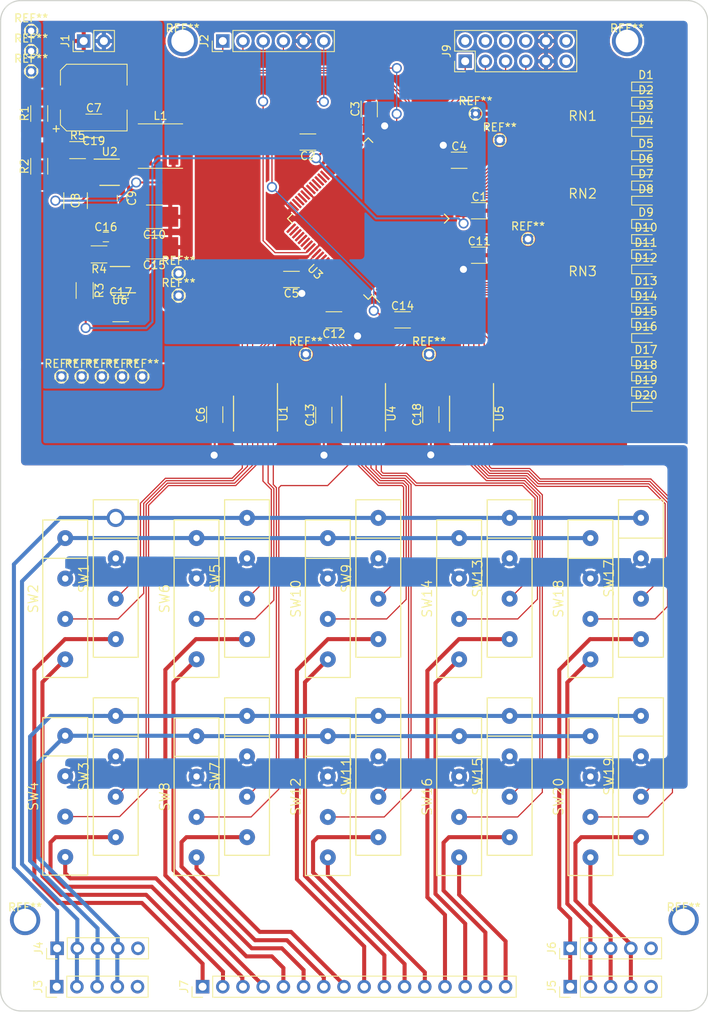
<source format=kicad_pcb>
(kicad_pcb (version 4) (host pcbnew 4.0.7)
  (layers (0 F.Cu signal) (31 B.Cu signal) (34 B.Paste user) (35 F.Paste user) (36 B.SilkS user) (37 F.SilkS user) (38 B.Mask user) (39 F.Mask user hide) (44 Edge.Cuts user))
  (net 0 "")
  (net 1 /1V8)
  (net 2 GNDREF)
  (net 3 /3V3)
  (net 4 VCC)
  (net 5 "Net-(C8-Pad1)")
  (net 6 "Net-(C9-Pad1)")
  (net 7 /VCCJTAG)
  (net 8 "Net-(C16-Pad1)")
  (net 9 "Net-(D1-Pad1)")
  (net 10 /CTRL1.1)
  (net 11 "Net-(D2-Pad1)")
  (net 12 /CTRL1.2)
  (net 13 "Net-(D3-Pad1)")
  (net 14 /CTRL1.3)
  (net 15 "Net-(D4-Pad1)")
  (net 16 /CTRL1.4)
  (net 17 "Net-(D5-Pad1)")
  (net 18 /CTRL2.1)
  (net 19 "Net-(D6-Pad1)")
  (net 20 /CTRL2.2)
  (net 21 "Net-(D7-Pad1)")
  (net 22 /CTRL2.3)
  (net 23 "Net-(D8-Pad1)")
  (net 24 /CTRL2.4)
  (net 25 "Net-(D9-Pad1)")
  (net 26 /CTRL3.1)
  (net 27 "Net-(D10-Pad1)")
  (net 28 /CTRL3.2)
  (net 29 "Net-(D11-Pad1)")
  (net 30 /CTRL3.3)
  (net 31 "Net-(D12-Pad1)")
  (net 32 /CTRL3.4)
  (net 33 "Net-(D13-Pad1)")
  (net 34 /CTRL4.1)
  (net 35 "Net-(D14-Pad1)")
  (net 36 /CTRL4.2)
  (net 37 "Net-(D15-Pad1)")
  (net 38 /CTRL4.3)
  (net 39 "Net-(D16-Pad1)")
  (net 40 /CTRL4.4)
  (net 41 "Net-(D17-Pad1)")
  (net 42 /CTRL5.1)
  (net 43 "Net-(D18-Pad1)")
  (net 44 /CTRL5.2)
  (net 45 "Net-(D19-Pad1)")
  (net 46 /CTRL5.3)
  (net 47 "Net-(D20-Pad1)")
  (net 48 /CTRL5.4)
  (net 49 /CS)
  (net 50 /MOSI)
  (net 51 /MISO)
  (net 52 /SCLK)
  (net 53 "Net-(J9-Pad8)")
  (net 54 "Net-(L1-Pad1)")
  (net 55 "Net-(R1-Pad1)")
  (net 56 "Net-(R3-Pad1)")
  (net 57 "Net-(RN3-Pad5)")
  (net 58 "Net-(RN3-Pad6)")
  (net 59 "Net-(RN3-Pad7)")
  (net 60 "Net-(RN3-Pad8)")
  (net 61 /SW5.1)
  (net 62 /SW5.2)
  (net 63 /SW5.3)
  (net 64 /SW5.4)
  (net 65 /SW1.1)
  (net 66 /SW1.2)
  (net 67 /SW1.3)
  (net 68 /SW1.4)
  (net 69 /SW2.1)
  (net 70 /SW2.2)
  (net 71 /SW2.3)
  (net 72 /SW2.4)
  (net 73 /SW3.1)
  (net 74 /SW3.2)
  (net 75 /SW3.3)
  (net 76 /SW3.4)
  (net 77 /SW4.1)
  (net 78 /SW4.2)
  (net 79 /SW4.3)
  (net 80 /SW4.4)
  (net 81 "Net-(U2-Pad7)")
  (net 82 "Net-(U2-Pad8)")
  (net 83 "Net-(U3-Pad1)")
  (net 84 "Net-(U3-Pad2)")
  (net 85 "Net-(U3-Pad3)")
  (net 86 "Net-(U3-Pad4)")
  (net 87 "Net-(U3-Pad40)")
  (net 88 /TDI)
  (net 89 "Net-(U3-Pad46)")
  (net 90 /TMS)
  (net 91 /TCK)
  (net 92 "Net-(U3-Pad49)")
  (net 93 "Net-(U3-Pad50)")
  (net 94 "Net-(U3-Pad52)")
  (net 95 "Net-(U3-Pad53)")
  (net 96 "Net-(U3-Pad54)")
  (net 97 "Net-(U3-Pad55)")
  (net 98 "Net-(U3-Pad56)")
  (net 99 "Net-(U3-Pad58)")
  (net 100 "Net-(U3-Pad59)")
  (net 101 "Net-(U3-Pad60)")
  (net 102 "Net-(U3-Pad61)")
  (net 103 "Net-(U3-Pad63)")
  (net 104 "Net-(U3-Pad64)")
  (net 105 /TDO)
  (net 106 "Net-(U3-Pad99)")
  (net 107 "Net-(U5-Pad7)")
  (net 108 "Net-(U5-Pad10)")
  (net 109 "Net-(U6-Pad4)")
  (net 110 "Net-(U3-Pad70)")
  (net 111 "Net-(U3-Pad71)")
  (net 112 "Net-(U3-Pad72)")
  (net 113 "Net-(U3-Pad73)")
  (net 114 "Net-(U3-Pad74)")
  (net 115 "Net-(U3-Pad76)")
  (net 116 "Net-(U3-Pad77)")
  (net 117 "Net-(U3-Pad78)")
  (net 118 "Net-(U3-Pad79)")
  (net 119 "Net-(U3-Pad80)")
  (net 120 "Net-(U3-Pad81)")
  (net 121 "Net-(U3-Pad82)")
  (net 122 /LED1.1)
  (net 123 /LED1.2)
  (net 124 /LED1.3)
  (net 125 /LED1.4)
  (net 126 /LED2.1)
  (net 127 /LED2.2)
  (net 128 /LED2.3)
  (net 129 /LED2.4)
  (net 130 /LED3.1)
  (net 131 /LED3.2)
  (net 132 /LED3.3)
  (net 133 /LED3.4)
  (net 134 /LED4.1)
  (net 135 /LED4.2)
  (net 136 /LED4.3)
  (net 137 /LED4.4)
  (net 138 /LED5.1)
  (net 139 /LED5.2)
  (net 140 /LED5.3)
  (net 141 /LED5.4)
  (net 142 "Net-(RN3-Pad12)")
  (net 143 "Net-(RN3-Pad11)")
  (net 144 "Net-(RN3-Pad10)")
  (net 145 "Net-(RN3-Pad9)")
  (net 146 "Net-(U3-Pad65)")
  (net 147 "Net-(U3-Pad66)")
  (net 148 "Net-(U3-Pad67)")
  (net 149 "Net-(U3-Pad68)")
  (net 150 /SS_A)
  (net 151 /SS_B)
  (net 152 /SS_C)
  (net 153 /SS_D)
  (net 154 /SS1.1)
  (net 155 /SS1.2)
  (net 156 /SS1.3)
  (net 157 /SS1.4)
  (net 158 /SS2.1)
  (net 159 /SS2.2)
  (net 160 /SS2.3)
  (net 161 /SS2.4)
  (net 162 /SS3.1)
  (net 163 /SS3.2)
  (net 164 /SS3.3)
  (net 165 /SS3.4)
  (net 166 /SS4.1)
  (net 167 /SS4.2)
  (net 168 /SS4.3)
  (net 169 /SS4.4)
  (net 170 /SX_A)
  (net 171 /SX_B)
  (net 172 /SX_C)
  (net 173 /SX_D)
  (net 174 "Net-(J9-Pad2)")
  (net 175 "Net-(J9-Pad4)")
  (net 176 "Net-(J9-Pad6)")
  (net 177 GND)
  (net 178 "Net-(J9-Pad11)")
  (net 179 "Net-(J9-Pad12)")
  (module Connectors:PINTST (layer F.Cu) (at 168.18 92.202)
    (fp_text reference REF** (at 0 -1.6) (layer F.SilkS))
    (fp_text value PINTST)
    (pad 1 thru_hole circle (at 0 0) (size 1.3208 1.3208) (drill 0.8128) (layers *.Cu *.Mask) (net 4 VCC))
  )
  (module Connectors:PINTST (layer F.Cu) (at 168.18 89.662)
    (fp_text reference REF** (at 0 -1.6) (layer F.SilkS))
    (fp_text value PINTST)
    (pad 1 thru_hole circle (at 0 0) (size 1.3208 1.3208) (drill 0.8128) (layers *.Cu *.Mask) (net 4 VCC))
  )
  (module Connectors:PINTST (layer F.Cu) (at 168.18 87.122)
    (fp_text reference REF** (at 0 -1.6) (layer F.SilkS))
    (fp_text value PINTST)
    (pad 1 thru_hole circle (at 0 0) (size 1.3208 1.3208) (drill 0.8128) (layers *.Cu *.Mask) (net 4 VCC))
  )
  (module Connectors:PINTST (layer F.Cu) (at 227.108 100.838)
    (fp_text reference REF** (at 0 -1.6) (layer F.SilkS))
    (fp_text value PINTST)
    (pad 1 thru_hole circle (at 0 0) (size 1.3208 1.3208) (drill 0.8128) (layers *.Cu *.Mask) (net 2 GNDREF))
  )
  (module Connectors:PINTST (layer F.Cu) (at 230.664 113.284)
    (fp_text reference REF** (at 0 -1.6) (layer F.SilkS))
    (fp_text value PINTST)
    (pad 1 thru_hole circle (at 0 0) (size 1.3208 1.3208) (drill 0.8128) (layers *.Cu *.Mask) (net 2 GNDREF))
  )
  (module Connectors:PINTST (layer F.Cu) (at 218.218 127.762)
    (fp_text reference REF** (at 0 -1.6) (layer F.SilkS))
    (fp_text value PINTST)
    (pad 1 thru_hole circle (at 0 0) (size 1.3208 1.3208) (drill 0.8128) (layers *.Cu *.Mask) (net 2 GNDREF))
  )
  (module Connectors:PINTST (layer F.Cu) (at 218.218 127.762)
    (fp_text reference REF** (at 0 -1.6) (layer F.SilkS))
    (fp_text value PINTST)
    (pad 1 thru_hole circle (at 0 0) (size 1.3208 1.3208) (drill 0.8128) (layers *.Cu *.Mask) (net 2 GNDREF))
  )
  (module Connectors:PINTST (layer F.Cu) (at 202.724 127.762)
    (fp_text reference REF** (at 0 -1.6) (layer F.SilkS))
    (fp_text value PINTST)
    (pad 1 thru_hole circle (at 0 0) (size 1.3208 1.3208) (drill 0.8128) (layers *.Cu *.Mask) (net 2 GNDREF))
  )
  (module Connectors:PINTST (layer F.Cu) (at 182.15 130.556)
    (fp_text reference REF** (at 0 -1.6) (layer F.SilkS))
    (fp_text value PINTST)
    (pad 1 thru_hole circle (at 0 0) (size 1.3208 1.3208) (drill 0.8128) (layers *.Cu *.Mask) (net 177 GND))
  )
  (module Connectors:PINTST (layer F.Cu) (at 179.61 130.556)
    (fp_text reference REF** (at 0 -1.6) (layer F.SilkS))
    (fp_text value PINTST)
    (pad 1 thru_hole circle (at 0 0) (size 1.3208 1.3208) (drill 0.8128) (layers *.Cu *.Mask) (net 177 GND))
  )
  (module Connectors:PINTST (layer F.Cu) (at 177.07 130.556)
    (fp_text reference REF** (at 0 -1.6) (layer F.SilkS))
    (fp_text value PINTST)
    (pad 1 thru_hole circle (at 0 0) (size 1.3208 1.3208) (drill 0.8128) (layers *.Cu *.Mask) (net 177 GND))
  )
  (module Connectors:PINTST (layer F.Cu) (at 174.53 130.556)
    (fp_text reference REF** (at 0 -1.6) (layer F.SilkS))
    (fp_text value PINTST)
    (pad 1 thru_hole circle (at 0 0) (size 1.3208 1.3208) (drill 0.8128) (layers *.Cu *.Mask) (net 177 GND))
  )
  (module Connectors:PINTST (layer F.Cu) (at 171.99 130.556)
    (fp_text reference REF** (at 0 -1.6) (layer F.SilkS))
    (fp_text value PINTST)
    (pad 1 thru_hole circle (at 0 0) (size 1.3208 1.3208) (drill 0.8128) (layers *.Cu *.Mask) (net 177 GND))
  )
  (module Connectors:PINTST (layer F.Cu) (at 186.722 120.396)
    (fp_text reference REF** (at 0 -1.6) (layer F.SilkS))
    (fp_text value PINTST)
    (pad 1 thru_hole circle (at 0 0) (size 1.3208 1.3208) (drill 0.8128) (layers *.Cu *.Mask) (net 3 /3V3))
  )
  (module Connectors:PINTST (layer F.Cu) (at 167.418 198.882)
    (fp_text reference REF** (at 0 -1.6) (layer F.SilkS))
    (fp_text value PINTST)
    (pad 1 thru_hole circle (at 0 0) (size 3.81 3.81) (drill 2.8448) (layers *.Cu *.Mask))
  )
  (module Connectors:PINTST (layer F.Cu) (at 250.222 198.882)
    (fp_text reference REF** (at 0 -1.6) (layer F.SilkS))
    (fp_text value PINTST)
    (pad 1 thru_hole circle (at 0 0) (size 3.81 3.81) (drill 2.8448) (layers *.Cu *.Mask))
  )
  (module Connectors:PINTST (layer F.Cu) (at 243.11 88.392)
    (fp_text reference REF** (at 0 -1.6) (layer F.SilkS))
    (fp_text value PINTST)
    (pad 1 thru_hole circle (at 0 0) (size 3.81 3.81) (drill 2.8448) (layers *.Cu *.Mask))
  )
  (module Connectors:PINTST (layer F.Cu) (at 187.23 88.392)
    (fp_text reference REF** (at 0 -1.6) (layer F.SilkS))
    (fp_text value PINTST)
    (pad 1 thru_hole circle (at 0 0) (size 3.81 3.81) (drill 2.8448) (layers *.Cu *.Mask))
  )
  (module Connectors:PINTST (layer F.Cu) (at 224.06 97.536)
    (fp_text reference REF** (at 0 -1.6) (layer F.SilkS))
    (fp_text value PINTST)
    (pad 1 thru_hole circle (at 0 0) (size 1.143 1.143) (drill 0.635) (layers *.Cu *.Mask) (net 3 /3V3))
  )
  (module Connectors:PINTST (layer F.Cu) (at 186.722 117.602)
    (fp_text reference REF** (at 0 -1.6) (layer F.SilkS))
    (fp_text value PINTST)
    (pad 1 thru_hole circle (at 0 0) (size 1.3208 1.3208) (drill 0.8128) (layers *.Cu *.Mask) (net 3 /3V3))
  )
  (module relay_IKM:SIP-4 (layer F.Cu) (at 195.326 180.848 270)
    (fp_text reference SW7 (at 0 4.02 270) (layer F.SilkS) (effects (font (size 1.2 1.2))))
    (fp_text value 9001-XX-00)
    (pad 1 thru_hole circle (at -7.62 0 270) (size 2 2) (drill 0.8) (layers *.Cu *.Mask) (net 152 /SS_C))
    (pad 2 thru_hole circle (at -2.54 0 270) (size 2 2) (drill 0.8) (layers *.Cu *.Mask) (net 4 VCC))
    (pad 3 thru_hole circle (at 2.54 0 270) (size 2 2) (drill 0.8) (layers *.Cu *.Mask) (net 71 /SW2.3))
    (pad 4 thru_hole circle (at 7.62 0 270) (size 2 2) (drill 0.8) (layers *.Cu *.Mask) (net 160 /SS2.3))
  )
  (module relay_IKM:SIP-4 (layer F.Cu) (at 188.976 183.388 270)
    (fp_text reference SW8 (at 0 4.02 270) (layer F.SilkS) (effects (font (size 1.2 1.2))))
    (fp_text value 9001-XX-00)
    (pad 1 thru_hole circle (at -7.62 0 270) (size 2 2) (drill 0.8) (layers *.Cu *.Mask) (net 153 /SS_D))
    (pad 2 thru_hole circle (at -2.54 0 270) (size 2 2) (drill 0.8) (layers *.Cu *.Mask) (net 4 VCC))
    (pad 3 thru_hole circle (at 2.54 0 270) (size 2 2) (drill 0.8) (layers *.Cu *.Mask) (net 72 /SW2.4))
    (pad 4 thru_hole circle (at 7.62 0 270) (size 2 2) (drill 0.8) (layers *.Cu *.Mask) (net 161 /SS2.4))
  )
  (module relay_IKM:SIP-4 (layer F.Cu) (at 178.816 180.848 270)
    (fp_text reference SW3 (at 0 4.02 270) (layer F.SilkS) (effects (font (size 1.2 1.2))))
    (fp_text value 9001-XX-00)
    (pad 1 thru_hole circle (at -7.62 0 270) (size 2 2) (drill 0.8) (layers *.Cu *.Mask) (net 152 /SS_C))
    (pad 2 thru_hole circle (at -2.54 0 270) (size 2 2) (drill 0.8) (layers *.Cu *.Mask) (net 4 VCC))
    (pad 3 thru_hole circle (at 2.54 0 270) (size 2 2) (drill 0.8) (layers *.Cu *.Mask) (net 67 /SW1.3))
    (pad 4 thru_hole circle (at 7.62 0 270) (size 2 2) (drill 0.8) (layers *.Cu *.Mask) (net 156 /SS1.3))
  )
  (module relay_IKM:SIP-4 (layer F.Cu) (at 172.466 183.341306 270)
    (fp_text reference SW4 (at 0 4.02 270) (layer F.SilkS) (effects (font (size 1.2 1.2))))
    (fp_text value 9001-XX-00)
    (pad 1 thru_hole circle (at -7.62 0 270) (size 2 2) (drill 0.8) (layers *.Cu *.Mask) (net 153 /SS_D))
    (pad 2 thru_hole circle (at -2.54 0 270) (size 2 2) (drill 0.8) (layers *.Cu *.Mask) (net 4 VCC))
    (pad 3 thru_hole circle (at 2.54 0 270) (size 2 2) (drill 0.8) (layers *.Cu *.Mask) (net 68 /SW1.4))
    (pad 4 thru_hole circle (at 7.62 0 270) (size 2 2) (drill 0.8) (layers *.Cu *.Mask) (net 157 /SS1.4))
  )
  (module relay_IKM:SIP-4 (layer F.Cu) (at 178.816 155.956 270)
    (fp_text reference SW1 (at 0 4.02 270) (layer F.SilkS) (effects (font (size 1.2 1.2))))
    (fp_text value 9001-XX-00)
    (pad 1 thru_hole circle (at -7.62 0 270) (size 2.286 2.286) (drill 1.524) (layers *.Cu *.Mask) (net 150 /SS_A))
    (pad 2 thru_hole circle (at -2.54 0 270) (size 2 2) (drill 0.8) (layers *.Cu *.Mask) (net 4 VCC))
    (pad 3 thru_hole circle (at 2.54 0 270) (size 2 2) (drill 0.8) (layers *.Cu *.Mask) (net 65 /SW1.1))
    (pad 4 thru_hole circle (at 7.62 0 270) (size 2 2) (drill 0.8) (layers *.Cu *.Mask) (net 154 /SS1.1))
  )
  (module relay_IKM:SIP-4 (layer F.Cu) (at 172.466 158.496 270)
    (fp_text reference SW2 (at 0 4.02 270) (layer F.SilkS) (effects (font (size 1.2 1.2))))
    (fp_text value 9001-XX-00)
    (pad 1 thru_hole circle (at -7.62 0 270) (size 2 2) (drill 0.8) (layers *.Cu *.Mask) (net 151 /SS_B))
    (pad 2 thru_hole circle (at -2.54 0 270) (size 2 2) (drill 0.8) (layers *.Cu *.Mask) (net 4 VCC))
    (pad 3 thru_hole circle (at 2.54 0 270) (size 2 2) (drill 0.8) (layers *.Cu *.Mask) (net 66 /SW1.2))
    (pad 4 thru_hole circle (at 7.62 0 270) (size 2 2) (drill 0.8) (layers *.Cu *.Mask) (net 155 /SS1.2))
  )
  (module relay_IKM:SIP-4 (layer F.Cu) (at 195.326 155.956 270)
    (fp_text reference SW5 (at 0 4.02 270) (layer F.SilkS) (effects (font (size 1.2 1.2))))
    (fp_text value 9001-XX-00)
    (pad 1 thru_hole circle (at -7.62 0 270) (size 2 2) (drill 0.8) (layers *.Cu *.Mask) (net 150 /SS_A))
    (pad 2 thru_hole circle (at -2.54 0 270) (size 2 2) (drill 0.8) (layers *.Cu *.Mask) (net 4 VCC))
    (pad 3 thru_hole circle (at 2.54 0 270) (size 2 2) (drill 0.8) (layers *.Cu *.Mask) (net 69 /SW2.1))
    (pad 4 thru_hole circle (at 7.62 0 270) (size 2 2) (drill 0.8) (layers *.Cu *.Mask) (net 158 /SS2.1))
  )
  (module Capacitors_SMD:C_1206_HandSoldering (layer F.Cu) (at 224.536 109.728)
    (fp_text reference C1 (at 0 -1.75) (layer F.SilkS))
    (fp_text value 0.1uF)
    (pad 1 smd rect (at -2 0) (size 2 1.6) (layers F.Cu F.Paste F.Mask) (net 1 /1V8))
    (pad 2 smd rect (at 2 0) (size 2 1.6) (layers F.Cu F.Paste F.Mask) (net 2 GNDREF))
  )
  (module Capacitors_SMD:C_1206_HandSoldering (layer F.Cu) (at 202.978 101.092 180)
    (fp_text reference C2 (at 0 -1.75 180) (layer F.SilkS))
    (fp_text value 0.1uF)
    (pad 1 smd rect (at -2 0 180) (size 2 1.6) (layers F.Cu F.Paste F.Mask) (net 1 /1V8))
    (pad 2 smd rect (at 2 0 180) (size 2 1.6) (layers F.Cu F.Paste F.Mask) (net 2 GNDREF))
  )
  (module Capacitors_SMD:C_1206_HandSoldering (layer F.Cu) (at 210.693 96.933 90)
    (fp_text reference C3 (at 0 -1.75 90) (layer F.SilkS))
    (fp_text value 0.1uF)
    (pad 1 smd rect (at -2 0 90) (size 2 1.6) (layers F.Cu F.Paste F.Mask) (net 3 /3V3))
    (pad 2 smd rect (at 2 0 90) (size 2 1.6) (layers F.Cu F.Paste F.Mask) (net 2 GNDREF))
  )
  (module Capacitors_SMD:C_1206_HandSoldering (layer F.Cu) (at 221.996 103.378)
    (fp_text reference C4 (at 0 -1.75) (layer F.SilkS))
    (fp_text value 0.1uF)
    (pad 1 smd rect (at -2 0) (size 2 1.6) (layers F.Cu F.Paste F.Mask) (net 3 /3V3))
    (pad 2 smd rect (at 2 0) (size 2 1.6) (layers F.Cu F.Paste F.Mask) (net 2 GNDREF))
  )
  (module Capacitors_SMD:C_1206_HandSoldering (layer F.Cu) (at 200.914 118.364 180)
    (fp_text reference C5 (at 0 -1.75 180) (layer F.SilkS))
    (fp_text value 0.1uF)
    (pad 1 smd rect (at -2 0 180) (size 2 1.6) (layers F.Cu F.Paste F.Mask) (net 3 /3V3))
    (pad 2 smd rect (at 2 0 180) (size 2 1.6) (layers F.Cu F.Paste F.Mask) (net 2 GNDREF))
  )
  (module Capacitors_SMD:C_1206_HandSoldering (layer F.Cu) (at 191.262 135.35 90)
    (fp_text reference C6 (at 0 -1.75 90) (layer F.SilkS))
    (fp_text value 0.1uF)
    (pad 1 smd rect (at -2 0 90) (size 2 1.6) (layers F.Cu F.Paste F.Mask) (net 4 VCC))
    (pad 2 smd rect (at 2 0 90) (size 2 1.6) (layers F.Cu F.Paste F.Mask) (net 177 GND))
  )
  (module Capacitors_SMD:C_1210_HandSoldering (layer F.Cu) (at 176.054 99.06)
    (fp_text reference C7 (at 0 -2.25) (layer F.SilkS))
    (fp_text value 2.2uF)
    (pad 1 smd rect (at -2 0) (size 2 2.5) (layers F.Cu F.Paste F.Mask) (net 4 VCC))
    (pad 2 smd rect (at 2 0) (size 2 2.5) (layers F.Cu F.Paste F.Mask) (net 177 GND))
  )
  (module Capacitors_SMD:C_1210_HandSoldering (layer F.Cu) (at 173.768 108.458 270)
    (fp_text reference C8 (at 0 0 270) (layer F.SilkS))
    (fp_text value 1uF)
    (pad 1 smd rect (at -2 0 270) (size 2 2.5) (layers F.Cu F.Paste F.Mask) (net 5 "Net-(C8-Pad1)"))
    (pad 2 smd rect (at 2 0 270) (size 2 2.5) (layers F.Cu F.Paste F.Mask) (net 2 GNDREF))
  )
  (module Capacitors_SMD:C_0603_HandSoldering (layer F.Cu) (at 179.61 108.138 270)
    (fp_text reference C9 (at 0 -1.25 270) (layer F.SilkS))
    (fp_text value 3300pF)
    (pad 1 smd rect (at -0.95 0 270) (size 1.2 0.75) (layers F.Cu F.Paste F.Mask) (net 6 "Net-(C9-Pad1)"))
    (pad 2 smd rect (at 0.95 0 270) (size 1.2 0.75) (layers F.Cu F.Paste F.Mask) (net 2 GNDREF))
  )
  (module Capacitors_SMD:C_1210_HandSoldering (layer F.Cu) (at 183.674 110.49 180)
    (fp_text reference C10 (at 0 -2.25 180) (layer F.SilkS))
    (fp_text value 22uF)
    (pad 1 smd rect (at -2 0 180) (size 2 2.5) (layers F.Cu F.Paste F.Mask) (net 3 /3V3))
    (pad 2 smd rect (at 2 0 180) (size 2 2.5) (layers F.Cu F.Paste F.Mask) (net 2 GNDREF))
  )
  (module Capacitors_SMD:C_1206_HandSoldering (layer F.Cu) (at 224.536 115.316)
    (fp_text reference C11 (at 0 -1.75) (layer F.SilkS))
    (fp_text value 0.1uF)
    (pad 1 smd rect (at -2 0) (size 2 1.6) (layers F.Cu F.Paste F.Mask) (net 3 /3V3))
    (pad 2 smd rect (at 2 0) (size 2 1.6) (layers F.Cu F.Paste F.Mask) (net 2 GNDREF))
  )
  (module Capacitors_SMD:C_1206_HandSoldering (layer F.Cu) (at 206.248 123.444 180)
    (fp_text reference C12 (at 0 -1.75 180) (layer F.SilkS))
    (fp_text value 0.1uF)
    (pad 1 smd rect (at -2 0 180) (size 2 1.6) (layers F.Cu F.Paste F.Mask) (net 3 /3V3))
    (pad 2 smd rect (at 2 0 180) (size 2 1.6) (layers F.Cu F.Paste F.Mask) (net 2 GNDREF))
  )
  (module Capacitors_SMD:C_1206_HandSoldering (layer F.Cu) (at 204.978 135.414 90)
    (fp_text reference C13 (at 0 -1.75 90) (layer F.SilkS))
    (fp_text value 0.1uF)
    (pad 1 smd rect (at -2 0 90) (size 2 1.6) (layers F.Cu F.Paste F.Mask) (net 4 VCC))
    (pad 2 smd rect (at 2 0 90) (size 2 1.6) (layers F.Cu F.Paste F.Mask) (net 177 GND))
  )
  (module Capacitors_SMD:C_1206_HandSoldering (layer F.Cu) (at 214.884 123.444)
    (fp_text reference C14 (at 0 -1.75) (layer F.SilkS))
    (fp_text value C)
    (pad 1 smd rect (at -2 0) (size 2 1.6) (layers F.Cu F.Paste F.Mask) (net 7 /VCCJTAG))
    (pad 2 smd rect (at 2 0) (size 2 1.6) (layers F.Cu F.Paste F.Mask) (net 2 GNDREF))
  )
  (module Capacitors_SMD:C_1210_HandSoldering (layer F.Cu) (at 183.669009 114.3 180)
    (fp_text reference C15 (at 0 -2.25 180) (layer F.SilkS))
    (fp_text value 1uF)
    (pad 1 smd rect (at -2 0 180) (size 2 2.5) (layers F.Cu F.Paste F.Mask) (net 3 /3V3))
    (pad 2 smd rect (at 2 0 180) (size 2 2.5) (layers F.Cu F.Paste F.Mask) (net 2 GNDREF))
  )
  (module Capacitors_SMD:C_0603_HandSoldering (layer F.Cu) (at 177.578 113.03)
    (fp_text reference C16 (at 0 -1.25) (layer F.SilkS))
    (fp_text value C)
    (pad 1 smd rect (at -0.95 0) (size 1.2 0.75) (layers F.Cu F.Paste F.Mask) (net 8 "Net-(C16-Pad1)"))
    (pad 2 smd rect (at 0.95 0) (size 1.2 0.75) (layers F.Cu F.Paste F.Mask) (net 2 GNDREF))
  )
  (module Capacitors_SMD:C_1210_HandSoldering (layer F.Cu) (at 179.446009 122.198215)
    (fp_text reference C17 (at 0 -2.25) (layer F.SilkS))
    (fp_text value 4.7uF)
    (pad 1 smd rect (at -2 0) (size 2 2.5) (layers F.Cu F.Paste F.Mask) (net 1 /1V8))
    (pad 2 smd rect (at 2 0) (size 2 2.5) (layers F.Cu F.Paste F.Mask) (net 2 GNDREF))
  )
  (module Capacitors_SMD:C_1206_HandSoldering (layer F.Cu) (at 218.44 135.35 90)
    (fp_text reference C18 (at 0 -1.75 90) (layer F.SilkS))
    (fp_text value 0.1uF)
    (pad 1 smd rect (at -2 0 90) (size 2 1.6) (layers F.Cu F.Paste F.Mask) (net 4 VCC))
    (pad 2 smd rect (at 2 0 90) (size 2 1.6) (layers F.Cu F.Paste F.Mask) (net 177 GND))
  )
  (module Capacitors_SMD:CP_Elec_8x5.4 (layer F.Cu) (at 176.054 95.504)
    (fp_text reference C19 (at 0 5.45) (layer F.SilkS))
    (fp_text value CP)
    (fp_text user + (at -4.72 3.85) (layer F.SilkS))
    (pad 1 smd rect (at -3.05 0 180) (size 4 2.5) (layers F.Cu F.Paste F.Mask) (net 4 VCC))
    (pad 2 smd rect (at 3.05 0 180) (size 4 2.5) (layers F.Cu F.Paste F.Mask) (net 177 GND))
  )
  (module LEDs:LED_0603_HandSoldering (layer F.Cu) (at 245.491 94.107)
    (fp_text reference D1 (at 0 -1.45) (layer F.SilkS))
    (fp_text value LED)
    (pad 1 smd rect (at -1.1 0) (size 1.2 0.9) (layers F.Cu F.Paste F.Mask) (net 9 "Net-(D1-Pad1)"))
    (pad 2 smd rect (at 1.1 0) (size 1.2 0.9) (layers F.Cu F.Paste F.Mask) (net 3 /3V3))
  )
  (module LEDs:LED_0603_HandSoldering (layer F.Cu) (at 245.491 96.012)
    (fp_text reference D2 (at 0 -1.45) (layer F.SilkS))
    (fp_text value LED)
    (pad 1 smd rect (at -1.1 0) (size 1.2 0.9) (layers F.Cu F.Paste F.Mask) (net 11 "Net-(D2-Pad1)"))
    (pad 2 smd rect (at 1.1 0) (size 1.2 0.9) (layers F.Cu F.Paste F.Mask) (net 3 /3V3))
  )
  (module LEDs:LED_0603_HandSoldering (layer F.Cu) (at 245.491 97.917)
    (fp_text reference D3 (at 0 -1.45) (layer F.SilkS))
    (fp_text value LED)
    (pad 1 smd rect (at -1.1 0) (size 1.2 0.9) (layers F.Cu F.Paste F.Mask) (net 13 "Net-(D3-Pad1)"))
    (pad 2 smd rect (at 1.1 0) (size 1.2 0.9) (layers F.Cu F.Paste F.Mask) (net 3 /3V3))
  )
  (module LEDs:LED_0603_HandSoldering (layer F.Cu) (at 245.491 99.822)
    (fp_text reference D4 (at 0 -1.45) (layer F.SilkS))
    (fp_text value LED)
    (pad 1 smd rect (at -1.1 0) (size 1.2 0.9) (layers F.Cu F.Paste F.Mask) (net 15 "Net-(D4-Pad1)"))
    (pad 2 smd rect (at 1.1 0) (size 1.2 0.9) (layers F.Cu F.Paste F.Mask) (net 3 /3V3))
  )
  (module LEDs:LED_0603_HandSoldering (layer F.Cu) (at 245.491 102.743)
    (fp_text reference D5 (at 0 -1.45) (layer F.SilkS))
    (fp_text value LED)
    (pad 1 smd rect (at -1.1 0) (size 1.2 0.9) (layers F.Cu F.Paste F.Mask) (net 17 "Net-(D5-Pad1)"))
    (pad 2 smd rect (at 1.1 0) (size 1.2 0.9) (layers F.Cu F.Paste F.Mask) (net 3 /3V3))
  )
  (module LEDs:LED_0603_HandSoldering (layer F.Cu) (at 245.491 104.648)
    (fp_text reference D6 (at 0 -1.45) (layer F.SilkS))
    (fp_text value LED)
    (pad 1 smd rect (at -1.1 0) (size 1.2 0.9) (layers F.Cu F.Paste F.Mask) (net 19 "Net-(D6-Pad1)"))
    (pad 2 smd rect (at 1.1 0) (size 1.2 0.9) (layers F.Cu F.Paste F.Mask) (net 3 /3V3))
  )
  (module LEDs:LED_0603_HandSoldering (layer F.Cu) (at 245.491 106.553)
    (fp_text reference D7 (at 0 -1.45) (layer F.SilkS))
    (fp_text value LED)
    (pad 1 smd rect (at -1.1 0) (size 1.2 0.9) (layers F.Cu F.Paste F.Mask) (net 21 "Net-(D7-Pad1)"))
    (pad 2 smd rect (at 1.1 0) (size 1.2 0.9) (layers F.Cu F.Paste F.Mask) (net 3 /3V3))
  )
  (module LEDs:LED_0603_HandSoldering (layer F.Cu) (at 245.491 108.458)
    (fp_text reference D8 (at 0 -1.45) (layer F.SilkS))
    (fp_text value LED)
    (pad 1 smd rect (at -1.1 0) (size 1.2 0.9) (layers F.Cu F.Paste F.Mask) (net 23 "Net-(D8-Pad1)"))
    (pad 2 smd rect (at 1.1 0) (size 1.2 0.9) (layers F.Cu F.Paste F.Mask) (net 3 /3V3))
  )
  (module LEDs:LED_0603_HandSoldering (layer F.Cu) (at 245.491 111.379)
    (fp_text reference D9 (at 0 -1.45) (layer F.SilkS))
    (fp_text value LED)
    (pad 1 smd rect (at -1.1 0) (size 1.2 0.9) (layers F.Cu F.Paste F.Mask) (net 25 "Net-(D9-Pad1)"))
    (pad 2 smd rect (at 1.1 0) (size 1.2 0.9) (layers F.Cu F.Paste F.Mask) (net 3 /3V3))
  )
  (module LEDs:LED_0603_HandSoldering (layer F.Cu) (at 245.491 113.284)
    (fp_text reference D10 (at 0 -1.45) (layer F.SilkS))
    (fp_text value LED)
    (pad 1 smd rect (at -1.1 0) (size 1.2 0.9) (layers F.Cu F.Paste F.Mask) (net 27 "Net-(D10-Pad1)"))
    (pad 2 smd rect (at 1.1 0) (size 1.2 0.9) (layers F.Cu F.Paste F.Mask) (net 3 /3V3))
  )
  (module LEDs:LED_0603_HandSoldering (layer F.Cu) (at 245.491 115.189)
    (fp_text reference D11 (at 0 -1.45) (layer F.SilkS))
    (fp_text value LED)
    (pad 1 smd rect (at -1.1 0) (size 1.2 0.9) (layers F.Cu F.Paste F.Mask) (net 29 "Net-(D11-Pad1)"))
    (pad 2 smd rect (at 1.1 0) (size 1.2 0.9) (layers F.Cu F.Paste F.Mask) (net 3 /3V3))
  )
  (module LEDs:LED_0603_HandSoldering (layer F.Cu) (at 245.491 117.094)
    (fp_text reference D12 (at 0 -1.45) (layer F.SilkS))
    (fp_text value LED)
    (pad 1 smd rect (at -1.1 0) (size 1.2 0.9) (layers F.Cu F.Paste F.Mask) (net 31 "Net-(D12-Pad1)"))
    (pad 2 smd rect (at 1.1 0) (size 1.2 0.9) (layers F.Cu F.Paste F.Mask) (net 3 /3V3))
  )
  (module LEDs:LED_0603_HandSoldering (layer F.Cu) (at 245.491 120.015)
    (fp_text reference D13 (at 0 -1.45) (layer F.SilkS))
    (fp_text value LED)
    (pad 1 smd rect (at -1.1 0) (size 1.2 0.9) (layers F.Cu F.Paste F.Mask) (net 33 "Net-(D13-Pad1)"))
    (pad 2 smd rect (at 1.1 0) (size 1.2 0.9) (layers F.Cu F.Paste F.Mask) (net 3 /3V3))
  )
  (module LEDs:LED_0603_HandSoldering (layer F.Cu) (at 245.491 121.92)
    (fp_text reference D14 (at 0 -1.45) (layer F.SilkS))
    (fp_text value LED)
    (pad 1 smd rect (at -1.1 0) (size 1.2 0.9) (layers F.Cu F.Paste F.Mask) (net 35 "Net-(D14-Pad1)"))
    (pad 2 smd rect (at 1.1 0) (size 1.2 0.9) (layers F.Cu F.Paste F.Mask) (net 3 /3V3))
  )
  (module LEDs:LED_0603_HandSoldering (layer F.Cu) (at 245.491 123.825)
    (fp_text reference D15 (at 0 -1.45) (layer F.SilkS))
    (fp_text value LED)
    (pad 1 smd rect (at -1.1 0) (size 1.2 0.9) (layers F.Cu F.Paste F.Mask) (net 37 "Net-(D15-Pad1)"))
    (pad 2 smd rect (at 1.1 0) (size 1.2 0.9) (layers F.Cu F.Paste F.Mask) (net 3 /3V3))
  )
  (module LEDs:LED_0603_HandSoldering (layer F.Cu) (at 245.491 125.73)
    (fp_text reference D16 (at 0 -1.45) (layer F.SilkS))
    (fp_text value LED)
    (pad 1 smd rect (at -1.1 0) (size 1.2 0.9) (layers F.Cu F.Paste F.Mask) (net 39 "Net-(D16-Pad1)"))
    (pad 2 smd rect (at 1.1 0) (size 1.2 0.9) (layers F.Cu F.Paste F.Mask) (net 3 /3V3))
  )
  (module LEDs:LED_0603_HandSoldering (layer F.Cu) (at 245.491 128.651)
    (fp_text reference D17 (at 0 -1.45) (layer F.SilkS))
    (fp_text value LED)
    (pad 1 smd rect (at -1.1 0) (size 1.2 0.9) (layers F.Cu F.Paste F.Mask) (net 41 "Net-(D17-Pad1)"))
    (pad 2 smd rect (at 1.1 0) (size 1.2 0.9) (layers F.Cu F.Paste F.Mask) (net 3 /3V3))
  )
  (module LEDs:LED_0603_HandSoldering (layer F.Cu) (at 245.491 130.556)
    (fp_text reference D18 (at 0 -1.45) (layer F.SilkS))
    (fp_text value LED)
    (pad 1 smd rect (at -1.1 0) (size 1.2 0.9) (layers F.Cu F.Paste F.Mask) (net 43 "Net-(D18-Pad1)"))
    (pad 2 smd rect (at 1.1 0) (size 1.2 0.9) (layers F.Cu F.Paste F.Mask) (net 3 /3V3))
  )
  (module LEDs:LED_0603_HandSoldering (layer F.Cu) (at 245.491 132.461)
    (fp_text reference D19 (at 0 -1.45) (layer F.SilkS))
    (fp_text value LED)
    (pad 1 smd rect (at -1.1 0) (size 1.2 0.9) (layers F.Cu F.Paste F.Mask) (net 45 "Net-(D19-Pad1)"))
    (pad 2 smd rect (at 1.1 0) (size 1.2 0.9) (layers F.Cu F.Paste F.Mask) (net 3 /3V3))
  )
  (module LEDs:LED_0603_HandSoldering (layer F.Cu) (at 245.491 134.366)
    (fp_text reference D20 (at 0 -1.45) (layer F.SilkS))
    (fp_text value LED)
    (pad 1 smd rect (at -1.1 0) (size 1.2 0.9) (layers F.Cu F.Paste F.Mask) (net 47 "Net-(D20-Pad1)"))
    (pad 2 smd rect (at 1.1 0) (size 1.2 0.9) (layers F.Cu F.Paste F.Mask) (net 3 /3V3))
  )
  (module Resistors_SMD:R_1206_HandSoldering (layer F.Cu) (at 169.196 97.504 90)
    (fp_text reference R1 (at 0 -1.85 90) (layer F.SilkS))
    (fp_text value R)
    (pad 1 smd rect (at -2 0 90) (size 2 1.7) (layers F.Cu F.Paste F.Mask) (net 55 "Net-(R1-Pad1)"))
    (pad 2 smd rect (at 2 0 90) (size 2 1.7) (layers F.Cu F.Paste F.Mask) (net 4 VCC))
  )
  (module Resistors_SMD:R_1206_HandSoldering (layer F.Cu) (at 169.196 104.14 90)
    (fp_text reference R2 (at 0 -1.85 90) (layer F.SilkS))
    (fp_text value R)
    (pad 1 smd rect (at -2 0 90) (size 2 1.7) (layers F.Cu F.Paste F.Mask) (net 2 GNDREF))
    (pad 2 smd rect (at 2 0 90) (size 2 1.7) (layers F.Cu F.Paste F.Mask) (net 55 "Net-(R1-Pad1)"))
  )
  (module Resistors_SMD:R_1206_HandSoldering (layer F.Cu) (at 174.906009 119.753215 270)
    (fp_text reference R3 (at 0 -1.85 270) (layer F.SilkS))
    (fp_text value R)
    (pad 1 smd rect (at -2 0 270) (size 2 1.7) (layers F.Cu F.Paste F.Mask) (net 56 "Net-(R3-Pad1)"))
    (pad 2 smd rect (at 2 0 270) (size 2 1.7) (layers F.Cu F.Paste F.Mask) (net 1 /1V8))
  )
  (module Resistors_SMD:R_1206_HandSoldering (layer F.Cu) (at 176.716009 115.213215 180)
    (fp_text reference R4 (at 0 -1.85 180) (layer F.SilkS))
    (fp_text value R)
    (pad 1 smd rect (at -2 0 180) (size 2 1.7) (layers F.Cu F.Paste F.Mask) (net 2 GNDREF))
    (pad 2 smd rect (at 2 0 180) (size 2 1.7) (layers F.Cu F.Paste F.Mask) (net 56 "Net-(R3-Pad1)"))
  )
  (module relay_IKM:SIP-4 (layer F.Cu) (at 188.976 158.487808 270)
    (fp_text reference SW6 (at 0 4.02 270) (layer F.SilkS) (effects (font (size 1.2 1.2))))
    (fp_text value 9001-XX-00)
    (pad 1 thru_hole circle (at -7.62 0 270) (size 2 2) (drill 0.8) (layers *.Cu *.Mask) (net 151 /SS_B))
    (pad 2 thru_hole circle (at -2.54 0 270) (size 2 2) (drill 0.8) (layers *.Cu *.Mask) (net 4 VCC))
    (pad 3 thru_hole circle (at 2.54 0 270) (size 2 2) (drill 0.8) (layers *.Cu *.Mask) (net 70 /SW2.2))
    (pad 4 thru_hole circle (at 7.62 0 270) (size 2 2) (drill 0.8) (layers *.Cu *.Mask) (net 159 /SS2.2))
  )
  (module relay_IKM:SIP-4 (layer F.Cu) (at 211.836 155.956 270)
    (fp_text reference SW9 (at 0 4.02 270) (layer F.SilkS) (effects (font (size 1.2 1.2))))
    (fp_text value 9001-XX-00)
    (pad 1 thru_hole circle (at -7.62 0 270) (size 2 2) (drill 0.8) (layers *.Cu *.Mask) (net 150 /SS_A))
    (pad 2 thru_hole circle (at -2.54 0 270) (size 2 2) (drill 0.8) (layers *.Cu *.Mask) (net 4 VCC))
    (pad 3 thru_hole circle (at 2.54 0 270) (size 2 2) (drill 0.8) (layers *.Cu *.Mask) (net 73 /SW3.1))
    (pad 4 thru_hole circle (at 7.62 0 270) (size 2 2) (drill 0.8) (layers *.Cu *.Mask) (net 162 /SS3.1))
  )
  (module relay_IKM:SIP-4 (layer F.Cu) (at 205.486 158.496 270)
    (fp_text reference SW10 (at 0 4.02 270) (layer F.SilkS) (effects (font (size 1.2 1.2))))
    (fp_text value 9001-XX-00)
    (pad 1 thru_hole circle (at -7.62 0 270) (size 2 2) (drill 0.8) (layers *.Cu *.Mask) (net 151 /SS_B))
    (pad 2 thru_hole circle (at -2.54 0 270) (size 2 2) (drill 0.8) (layers *.Cu *.Mask) (net 4 VCC))
    (pad 3 thru_hole circle (at 2.54 0 270) (size 2 2) (drill 0.8) (layers *.Cu *.Mask) (net 74 /SW3.2))
    (pad 4 thru_hole circle (at 7.62 0 270) (size 2 2) (drill 0.8) (layers *.Cu *.Mask) (net 163 /SS3.2))
  )
  (module relay_IKM:SIP-4 (layer F.Cu) (at 211.836 180.848 270)
    (fp_text reference SW11 (at 0 4.02 270) (layer F.SilkS) (effects (font (size 1.2 1.2))))
    (fp_text value 9001-XX-00)
    (pad 1 thru_hole circle (at -7.62 0 270) (size 2 2) (drill 0.8) (layers *.Cu *.Mask) (net 152 /SS_C))
    (pad 2 thru_hole circle (at -2.54 0 270) (size 2 2) (drill 0.8) (layers *.Cu *.Mask) (net 4 VCC))
    (pad 3 thru_hole circle (at 2.54 0 270) (size 2 2) (drill 0.8) (layers *.Cu *.Mask) (net 75 /SW3.3))
    (pad 4 thru_hole circle (at 7.62 0 270) (size 2 2) (drill 0.8) (layers *.Cu *.Mask) (net 164 /SS3.3))
  )
  (module relay_IKM:SIP-4 (layer F.Cu) (at 205.486 183.388 270)
    (fp_text reference SW12 (at 0 4.02 270) (layer F.SilkS) (effects (font (size 1.2 1.2))))
    (fp_text value 9001-XX-00)
    (pad 1 thru_hole circle (at -7.62 0 270) (size 2 2) (drill 0.8) (layers *.Cu *.Mask) (net 153 /SS_D))
    (pad 2 thru_hole circle (at -2.54 0 270) (size 2 2) (drill 0.8) (layers *.Cu *.Mask) (net 4 VCC))
    (pad 3 thru_hole circle (at 2.54 0 270) (size 2 2) (drill 0.8) (layers *.Cu *.Mask) (net 76 /SW3.4))
    (pad 4 thru_hole circle (at 7.62 0 270) (size 2 2) (drill 0.8) (layers *.Cu *.Mask) (net 165 /SS3.4))
  )
  (module relay_IKM:SIP-4 (layer F.Cu) (at 228.346 155.956 270)
    (fp_text reference SW13 (at 0 4.02 270) (layer F.SilkS) (effects (font (size 1.2 1.2))))
    (fp_text value 9001-XX-00)
    (pad 1 thru_hole circle (at -7.62 0 270) (size 2 2) (drill 0.8) (layers *.Cu *.Mask) (net 150 /SS_A))
    (pad 2 thru_hole circle (at -2.54 0 270) (size 2 2) (drill 0.8) (layers *.Cu *.Mask) (net 4 VCC))
    (pad 3 thru_hole circle (at 2.54 0 270) (size 2 2) (drill 0.8) (layers *.Cu *.Mask) (net 77 /SW4.1))
    (pad 4 thru_hole circle (at 7.62 0 270) (size 2 2) (drill 0.8) (layers *.Cu *.Mask) (net 166 /SS4.1))
  )
  (module relay_IKM:SIP-4 (layer F.Cu) (at 221.996 158.496 270)
    (fp_text reference SW14 (at 0 4.02 270) (layer F.SilkS) (effects (font (size 1.2 1.2))))
    (fp_text value 9001-XX-00)
    (pad 1 thru_hole circle (at -7.62 0 270) (size 2 2) (drill 0.8) (layers *.Cu *.Mask) (net 151 /SS_B))
    (pad 2 thru_hole circle (at -2.54 0 270) (size 2 2) (drill 0.8) (layers *.Cu *.Mask) (net 4 VCC))
    (pad 3 thru_hole circle (at 2.54 0 270) (size 2 2) (drill 0.8) (layers *.Cu *.Mask) (net 78 /SW4.2))
    (pad 4 thru_hole circle (at 7.62 0 270) (size 2 2) (drill 0.8) (layers *.Cu *.Mask) (net 167 /SS4.2))
  )
  (module relay_IKM:SIP-4 (layer F.Cu) (at 228.346 180.848 270)
    (fp_text reference SW15 (at 0 4.02 270) (layer F.SilkS) (effects (font (size 1.2 1.2))))
    (fp_text value 9001-XX-00)
    (pad 1 thru_hole circle (at -7.62 0 270) (size 2 2) (drill 0.8) (layers *.Cu *.Mask) (net 152 /SS_C))
    (pad 2 thru_hole circle (at -2.54 0 270) (size 2 2) (drill 0.8) (layers *.Cu *.Mask) (net 4 VCC))
    (pad 3 thru_hole circle (at 2.54 0 270) (size 2 2) (drill 0.8) (layers *.Cu *.Mask) (net 79 /SW4.3))
    (pad 4 thru_hole circle (at 7.62 0 270) (size 2 2) (drill 0.8) (layers *.Cu *.Mask) (net 168 /SS4.3))
  )
  (module relay_IKM:SIP-4 (layer F.Cu) (at 221.996 183.388 270)
    (fp_text reference SW16 (at 0 4.02 270) (layer F.SilkS) (effects (font (size 1.2 1.2))))
    (fp_text value 9001-XX-00)
    (pad 1 thru_hole circle (at -7.62 0 270) (size 2 2) (drill 0.8) (layers *.Cu *.Mask) (net 153 /SS_D))
    (pad 2 thru_hole circle (at -2.54 0 270) (size 2 2) (drill 0.8) (layers *.Cu *.Mask) (net 4 VCC))
    (pad 3 thru_hole circle (at 2.54 0 270) (size 2 2) (drill 0.8) (layers *.Cu *.Mask) (net 80 /SW4.4))
    (pad 4 thru_hole circle (at 7.62 0 270) (size 2 2) (drill 0.8) (layers *.Cu *.Mask) (net 169 /SS4.4))
  )
  (module relay_IKM:SIP-4 (layer F.Cu) (at 244.856 155.956 270)
    (fp_text reference SW17 (at 0 4.02 270) (layer F.SilkS) (effects (font (size 1.2 1.2))))
    (fp_text value 9001-XX-00)
    (pad 1 thru_hole circle (at -7.62 0 270) (size 2 2) (drill 0.8) (layers *.Cu *.Mask) (net 150 /SS_A))
    (pad 2 thru_hole circle (at -2.54 0 270) (size 2 2) (drill 0.8) (layers *.Cu *.Mask) (net 4 VCC))
    (pad 3 thru_hole circle (at 2.54 0 270) (size 2 2) (drill 0.8) (layers *.Cu *.Mask) (net 61 /SW5.1))
    (pad 4 thru_hole circle (at 7.62 0 270) (size 2 2) (drill 0.8) (layers *.Cu *.Mask) (net 170 /SX_A))
  )
  (module relay_IKM:SIP-4 (layer F.Cu) (at 238.506 158.496 270)
    (fp_text reference SW18 (at 0 4.02 270) (layer F.SilkS) (effects (font (size 1.2 1.2))))
    (fp_text value 9001-XX-00)
    (pad 1 thru_hole circle (at -7.62 0 270) (size 2 2) (drill 0.8) (layers *.Cu *.Mask) (net 151 /SS_B))
    (pad 2 thru_hole circle (at -2.54 0 270) (size 2 2) (drill 0.8) (layers *.Cu *.Mask) (net 4 VCC))
    (pad 3 thru_hole circle (at 2.54 0 270) (size 2 2) (drill 0.8) (layers *.Cu *.Mask) (net 62 /SW5.2))
    (pad 4 thru_hole circle (at 7.62 0 270) (size 2 2) (drill 0.8) (layers *.Cu *.Mask) (net 171 /SX_B))
  )
  (module relay_IKM:SIP-4 (layer F.Cu) (at 244.856 180.848 270)
    (fp_text reference SW19 (at 0 4.02 270) (layer F.SilkS) (effects (font (size 1.2 1.2))))
    (fp_text value 9001-XX-00)
    (pad 1 thru_hole circle (at -7.62 0 270) (size 2 2) (drill 0.8) (layers *.Cu *.Mask) (net 152 /SS_C))
    (pad 2 thru_hole circle (at -2.54 0 270) (size 2 2) (drill 0.8) (layers *.Cu *.Mask) (net 4 VCC))
    (pad 3 thru_hole circle (at 2.54 0 270) (size 2 2) (drill 0.8) (layers *.Cu *.Mask) (net 63 /SW5.3))
    (pad 4 thru_hole circle (at 7.62 0 270) (size 2 2) (drill 0.8) (layers *.Cu *.Mask) (net 172 /SX_C))
  )
  (module relay_IKM:SIP-4 (layer F.Cu) (at 238.506 183.388 270)
    (fp_text reference SW20 (at 0 4.02 270) (layer F.SilkS) (effects (font (size 1.2 1.2))))
    (fp_text value 9001-XX-00)
    (pad 1 thru_hole circle (at -7.62 0 270) (size 2 2) (drill 0.8) (layers *.Cu *.Mask) (net 153 /SS_D))
    (pad 2 thru_hole circle (at -2.54 0 270) (size 2 2) (drill 0.8) (layers *.Cu *.Mask) (net 4 VCC))
    (pad 3 thru_hole circle (at 2.54 0 270) (size 2 2) (drill 0.8) (layers *.Cu *.Mask) (net 64 /SW5.4))
    (pad 4 thru_hole circle (at 7.62 0 270) (size 2 2) (drill 0.8) (layers *.Cu *.Mask) (net 173 /SX_D))
  )
  (module Housings_SSOP:TSSOP-16_4.4x5mm_Pitch0.65mm (layer F.Cu) (at 196.353 135.226 270)
    (fp_text reference U1 (at 0 -3.55 270) (layer F.SilkS))
    (fp_text value TPL7407LA)
    (pad 1 smd rect (at -2.95 -2.275 270) (size 1.5 0.45) (layers F.Cu F.Paste F.Mask) (net 22 /CTRL2.3))
    (pad 2 smd rect (at -2.95 -1.625 270) (size 1.5 0.45) (layers F.Cu F.Paste F.Mask) (net 20 /CTRL2.2))
    (pad 3 smd rect (at -2.95 -0.975 270) (size 1.5 0.45) (layers F.Cu F.Paste F.Mask) (net 18 /CTRL2.1))
    (pad 4 smd rect (at -2.95 -0.325 270) (size 1.5 0.45) (layers F.Cu F.Paste F.Mask) (net 16 /CTRL1.4))
    (pad 5 smd rect (at -2.95 0.325 270) (size 1.5 0.45) (layers F.Cu F.Paste F.Mask) (net 14 /CTRL1.3))
    (pad 6 smd rect (at -2.95 0.975 270) (size 1.5 0.45) (layers F.Cu F.Paste F.Mask) (net 12 /CTRL1.2))
    (pad 7 smd rect (at -2.95 1.625 270) (size 1.5 0.45) (layers F.Cu F.Paste F.Mask) (net 10 /CTRL1.1))
    (pad 8 smd rect (at -2.95 2.275 270) (size 1.5 0.45) (layers F.Cu F.Paste F.Mask) (net 177 GND))
    (pad 9 smd rect (at 2.95 2.275 270) (size 1.5 0.45) (layers F.Cu F.Paste F.Mask) (net 4 VCC))
    (pad 10 smd rect (at 2.95 1.625 270) (size 1.5 0.45) (layers F.Cu F.Paste F.Mask) (net 65 /SW1.1))
    (pad 11 smd rect (at 2.95 0.975 270) (size 1.5 0.45) (layers F.Cu F.Paste F.Mask) (net 66 /SW1.2))
    (pad 12 smd rect (at 2.95 0.325 270) (size 1.5 0.45) (layers F.Cu F.Paste F.Mask) (net 67 /SW1.3))
    (pad 13 smd rect (at 2.95 -0.325 270) (size 1.5 0.45) (layers F.Cu F.Paste F.Mask) (net 68 /SW1.4))
    (pad 14 smd rect (at 2.95 -0.975 270) (size 1.5 0.45) (layers F.Cu F.Paste F.Mask) (net 69 /SW2.1))
    (pad 15 smd rect (at 2.95 -1.625 270) (size 1.5 0.45) (layers F.Cu F.Paste F.Mask) (net 70 /SW2.2))
    (pad 16 smd rect (at 2.95 -2.275 270) (size 1.5 0.45) (layers F.Cu F.Paste F.Mask) (net 71 /SW2.3))
  )
  (module Housings_DFN_QFN:DFN-10-1EP_3x3mm_Pitch0.5mm (layer F.Cu) (at 178.0475 104.887)
    (fp_text reference U2 (at 0 -2.575) (layer F.SilkS))
    (fp_text value MAX17502)
    (pad 1 smd rect (at -1.55 -1) (size 0.65 0.3) (layers F.Cu F.Paste F.Mask) (net 177 GND))
    (pad 2 smd rect (at -1.55 -0.5) (size 0.65 0.3) (layers F.Cu F.Paste F.Mask) (net 4 VCC))
    (pad 3 smd rect (at -1.55 0) (size 0.65 0.3) (layers F.Cu F.Paste F.Mask) (net 55 "Net-(R1-Pad1)"))
    (pad 4 smd rect (at -1.55 0.5) (size 0.65 0.3) (layers F.Cu F.Paste F.Mask) (net 5 "Net-(C8-Pad1)"))
    (pad 5 smd rect (at -1.55 1) (size 0.65 0.3) (layers F.Cu F.Paste F.Mask) (net 3 /3V3))
    (pad 6 smd rect (at 1.55 1) (size 0.65 0.3) (layers F.Cu F.Paste F.Mask) (net 6 "Net-(C9-Pad1)"))
    (pad 7 smd rect (at 1.55 0.5) (size 0.65 0.3) (layers F.Cu F.Paste F.Mask) (net 81 "Net-(U2-Pad7)"))
    (pad 8 smd rect (at 1.55 0) (size 0.65 0.3) (layers F.Cu F.Paste F.Mask) (net 82 "Net-(U2-Pad8)"))
    (pad 9 smd rect (at 1.55 -0.5) (size 0.65 0.3) (layers F.Cu F.Paste F.Mask) (net 2 GNDREF))
    (pad 10 smd rect (at 1.55 -1) (size 0.65 0.3) (layers F.Cu F.Paste F.Mask) (net 54 "Net-(L1-Pad1)"))
    (pad 11 smd rect (at 0.3875 0.62) (size 0.775 1.24) (layers F.Cu F.Paste F.Mask) (net 2 GNDREF))
    (pad 11 smd rect (at 0.3875 -0.62) (size 0.775 1.24) (layers F.Cu F.Paste F.Mask) (net 2 GNDREF))
    (pad 11 smd rect (at -0.3875 0.62) (size 0.775 1.24) (layers F.Cu F.Paste F.Mask) (net 2 GNDREF))
    (pad 11 smd rect (at -0.3875 -0.62) (size 0.775 1.24) (layers F.Cu F.Paste F.Mask) (net 2 GNDREF))
  )
  (module Housings_QFP:TQFP-100_14x14mm_Pitch0.5mm (layer F.Cu) (at 210.568 110.718 135)
    (fp_text reference U3 (at 0 -9.45 135) (layer F.SilkS))
    (fp_text value XC2C128-VQ100)
    (pad 1 smd rect (at -7.7 -6 135) (size 1.5 0.3) (layers F.Cu F.Paste F.Mask) (net 83 "Net-(U3-Pad1)"))
    (pad 2 smd rect (at -7.7 -5.5 135) (size 1.5 0.3) (layers F.Cu F.Paste F.Mask) (net 84 "Net-(U3-Pad2)"))
    (pad 3 smd rect (at -7.7 -5 135) (size 1.5 0.3) (layers F.Cu F.Paste F.Mask) (net 85 "Net-(U3-Pad3)"))
    (pad 4 smd rect (at -7.7 -4.5 135) (size 1.5 0.3) (layers F.Cu F.Paste F.Mask) (net 86 "Net-(U3-Pad4)"))
    (pad 5 smd rect (at -7.7 -4 135) (size 1.5 0.3) (layers F.Cu F.Paste F.Mask) (net 7 /VCCJTAG))
    (pad 6 smd rect (at -7.7 -3.5 135) (size 1.5 0.3) (layers F.Cu F.Paste F.Mask) (net 34 /CTRL4.1))
    (pad 7 smd rect (at -7.7 -3 135) (size 1.5 0.3) (layers F.Cu F.Paste F.Mask) (net 36 /CTRL4.2))
    (pad 8 smd rect (at -7.7 -2.5 135) (size 1.5 0.3) (layers F.Cu F.Paste F.Mask) (net 38 /CTRL4.3))
    (pad 9 smd rect (at -7.7 -2 135) (size 1.5 0.3) (layers F.Cu F.Paste F.Mask) (net 40 /CTRL4.4))
    (pad 10 smd rect (at -7.7 -1.5 135) (size 1.5 0.3) (layers F.Cu F.Paste F.Mask) (net 42 /CTRL5.1))
    (pad 11 smd rect (at -7.7 -1 135) (size 1.5 0.3) (layers F.Cu F.Paste F.Mask) (net 44 /CTRL5.2))
    (pad 12 smd rect (at -7.7 -0.5 135) (size 1.5 0.3) (layers F.Cu F.Paste F.Mask) (net 46 /CTRL5.3))
    (pad 13 smd rect (at -7.7 0 135) (size 1.5 0.3) (layers F.Cu F.Paste F.Mask) (net 48 /CTRL5.4))
    (pad 14 smd rect (at -7.7 0.5 135) (size 1.5 0.3) (layers F.Cu F.Paste F.Mask) (net 141 /LED5.4))
    (pad 15 smd rect (at -7.7 1 135) (size 1.5 0.3) (layers F.Cu F.Paste F.Mask) (net 140 /LED5.3))
    (pad 16 smd rect (at -7.7 1.5 135) (size 1.5 0.3) (layers F.Cu F.Paste F.Mask) (net 139 /LED5.2))
    (pad 17 smd rect (at -7.7 2 135) (size 1.5 0.3) (layers F.Cu F.Paste F.Mask) (net 138 /LED5.1))
    (pad 18 smd rect (at -7.7 2.5 135) (size 1.5 0.3) (layers F.Cu F.Paste F.Mask) (net 137 /LED4.4))
    (pad 19 smd rect (at -7.7 3 135) (size 1.5 0.3) (layers F.Cu F.Paste F.Mask) (net 136 /LED4.3))
    (pad 20 smd rect (at -7.7 3.5 135) (size 1.5 0.3) (layers F.Cu F.Paste F.Mask) (net 3 /3V3))
    (pad 21 smd rect (at -7.7 4 135) (size 1.5 0.3) (layers F.Cu F.Paste F.Mask) (net 2 GNDREF))
    (pad 22 smd rect (at -7.7 4.5 135) (size 1.5 0.3) (layers F.Cu F.Paste F.Mask) (net 135 /LED4.2))
    (pad 23 smd rect (at -7.7 5 135) (size 1.5 0.3) (layers F.Cu F.Paste F.Mask) (net 134 /LED4.1))
    (pad 24 smd rect (at -7.7 5.5 135) (size 1.5 0.3) (layers F.Cu F.Paste F.Mask) (net 133 /LED3.4))
    (pad 25 smd rect (at -7.7 6 135) (size 1.5 0.3) (layers F.Cu F.Paste F.Mask) (net 2 GNDREF))
    (pad 26 smd rect (at -6 7.7 225) (size 1.5 0.3) (layers F.Cu F.Paste F.Mask) (net 1 /1V8))
    (pad 27 smd rect (at -5.5 7.7 225) (size 1.5 0.3) (layers F.Cu F.Paste F.Mask) (net 132 /LED3.3))
    (pad 28 smd rect (at -5 7.7 225) (size 1.5 0.3) (layers F.Cu F.Paste F.Mask) (net 131 /LED3.2))
    (pad 29 smd rect (at -4.5 7.7 225) (size 1.5 0.3) (layers F.Cu F.Paste F.Mask) (net 130 /LED3.1))
    (pad 30 smd rect (at -4 7.7 225) (size 1.5 0.3) (layers F.Cu F.Paste F.Mask) (net 129 /LED2.4))
    (pad 31 smd rect (at -3.5 7.7 225) (size 1.5 0.3) (layers F.Cu F.Paste F.Mask) (net 2 GNDREF))
    (pad 32 smd rect (at -3 7.7 225) (size 1.5 0.3) (layers F.Cu F.Paste F.Mask) (net 128 /LED2.3))
    (pad 33 smd rect (at -2.5 7.7 225) (size 1.5 0.3) (layers F.Cu F.Paste F.Mask) (net 127 /LED2.2))
    (pad 34 smd rect (at -2 7.7 225) (size 1.5 0.3) (layers F.Cu F.Paste F.Mask) (net 126 /LED2.1))
    (pad 35 smd rect (at -1.5 7.7 225) (size 1.5 0.3) (layers F.Cu F.Paste F.Mask) (net 125 /LED1.4))
    (pad 36 smd rect (at -1 7.7 225) (size 1.5 0.3) (layers F.Cu F.Paste F.Mask) (net 124 /LED1.3))
    (pad 37 smd rect (at -0.5 7.7 225) (size 1.5 0.3) (layers F.Cu F.Paste F.Mask) (net 123 /LED1.2))
    (pad 38 smd rect (at 0 7.7 225) (size 1.5 0.3) (layers F.Cu F.Paste F.Mask) (net 3 /3V3))
    (pad 39 smd rect (at 0.5 7.7 225) (size 1.5 0.3) (layers F.Cu F.Paste F.Mask) (net 122 /LED1.1))
    (pad 40 smd rect (at 1 7.7 225) (size 1.5 0.3) (layers F.Cu F.Paste F.Mask) (net 87 "Net-(U3-Pad40)"))
    (pad 41 smd rect (at 1.5 7.7 225) (size 1.5 0.3) (layers F.Cu F.Paste F.Mask) (net 52 /SCLK))
    (pad 42 smd rect (at 2 7.7 225) (size 1.5 0.3) (layers F.Cu F.Paste F.Mask) (net 51 /MISO))
    (pad 43 smd rect (at 2.5 7.7 225) (size 1.5 0.3) (layers F.Cu F.Paste F.Mask) (net 50 /MOSI))
    (pad 44 smd rect (at 3 7.7 225) (size 1.5 0.3) (layers F.Cu F.Paste F.Mask) (net 49 /CS))
    (pad 45 smd rect (at 3.5 7.7 225) (size 1.5 0.3) (layers F.Cu F.Paste F.Mask) (net 88 /TDI))
    (pad 46 smd rect (at 4 7.7 225) (size 1.5 0.3) (layers F.Cu F.Paste F.Mask) (net 89 "Net-(U3-Pad46)"))
    (pad 47 smd rect (at 4.5 7.7 225) (size 1.5 0.3) (layers F.Cu F.Paste F.Mask) (net 90 /TMS))
    (pad 48 smd rect (at 5 7.7 225) (size 1.5 0.3) (layers F.Cu F.Paste F.Mask) (net 91 /TCK))
    (pad 49 smd rect (at 5.5 7.7 225) (size 1.5 0.3) (layers F.Cu F.Paste F.Mask) (net 92 "Net-(U3-Pad49)"))
    (pad 50 smd rect (at 6 7.7 225) (size 1.5 0.3) (layers F.Cu F.Paste F.Mask) (net 93 "Net-(U3-Pad50)"))
    (pad 51 smd rect (at 7.7 6 135) (size 1.5 0.3) (layers F.Cu F.Paste F.Mask) (net 3 /3V3))
    (pad 52 smd rect (at 7.7 5.5 135) (size 1.5 0.3) (layers F.Cu F.Paste F.Mask) (net 94 "Net-(U3-Pad52)"))
    (pad 53 smd rect (at 7.7 5 135) (size 1.5 0.3) (layers F.Cu F.Paste F.Mask) (net 95 "Net-(U3-Pad53)"))
    (pad 54 smd rect (at 7.7 4.5 135) (size 1.5 0.3) (layers F.Cu F.Paste F.Mask) (net 96 "Net-(U3-Pad54)"))
    (pad 55 smd rect (at 7.7 4 135) (size 1.5 0.3) (layers F.Cu F.Paste F.Mask) (net 97 "Net-(U3-Pad55)"))
    (pad 56 smd rect (at 7.7 3.5 135) (size 1.5 0.3) (layers F.Cu F.Paste F.Mask) (net 98 "Net-(U3-Pad56)"))
    (pad 57 smd rect (at 7.7 3 135) (size 1.5 0.3) (layers F.Cu F.Paste F.Mask) (net 1 /1V8))
    (pad 58 smd rect (at 7.7 2.5 135) (size 1.5 0.3) (layers F.Cu F.Paste F.Mask) (net 99 "Net-(U3-Pad58)"))
    (pad 59 smd rect (at 7.7 2 135) (size 1.5 0.3) (layers F.Cu F.Paste F.Mask) (net 100 "Net-(U3-Pad59)"))
    (pad 60 smd rect (at 7.7 1.5 135) (size 1.5 0.3) (layers F.Cu F.Paste F.Mask) (net 101 "Net-(U3-Pad60)"))
    (pad 61 smd rect (at 7.7 1 135) (size 1.5 0.3) (layers F.Cu F.Paste F.Mask) (net 102 "Net-(U3-Pad61)"))
    (pad 62 smd rect (at 7.7 0.5 135) (size 1.5 0.3) (layers F.Cu F.Paste F.Mask) (net 2 GNDREF))
    (pad 63 smd rect (at 7.7 0 135) (size 1.5 0.3) (layers F.Cu F.Paste F.Mask) (net 103 "Net-(U3-Pad63)"))
    (pad 64 smd rect (at 7.7 -0.5 135) (size 1.5 0.3) (layers F.Cu F.Paste F.Mask) (net 104 "Net-(U3-Pad64)"))
    (pad 65 smd rect (at 7.7 -1 135) (size 1.5 0.3) (layers F.Cu F.Paste F.Mask) (net 146 "Net-(U3-Pad65)"))
    (pad 66 smd rect (at 7.7 -1.5 135) (size 1.5 0.3) (layers F.Cu F.Paste F.Mask) (net 147 "Net-(U3-Pad66)"))
    (pad 67 smd rect (at 7.7 -2 135) (size 1.5 0.3) (layers F.Cu F.Paste F.Mask) (net 148 "Net-(U3-Pad67)"))
    (pad 68 smd rect (at 7.7 -2.5 135) (size 1.5 0.3) (layers F.Cu F.Paste F.Mask) (net 149 "Net-(U3-Pad68)"))
    (pad 69 smd rect (at 7.7 -3 135) (size 1.5 0.3) (layers F.Cu F.Paste F.Mask) (net 2 GNDREF))
    (pad 70 smd rect (at 7.7 -3.5 135) (size 1.5 0.3) (layers F.Cu F.Paste F.Mask) (net 110 "Net-(U3-Pad70)"))
    (pad 71 smd rect (at 7.7 -4 135) (size 1.5 0.3) (layers F.Cu F.Paste F.Mask) (net 111 "Net-(U3-Pad71)"))
    (pad 72 smd rect (at 7.7 -4.5 135) (size 1.5 0.3) (layers F.Cu F.Paste F.Mask) (net 112 "Net-(U3-Pad72)"))
    (pad 73 smd rect (at 7.7 -5 135) (size 1.5 0.3) (layers F.Cu F.Paste F.Mask) (net 113 "Net-(U3-Pad73)"))
    (pad 74 smd rect (at 7.7 -5.5 135) (size 1.5 0.3) (layers F.Cu F.Paste F.Mask) (net 114 "Net-(U3-Pad74)"))
    (pad 75 smd rect (at 7.7 -6 135) (size 1.5 0.3) (layers F.Cu F.Paste F.Mask) (net 2 GNDREF))
    (pad 76 smd rect (at 6 -7.7 225) (size 1.5 0.3) (layers F.Cu F.Paste F.Mask) (net 115 "Net-(U3-Pad76)"))
    (pad 77 smd rect (at 5.5 -7.7 225) (size 1.5 0.3) (layers F.Cu F.Paste F.Mask) (net 116 "Net-(U3-Pad77)"))
    (pad 78 smd rect (at 5 -7.7 225) (size 1.5 0.3) (layers F.Cu F.Paste F.Mask) (net 117 "Net-(U3-Pad78)"))
    (pad 79 smd rect (at 4.5 -7.7 225) (size 1.5 0.3) (layers F.Cu F.Paste F.Mask) (net 118 "Net-(U3-Pad79)"))
    (pad 80 smd rect (at 4 -7.7 225) (size 1.5 0.3) (layers F.Cu F.Paste F.Mask) (net 119 "Net-(U3-Pad80)"))
    (pad 81 smd rect (at 3.5 -7.7 225) (size 1.5 0.3) (layers F.Cu F.Paste F.Mask) (net 120 "Net-(U3-Pad81)"))
    (pad 82 smd rect (at 3 -7.7 225) (size 1.5 0.3) (layers F.Cu F.Paste F.Mask) (net 121 "Net-(U3-Pad82)"))
    (pad 83 smd rect (at 2.5 -7.7 225) (size 1.5 0.3) (layers F.Cu F.Paste F.Mask) (net 105 /TDO))
    (pad 84 smd rect (at 2 -7.7 225) (size 1.5 0.3) (layers F.Cu F.Paste F.Mask) (net 2 GNDREF))
    (pad 85 smd rect (at 1.5 -7.7 225) (size 1.5 0.3) (layers F.Cu F.Paste F.Mask) (net 10 /CTRL1.1))
    (pad 86 smd rect (at 1 -7.7 225) (size 1.5 0.3) (layers F.Cu F.Paste F.Mask) (net 12 /CTRL1.2))
    (pad 87 smd rect (at 0.5 -7.7 225) (size 1.5 0.3) (layers F.Cu F.Paste F.Mask) (net 14 /CTRL1.3))
    (pad 88 smd rect (at 0 -7.7 225) (size 1.5 0.3) (layers F.Cu F.Paste F.Mask) (net 3 /3V3))
    (pad 89 smd rect (at -0.5 -7.7 225) (size 1.5 0.3) (layers F.Cu F.Paste F.Mask) (net 16 /CTRL1.4))
    (pad 90 smd rect (at -1 -7.7 225) (size 1.5 0.3) (layers F.Cu F.Paste F.Mask) (net 18 /CTRL2.1))
    (pad 91 smd rect (at -1.5 -7.7 225) (size 1.5 0.3) (layers F.Cu F.Paste F.Mask) (net 20 /CTRL2.2))
    (pad 92 smd rect (at -2 -7.7 225) (size 1.5 0.3) (layers F.Cu F.Paste F.Mask) (net 22 /CTRL2.3))
    (pad 93 smd rect (at -2.5 -7.7 225) (size 1.5 0.3) (layers F.Cu F.Paste F.Mask) (net 24 /CTRL2.4))
    (pad 94 smd rect (at -3 -7.7 225) (size 1.5 0.3) (layers F.Cu F.Paste F.Mask) (net 26 /CTRL3.1))
    (pad 95 smd rect (at -3.5 -7.7 225) (size 1.5 0.3) (layers F.Cu F.Paste F.Mask) (net 28 /CTRL3.2))
    (pad 96 smd rect (at -4 -7.7 225) (size 1.5 0.3) (layers F.Cu F.Paste F.Mask) (net 30 /CTRL3.3))
    (pad 97 smd rect (at -4.5 -7.7 225) (size 1.5 0.3) (layers F.Cu F.Paste F.Mask) (net 32 /CTRL3.4))
    (pad 98 smd rect (at -5 -7.7 225) (size 1.5 0.3) (layers F.Cu F.Paste F.Mask) (net 3 /3V3))
    (pad 99 smd rect (at -5.5 -7.7 225) (size 1.5 0.3) (layers F.Cu F.Paste F.Mask) (net 106 "Net-(U3-Pad99)"))
    (pad 100 smd rect (at -6 -7.7 225) (size 1.5 0.3) (layers F.Cu F.Paste F.Mask) (net 2 GNDREF))
  )
  (module Housings_SSOP:TSSOP-16_4.4x5mm_Pitch0.65mm (layer F.Cu) (at 209.9365 135.226 270)
    (fp_text reference U4 (at 0 -3.55 270) (layer F.SilkS))
    (fp_text value TPL7407LA)
    (pad 1 smd rect (at -2.95 -2.275 270) (size 1.5 0.45) (layers F.Cu F.Paste F.Mask) (net 36 /CTRL4.2))
    (pad 2 smd rect (at -2.95 -1.625 270) (size 1.5 0.45) (layers F.Cu F.Paste F.Mask) (net 34 /CTRL4.1))
    (pad 3 smd rect (at -2.95 -0.975 270) (size 1.5 0.45) (layers F.Cu F.Paste F.Mask) (net 32 /CTRL3.4))
    (pad 4 smd rect (at -2.95 -0.325 270) (size 1.5 0.45) (layers F.Cu F.Paste F.Mask) (net 30 /CTRL3.3))
    (pad 5 smd rect (at -2.95 0.325 270) (size 1.5 0.45) (layers F.Cu F.Paste F.Mask) (net 28 /CTRL3.2))
    (pad 6 smd rect (at -2.95 0.975 270) (size 1.5 0.45) (layers F.Cu F.Paste F.Mask) (net 26 /CTRL3.1))
    (pad 7 smd rect (at -2.95 1.625 270) (size 1.5 0.45) (layers F.Cu F.Paste F.Mask) (net 24 /CTRL2.4))
    (pad 8 smd rect (at -2.95 2.275 270) (size 1.5 0.45) (layers F.Cu F.Paste F.Mask) (net 177 GND))
    (pad 9 smd rect (at 2.95 2.275 270) (size 1.5 0.45) (layers F.Cu F.Paste F.Mask) (net 4 VCC))
    (pad 10 smd rect (at 2.95 1.625 270) (size 1.5 0.45) (layers F.Cu F.Paste F.Mask) (net 72 /SW2.4))
    (pad 11 smd rect (at 2.95 0.975 270) (size 1.5 0.45) (layers F.Cu F.Paste F.Mask) (net 73 /SW3.1))
    (pad 12 smd rect (at 2.95 0.325 270) (size 1.5 0.45) (layers F.Cu F.Paste F.Mask) (net 74 /SW3.2))
    (pad 13 smd rect (at 2.95 -0.325 270) (size 1.5 0.45) (layers F.Cu F.Paste F.Mask) (net 75 /SW3.3))
    (pad 14 smd rect (at 2.95 -0.975 270) (size 1.5 0.45) (layers F.Cu F.Paste F.Mask) (net 76 /SW3.4))
    (pad 15 smd rect (at 2.95 -1.625 270) (size 1.5 0.45) (layers F.Cu F.Paste F.Mask) (net 77 /SW4.1))
    (pad 16 smd rect (at 2.95 -2.275 270) (size 1.5 0.45) (layers F.Cu F.Paste F.Mask) (net 78 /SW4.2))
  )
  (module Housings_SSOP:TSSOP-16_4.4x5mm_Pitch0.65mm (layer F.Cu) (at 223.52 135.226 270)
    (fp_text reference U5 (at 0 -3.55 270) (layer F.SilkS))
    (fp_text value TPL7407LA)
    (pad 1 smd rect (at -2.95 -2.275 270) (size 1.5 0.45) (layers F.Cu F.Paste F.Mask) (net 48 /CTRL5.4))
    (pad 2 smd rect (at -2.95 -1.625 270) (size 1.5 0.45) (layers F.Cu F.Paste F.Mask) (net 46 /CTRL5.3))
    (pad 3 smd rect (at -2.95 -0.975 270) (size 1.5 0.45) (layers F.Cu F.Paste F.Mask) (net 44 /CTRL5.2))
    (pad 4 smd rect (at -2.95 -0.325 270) (size 1.5 0.45) (layers F.Cu F.Paste F.Mask) (net 42 /CTRL5.1))
    (pad 5 smd rect (at -2.95 0.325 270) (size 1.5 0.45) (layers F.Cu F.Paste F.Mask) (net 40 /CTRL4.4))
    (pad 6 smd rect (at -2.95 0.975 270) (size 1.5 0.45) (layers F.Cu F.Paste F.Mask) (net 38 /CTRL4.3))
    (pad 7 smd rect (at -2.95 1.625 270) (size 1.5 0.45) (layers F.Cu F.Paste F.Mask) (net 107 "Net-(U5-Pad7)"))
    (pad 8 smd rect (at -2.95 2.275 270) (size 1.5 0.45) (layers F.Cu F.Paste F.Mask) (net 177 GND))
    (pad 9 smd rect (at 2.95 2.275 270) (size 1.5 0.45) (layers F.Cu F.Paste F.Mask) (net 4 VCC))
    (pad 10 smd rect (at 2.95 1.625 270) (size 1.5 0.45) (layers F.Cu F.Paste F.Mask) (net 108 "Net-(U5-Pad10)"))
    (pad 11 smd rect (at 2.95 0.975 270) (size 1.5 0.45) (layers F.Cu F.Paste F.Mask) (net 79 /SW4.3))
    (pad 12 smd rect (at 2.95 0.325 270) (size 1.5 0.45) (layers F.Cu F.Paste F.Mask) (net 80 /SW4.4))
    (pad 13 smd rect (at 2.95 -0.325 270) (size 1.5 0.45) (layers F.Cu F.Paste F.Mask) (net 61 /SW5.1))
    (pad 14 smd rect (at 2.95 -0.975 270) (size 1.5 0.45) (layers F.Cu F.Paste F.Mask) (net 62 /SW5.2))
    (pad 15 smd rect (at 2.95 -1.625 270) (size 1.5 0.45) (layers F.Cu F.Paste F.Mask) (net 63 /SW5.3))
    (pad 16 smd rect (at 2.95 -2.275 270) (size 1.5 0.45) (layers F.Cu F.Paste F.Mask) (net 64 /SW5.4))
  )
  (module Housings_DFN_QFN:DFN-10-1EP_3x3mm_Pitch0.5mm (layer F.Cu) (at 179.351009 118.388215 180)
    (fp_text reference U6 (at 0 -2.575 180) (layer F.SilkS))
    (fp_text value MAX15027)
    (pad 1 smd rect (at -1.55 -1 180) (size 0.65 0.3) (layers F.Cu F.Paste F.Mask) (net 3 /3V3))
    (pad 2 smd rect (at -1.55 -0.5 180) (size 0.65 0.3) (layers F.Cu F.Paste F.Mask) (net 3 /3V3))
    (pad 3 smd rect (at -1.55 0 180) (size 0.65 0.3) (layers F.Cu F.Paste F.Mask) (net 3 /3V3))
    (pad 4 smd rect (at -1.55 0.5 180) (size 0.65 0.3) (layers F.Cu F.Paste F.Mask) (net 109 "Net-(U6-Pad4)"))
    (pad 5 smd rect (at -1.55 1 180) (size 0.65 0.3) (layers F.Cu F.Paste F.Mask) (net 3 /3V3))
    (pad 6 smd rect (at 1.55 1 180) (size 0.65 0.3) (layers F.Cu F.Paste F.Mask) (net 8 "Net-(C16-Pad1)"))
    (pad 7 smd rect (at 1.55 0.5 180) (size 0.65 0.3) (layers F.Cu F.Paste F.Mask) (net 56 "Net-(R3-Pad1)"))
    (pad 8 smd rect (at 1.55 0 180) (size 0.65 0.3) (layers F.Cu F.Paste F.Mask) (net 2 GNDREF))
    (pad 9 smd rect (at 1.55 -0.5 180) (size 0.65 0.3) (layers F.Cu F.Paste F.Mask) (net 1 /1V8))
    (pad 10 smd rect (at 1.55 -1 180) (size 0.65 0.3) (layers F.Cu F.Paste F.Mask) (net 1 /1V8))
    (pad 11 smd rect (at 0.3875 0.62 180) (size 0.775 1.24) (layers F.Cu F.Paste F.Mask) (net 2 GNDREF))
    (pad 11 smd rect (at 0.3875 -0.62 180) (size 0.775 1.24) (layers F.Cu F.Paste F.Mask) (net 2 GNDREF))
    (pad 11 smd rect (at -0.3875 0.62 180) (size 0.775 1.24) (layers F.Cu F.Paste F.Mask) (net 2 GNDREF))
    (pad 11 smd rect (at -0.3875 -0.62 180) (size 0.775 1.24) (layers F.Cu F.Paste F.Mask) (net 2 GNDREF))
  )
  (module Pin_Headers:Pin_Header_Straight_1x02_Pitch2.54mm (layer F.Cu) (at 174.784 88.392 90)
    (fp_text reference J1 (at 0 -2.33 90) (layer F.SilkS))
    (fp_text value Conn_01x02)
    (pad 1 thru_hole rect (at 0 0 90) (size 1.7 1.7) (drill 1) (layers *.Cu *.Mask) (net 4 VCC))
    (pad 2 thru_hole oval (at 0 2.54 90) (size 1.7 1.7) (drill 1) (layers *.Cu *.Mask) (net 177 GND))
  )
  (module Pin_Headers:Pin_Header_Straight_1x06_Pitch2.54mm (layer F.Cu) (at 192.278 88.392 90)
    (fp_text reference J2 (at 0 -2.33 90) (layer F.SilkS))
    (fp_text value Conn_01x06)
    (pad 1 thru_hole rect (at 0 0 90) (size 1.7 1.7) (drill 1) (layers *.Cu *.Mask) (net 90 /TMS))
    (pad 2 thru_hole oval (at 0 2.54 90) (size 1.7 1.7) (drill 1) (layers *.Cu *.Mask) (net 88 /TDI))
    (pad 3 thru_hole oval (at 0 5.08 90) (size 1.7 1.7) (drill 1) (layers *.Cu *.Mask) (net 105 /TDO))
    (pad 4 thru_hole oval (at 0 7.62 90) (size 1.7 1.7) (drill 1) (layers *.Cu *.Mask) (net 91 /TCK))
    (pad 5 thru_hole oval (at 0 10.16 90) (size 1.7 1.7) (drill 1) (layers *.Cu *.Mask) (net 2 GNDREF))
    (pad 6 thru_hole oval (at 0 12.7 90) (size 1.7 1.7) (drill 1) (layers *.Cu *.Mask) (net 7 /VCCJTAG))
  )
  (module Pin_Headers:Pin_Header_Straight_1x05_Pitch2.54mm (layer F.Cu) (at 171.395092 207.264 90)
    (fp_text reference J3 (at 0 -2.33 90) (layer F.SilkS))
    (fp_text value Conn_01x05)
    (pad 1 thru_hole rect (at 0 0 90) (size 1.7 1.7) (drill 1) (layers *.Cu *.Mask) (net 150 /SS_A))
    (pad 2 thru_hole oval (at 0 2.54 90) (size 1.7 1.7) (drill 1) (layers *.Cu *.Mask) (net 151 /SS_B))
    (pad 3 thru_hole oval (at 0 5.08 90) (size 1.7 1.7) (drill 1) (layers *.Cu *.Mask) (net 152 /SS_C))
    (pad 4 thru_hole oval (at 0 7.62 90) (size 1.7 1.7) (drill 1) (layers *.Cu *.Mask) (net 153 /SS_D))
    (pad 5 thru_hole oval (at 0 10.16 90) (size 1.7 1.7) (drill 1) (layers *.Cu *.Mask) (net 2 GNDREF))
  )
  (module Pin_Headers:Pin_Header_Straight_1x05_Pitch2.54mm (layer F.Cu) (at 171.45 202.438 90)
    (fp_text reference J4 (at 0 -2.33 90) (layer F.SilkS))
    (fp_text value Conn_01x05)
    (pad 1 thru_hole rect (at 0 0 90) (size 1.7 1.7) (drill 1) (layers *.Cu *.Mask) (net 150 /SS_A))
    (pad 2 thru_hole oval (at 0 2.54 90) (size 1.7 1.7) (drill 1) (layers *.Cu *.Mask) (net 151 /SS_B))
    (pad 3 thru_hole oval (at 0 5.08 90) (size 1.7 1.7) (drill 1) (layers *.Cu *.Mask) (net 152 /SS_C))
    (pad 4 thru_hole oval (at 0 7.62 90) (size 1.7 1.7) (drill 1) (layers *.Cu *.Mask) (net 153 /SS_D))
    (pad 5 thru_hole oval (at 0 10.16 90) (size 1.7 1.7) (drill 1) (layers *.Cu *.Mask) (net 2 GNDREF))
  )
  (module Pin_Headers:Pin_Header_Straight_1x05_Pitch2.54mm (layer F.Cu) (at 235.966 207.264 90)
    (fp_text reference J5 (at 0 -2.33 90) (layer F.SilkS))
    (fp_text value Conn_01x05)
    (pad 1 thru_hole rect (at 0 0 90) (size 1.7 1.7) (drill 1) (layers *.Cu *.Mask) (net 170 /SX_A))
    (pad 2 thru_hole oval (at 0 2.54 90) (size 1.7 1.7) (drill 1) (layers *.Cu *.Mask) (net 171 /SX_B))
    (pad 3 thru_hole oval (at 0 5.08 90) (size 1.7 1.7) (drill 1) (layers *.Cu *.Mask) (net 172 /SX_C))
    (pad 4 thru_hole oval (at 0 7.62 90) (size 1.7 1.7) (drill 1) (layers *.Cu *.Mask) (net 173 /SX_D))
    (pad 5 thru_hole oval (at 0 10.16 90) (size 1.7 1.7) (drill 1) (layers *.Cu *.Mask) (net 2 GNDREF))
  )
  (module Pin_Headers:Pin_Header_Straight_1x05_Pitch2.54mm (layer F.Cu) (at 235.966 202.438 90)
    (fp_text reference J6 (at 0 -2.33 90) (layer F.SilkS))
    (fp_text value Conn_01x05)
    (pad 1 thru_hole rect (at 0 0 90) (size 1.7 1.7) (drill 1) (layers *.Cu *.Mask) (net 170 /SX_A))
    (pad 2 thru_hole oval (at 0 2.54 90) (size 1.7 1.7) (drill 1) (layers *.Cu *.Mask) (net 171 /SX_B))
    (pad 3 thru_hole oval (at 0 5.08 90) (size 1.7 1.7) (drill 1) (layers *.Cu *.Mask) (net 172 /SX_C))
    (pad 4 thru_hole oval (at 0 7.62 90) (size 1.7 1.7) (drill 1) (layers *.Cu *.Mask) (net 173 /SX_D))
    (pad 5 thru_hole oval (at 0 10.16 90) (size 1.7 1.7) (drill 1) (layers *.Cu *.Mask) (net 2 GNDREF))
  )
  (module Pin_Headers:Pin_Header_Straight_2x06_Pitch2.54mm (layer F.Cu) (at 222.758 90.932 90)
    (fp_text reference J9 (at 1.27 -2.33 90) (layer F.SilkS))
    (fp_text value Conn_02x06_Odd_Even)
    (pad 1 thru_hole rect (at 0 0 90) (size 1.7 1.7) (drill 1) (layers *.Cu *.Mask) (net 49 /CS))
    (pad 2 thru_hole oval (at 2.54 0 90) (size 1.7 1.7) (drill 1) (layers *.Cu *.Mask) (net 174 "Net-(J9-Pad2)"))
    (pad 3 thru_hole oval (at 0 2.54 90) (size 1.7 1.7) (drill 1) (layers *.Cu *.Mask) (net 50 /MOSI))
    (pad 4 thru_hole oval (at 2.54 2.54 90) (size 1.7 1.7) (drill 1) (layers *.Cu *.Mask) (net 175 "Net-(J9-Pad4)"))
    (pad 5 thru_hole oval (at 0 5.08 90) (size 1.7 1.7) (drill 1) (layers *.Cu *.Mask) (net 51 /MISO))
    (pad 6 thru_hole oval (at 2.54 5.08 90) (size 1.7 1.7) (drill 1) (layers *.Cu *.Mask) (net 176 "Net-(J9-Pad6)"))
    (pad 7 thru_hole oval (at 0 7.62 90) (size 1.7 1.7) (drill 1) (layers *.Cu *.Mask) (net 52 /SCLK))
    (pad 8 thru_hole oval (at 2.54 7.62 90) (size 1.7 1.7) (drill 1) (layers *.Cu *.Mask) (net 53 "Net-(J9-Pad8)"))
    (pad 9 thru_hole oval (at 0 10.16 90) (size 1.7 1.7) (drill 1) (layers *.Cu *.Mask) (net 2 GNDREF))
    (pad 10 thru_hole oval (at 2.54 10.16 90) (size 1.7 1.7) (drill 1) (layers *.Cu *.Mask) (net 2 GNDREF))
    (pad 11 thru_hole oval (at 0 12.7 90) (size 1.7 1.7) (drill 1) (layers *.Cu *.Mask) (net 178 "Net-(J9-Pad11)"))
    (pad 12 thru_hole oval (at 2.54 12.7 90) (size 1.7 1.7) (drill 1) (layers *.Cu *.Mask) (net 179 "Net-(J9-Pad12)"))
  )
  (module resistor_array_IKM:SOIC-16 (layer F.Cu) (at 237.528 100.993 270)
    (fp_text reference RN1 (at -3.175 0 540) (layer F.SilkS) (effects (font (size 1.2 1.2))))
    (fp_text value R_Pack08)
    (pad 16 smd rect (at -1.75 -0.8 270) (size 0.35 0.6) (layers F.Cu F.Paste F.Mask) (net 9 "Net-(D1-Pad1)"))
    (pad 1 smd rect (at -1.75 0.8 270) (size 0.35 0.6) (layers F.Cu F.Paste F.Mask) (net 122 /LED1.1))
    (pad 15 smd rect (at -1.25 -0.8 270) (size 0.35 0.6) (layers F.Cu F.Paste F.Mask) (net 11 "Net-(D2-Pad1)"))
    (pad 2 smd rect (at -1.25 0.8 270) (size 0.35 0.6) (layers F.Cu F.Paste F.Mask) (net 123 /LED1.2))
    (pad 14 smd rect (at -0.75 -0.8 270) (size 0.35 0.6) (layers F.Cu F.Paste F.Mask) (net 13 "Net-(D3-Pad1)"))
    (pad 3 smd rect (at -0.75 0.8 270) (size 0.35 0.6) (layers F.Cu F.Paste F.Mask) (net 124 /LED1.3))
    (pad 13 smd rect (at -0.25 -0.8 270) (size 0.35 0.6) (layers F.Cu F.Paste F.Mask) (net 15 "Net-(D4-Pad1)"))
    (pad 4 smd rect (at -0.25 0.8 270) (size 0.35 0.6) (layers F.Cu F.Paste F.Mask) (net 125 /LED1.4))
    (pad 12 smd rect (at 0.25 -0.8 270) (size 0.35 0.6) (layers F.Cu F.Paste F.Mask) (net 17 "Net-(D5-Pad1)"))
    (pad 5 smd rect (at 0.25 0.8 270) (size 0.35 0.6) (layers F.Cu F.Paste F.Mask) (net 126 /LED2.1))
    (pad 11 smd rect (at 0.75 -0.8 270) (size 0.35 0.6) (layers F.Cu F.Paste F.Mask) (net 19 "Net-(D6-Pad1)"))
    (pad 6 smd rect (at 0.75 0.8 270) (size 0.35 0.6) (layers F.Cu F.Paste F.Mask) (net 127 /LED2.2))
    (pad 10 smd rect (at 1.25 -0.8 270) (size 0.35 0.6) (layers F.Cu F.Paste F.Mask) (net 21 "Net-(D7-Pad1)"))
    (pad 7 smd rect (at 1.25 0.8 270) (size 0.35 0.6) (layers F.Cu F.Paste F.Mask) (net 128 /LED2.3))
    (pad 9 smd rect (at 1.75 -0.8 270) (size 0.35 0.6) (layers F.Cu F.Paste F.Mask) (net 23 "Net-(D8-Pad1)"))
    (pad 8 smd rect (at 1.75 0.8 270) (size 0.35 0.6) (layers F.Cu F.Paste F.Mask) (net 129 /LED2.4))
  )
  (module resistor_array_IKM:SOIC-16 (layer F.Cu) (at 237.528 110.758 270)
    (fp_text reference RN2 (at -3.175 0 540) (layer F.SilkS) (effects (font (size 1.2 1.2))))
    (fp_text value R_Pack08)
    (pad 16 smd rect (at -1.75 -0.8 270) (size 0.35 0.6) (layers F.Cu F.Paste F.Mask) (net 25 "Net-(D9-Pad1)"))
    (pad 1 smd rect (at -1.75 0.8 270) (size 0.35 0.6) (layers F.Cu F.Paste F.Mask) (net 130 /LED3.1))
    (pad 15 smd rect (at -1.25 -0.8 270) (size 0.35 0.6) (layers F.Cu F.Paste F.Mask) (net 27 "Net-(D10-Pad1)"))
    (pad 2 smd rect (at -1.25 0.8 270) (size 0.35 0.6) (layers F.Cu F.Paste F.Mask) (net 131 /LED3.2))
    (pad 14 smd rect (at -0.75 -0.8 270) (size 0.35 0.6) (layers F.Cu F.Paste F.Mask) (net 29 "Net-(D11-Pad1)"))
    (pad 3 smd rect (at -0.75 0.8 270) (size 0.35 0.6) (layers F.Cu F.Paste F.Mask) (net 132 /LED3.3))
    (pad 13 smd rect (at -0.25 -0.8 270) (size 0.35 0.6) (layers F.Cu F.Paste F.Mask) (net 31 "Net-(D12-Pad1)"))
    (pad 4 smd rect (at -0.25 0.8 270) (size 0.35 0.6) (layers F.Cu F.Paste F.Mask) (net 133 /LED3.4))
    (pad 12 smd rect (at 0.25 -0.8 270) (size 0.35 0.6) (layers F.Cu F.Paste F.Mask) (net 33 "Net-(D13-Pad1)"))
    (pad 5 smd rect (at 0.25 0.8 270) (size 0.35 0.6) (layers F.Cu F.Paste F.Mask) (net 134 /LED4.1))
    (pad 11 smd rect (at 0.75 -0.8 270) (size 0.35 0.6) (layers F.Cu F.Paste F.Mask) (net 35 "Net-(D14-Pad1)"))
    (pad 6 smd rect (at 0.75 0.8 270) (size 0.35 0.6) (layers F.Cu F.Paste F.Mask) (net 135 /LED4.2))
    (pad 10 smd rect (at 1.25 -0.8 270) (size 0.35 0.6) (layers F.Cu F.Paste F.Mask) (net 37 "Net-(D15-Pad1)"))
    (pad 7 smd rect (at 1.25 0.8 270) (size 0.35 0.6) (layers F.Cu F.Paste F.Mask) (net 136 /LED4.3))
    (pad 9 smd rect (at 1.75 -0.8 270) (size 0.35 0.6) (layers F.Cu F.Paste F.Mask) (net 39 "Net-(D16-Pad1)"))
    (pad 8 smd rect (at 1.75 0.8 270) (size 0.35 0.6) (layers F.Cu F.Paste F.Mask) (net 137 /LED4.4))
  )
  (module resistor_array_IKM:SOIC-16 (layer F.Cu) (at 237.528 120.523 270)
    (fp_text reference RN3 (at -3.175 0 540) (layer F.SilkS) (effects (font (size 1.2 1.2))))
    (fp_text value R_Pack08)
    (pad 16 smd rect (at -1.75 -0.8 270) (size 0.35 0.6) (layers F.Cu F.Paste F.Mask) (net 41 "Net-(D17-Pad1)"))
    (pad 1 smd rect (at -1.75 0.8 270) (size 0.35 0.6) (layers F.Cu F.Paste F.Mask) (net 138 /LED5.1))
    (pad 15 smd rect (at -1.25 -0.8 270) (size 0.35 0.6) (layers F.Cu F.Paste F.Mask) (net 43 "Net-(D18-Pad1)"))
    (pad 2 smd rect (at -1.25 0.8 270) (size 0.35 0.6) (layers F.Cu F.Paste F.Mask) (net 139 /LED5.2))
    (pad 14 smd rect (at -0.75 -0.8 270) (size 0.35 0.6) (layers F.Cu F.Paste F.Mask) (net 45 "Net-(D19-Pad1)"))
    (pad 3 smd rect (at -0.75 0.8 270) (size 0.35 0.6) (layers F.Cu F.Paste F.Mask) (net 140 /LED5.3))
    (pad 13 smd rect (at -0.25 -0.8 270) (size 0.35 0.6) (layers F.Cu F.Paste F.Mask) (net 47 "Net-(D20-Pad1)"))
    (pad 4 smd rect (at -0.25 0.8 270) (size 0.35 0.6) (layers F.Cu F.Paste F.Mask) (net 141 /LED5.4))
    (pad 12 smd rect (at 0.25 -0.8 270) (size 0.35 0.6) (layers F.Cu F.Paste F.Mask) (net 142 "Net-(RN3-Pad12)"))
    (pad 5 smd rect (at 0.25 0.8 270) (size 0.35 0.6) (layers F.Cu F.Paste F.Mask) (net 57 "Net-(RN3-Pad5)"))
    (pad 11 smd rect (at 0.75 -0.8 270) (size 0.35 0.6) (layers F.Cu F.Paste F.Mask) (net 143 "Net-(RN3-Pad11)"))
    (pad 6 smd rect (at 0.75 0.8 270) (size 0.35 0.6) (layers F.Cu F.Paste F.Mask) (net 58 "Net-(RN3-Pad6)"))
    (pad 10 smd rect (at 1.25 -0.8 270) (size 0.35 0.6) (layers F.Cu F.Paste F.Mask) (net 144 "Net-(RN3-Pad10)"))
    (pad 7 smd rect (at 1.25 0.8 270) (size 0.35 0.6) (layers F.Cu F.Paste F.Mask) (net 59 "Net-(RN3-Pad7)"))
    (pad 9 smd rect (at 1.75 -0.8 270) (size 0.35 0.6) (layers F.Cu F.Paste F.Mask) (net 145 "Net-(RN3-Pad9)"))
    (pad 8 smd rect (at 1.75 0.8 270) (size 0.35 0.6) (layers F.Cu F.Paste F.Mask) (net 60 "Net-(RN3-Pad8)"))
  )
  (module Inductors_SMD:L_Coilcraft_XAL5030 (layer F.Cu) (at 184.436 101.6)
    (fp_text reference L1 (at 0 -3.81) (layer F.SilkS))
    (fp_text value LPS6235-153)
    (pad 1 smd rect (at -1.655 0) (size 1.2 4.7) (layers F.Cu F.Paste F.Mask) (net 54 "Net-(L1-Pad1)"))
    (pad 2 smd rect (at 1.655 0) (size 1.2 4.7) (layers F.Cu F.Paste F.Mask) (net 3 /3V3))
  )
  (module Pin_Headers:Pin_Header_Straight_1x16_Pitch2.54mm (layer F.Cu) (at 189.738 207.264 90)
    (fp_text reference J7 (at 0 -2.33 90) (layer F.SilkS))
    (fp_text value Conn_01x16)
    (pad 1 thru_hole rect (at 0 0 90) (size 1.7 1.7) (drill 1) (layers *.Cu *.Mask) (net 154 /SS1.1))
    (pad 2 thru_hole oval (at 0 2.54 90) (size 1.7 1.7) (drill 1) (layers *.Cu *.Mask) (net 155 /SS1.2))
    (pad 3 thru_hole oval (at 0 5.08 90) (size 1.7 1.7) (drill 1) (layers *.Cu *.Mask) (net 156 /SS1.3))
    (pad 4 thru_hole oval (at 0 7.62 90) (size 1.7 1.7) (drill 1) (layers *.Cu *.Mask) (net 157 /SS1.4))
    (pad 5 thru_hole oval (at 0 10.16 90) (size 1.7 1.7) (drill 1) (layers *.Cu *.Mask) (net 158 /SS2.1))
    (pad 6 thru_hole oval (at 0 12.7 90) (size 1.7 1.7) (drill 1) (layers *.Cu *.Mask) (net 159 /SS2.2))
    (pad 7 thru_hole oval (at 0 15.24 90) (size 1.7 1.7) (drill 1) (layers *.Cu *.Mask) (net 160 /SS2.3))
    (pad 8 thru_hole oval (at 0 17.78 90) (size 1.7 1.7) (drill 1) (layers *.Cu *.Mask) (net 161 /SS2.4))
    (pad 9 thru_hole oval (at 0 20.32 90) (size 1.7 1.7) (drill 1) (layers *.Cu *.Mask) (net 162 /SS3.1))
    (pad 10 thru_hole oval (at 0 22.86 90) (size 1.7 1.7) (drill 1) (layers *.Cu *.Mask) (net 163 /SS3.2))
    (pad 11 thru_hole oval (at 0 25.4 90) (size 1.7 1.7) (drill 1) (layers *.Cu *.Mask) (net 164 /SS3.3))
    (pad 12 thru_hole oval (at 0 27.94 90) (size 1.7 1.7) (drill 1) (layers *.Cu *.Mask) (net 165 /SS3.4))
    (pad 13 thru_hole oval (at 0 30.48 90) (size 1.7 1.7) (drill 1) (layers *.Cu *.Mask) (net 166 /SS4.1))
    (pad 14 thru_hole oval (at 0 33.02 90) (size 1.7 1.7) (drill 1) (layers *.Cu *.Mask) (net 167 /SS4.2))
    (pad 15 thru_hole oval (at 0 35.56 90) (size 1.7 1.7) (drill 1) (layers *.Cu *.Mask) (net 168 /SS4.3))
    (pad 16 thru_hole oval (at 0 38.1 90) (size 1.7 1.7) (drill 1) (layers *.Cu *.Mask) (net 169 /SS4.4))
  )
  (module Resistors_SMD:R_1206_HandSoldering (layer F.Cu) (at 174.022 102.108)
    (fp_text reference R5 (at 0 -1.85) (layer F.SilkS))
    (fp_text value SHUNT)
    (pad 1 smd rect (at -2 0) (size 2 1.7) (layers F.Cu F.Paste F.Mask) (net 2 GNDREF))
    (pad 2 smd rect (at 2 0) (size 2 1.7) (layers F.Cu F.Paste F.Mask) (net 177 GND))
  )
  (gr_arc (start 250.698 85.852) (end 250.698 83.312) (angle 90) (layer Edge.Cuts) (width 0.15))
  (gr_arc (start 166.878 85.852) (end 164.338 85.852) (angle 90) (layer Edge.Cuts) (width 0.15))
  (gr_arc (start 166.878 207.772) (end 166.878 210.312) (angle 90) (layer Edge.Cuts) (width 0.15))
  (gr_arc (start 250.698 207.772) (end 253.238 207.772) (angle 90) (layer Edge.Cuts) (width 0.15))
  (gr_line (start 166.878 83.312) (end 250.698 83.312) (layer Edge.Cuts) (width 0.15))
  (gr_line (start 164.338 207.772) (end 164.338 85.852) (layer Edge.Cuts) (width 0.15))
  (gr_line (start 250.698 210.312) (end 166.878 210.312) (layer Edge.Cuts) (width 0.15))
  (gr_line (start 253.238 85.852) (end 253.238 207.772) (layer Edge.Cuts) (width 0.15))
  (segment (start 204 103.124) (end 204 103.139437) (width 0.254) (layer B.Cu) (net 1))
  (segment (start 204 103.139437) (end 211.545568 110.685005) (width 0.254) (layer B.Cu) (net 1))
  (segment (start 211.545568 110.685005) (end 221.918448 110.685005) (width 0.254) (layer B.Cu) (net 1))
  (segment (start 221.918448 110.685005) (end 222.553447 111.320004) (width 0.254) (layer B.Cu) (net 1))
  (segment (start 222.536 109.728) (end 222.536 111.302557) (width 0.254) (layer F.Cu) (net 1))
  (segment (start 222.536 111.302557) (end 222.553447 111.320004) (width 0.254) (layer F.Cu) (net 1))
  (via (at 222.553447 111.320004) (size 1.27) (drill 0.889) (layers F.Cu B.Cu) (net 1))
  (segment (start 204 103.124) (end 184.13879 103.124) (width 0.254) (layer B.Cu) (net 1))
  (segment (start 184.13879 103.124) (end 183.426 103.83679) (width 0.254) (layer B.Cu) (net 1))
  (segment (start 183.426 103.83679) (end 183.426 123.698) (width 0.254) (layer B.Cu) (net 1))
  (segment (start 183.426 123.698) (end 182.650903 124.473097) (width 0.254) (layer B.Cu) (net 1))
  (segment (start 182.650903 124.473097) (end 175.051097 124.473097) (width 0.254) (layer B.Cu) (net 1))
  (segment (start 175.051097 124.473097) (end 175.038 124.46) (width 0.254) (layer B.Cu) (net 1))
  (segment (start 174.906009 121.753215) (end 177.001009 121.753215) (width 0.254) (layer F.Cu) (net 1))
  (segment (start 177.001009 121.753215) (end 177.446009 122.198215) (width 0.254) (layer F.Cu) (net 1))
  (segment (start 177.801009 119.388215) (end 177.801009 121.843215) (width 0.254) (layer F.Cu) (net 1))
  (segment (start 177.801009 121.843215) (end 177.446009 122.198215) (width 0.254) (layer F.Cu) (net 1))
  (segment (start 177.801009 118.888215) (end 177.801009 119.388215) (width 0.254) (layer F.Cu) (net 1))
  (segment (start 175.038 124.46) (end 175.038 121.885206) (width 0.254) (layer F.Cu) (net 1))
  (segment (start 175.038 121.885206) (end 174.906009 121.753215) (width 0.254) (layer F.Cu) (net 1))
  (via (at 175.038 124.46) (size 1.27) (drill 0.889) (layers F.Cu B.Cu) (net 1))
  (via (at 204 103.124) (size 1.27) (drill 0.889) (layers F.Cu B.Cu) (net 1))
  (segment (start 204.978 101.092) (end 204.978 102.146) (width 0.254) (layer F.Cu) (net 1))
  (segment (start 204.978 102.146) (end 204 103.124) (width 0.254) (layer F.Cu) (net 1))
  (segment (start 207.244598 103.151957) (end 205.184641 101.092) (width 0.254) (layer F.Cu) (net 1))
  (segment (start 205.184641 101.092) (end 204.978 101.092) (width 0.254) (layer F.Cu) (net 1))
  (segment (start 220.255363 109.515918) (end 222.323918 109.515918) (width 0.1524) (layer F.Cu) (net 1))
  (segment (start 222.323918 109.515918) (end 222.536 109.728) (width 0.1524) (layer F.Cu) (net 1))
  (segment (start 241.332 91.948) (end 247.428 91.948) (width 0.508) (layer F.Cu) (net 3))
  (segment (start 235.744 97.536) (end 241.332 91.948) (width 0.508) (layer F.Cu) (net 3))
  (segment (start 224.06 97.536) (end 235.744 97.536) (width 0.508) (layer F.Cu) (net 3))
  (segment (start 180.901009 118.388215) (end 181.642 118.388215) (width 0.254) (layer F.Cu) (net 3))
  (segment (start 181.642 118.388215) (end 181.642 118.226224) (width 0.254) (layer F.Cu) (net 3))
  (segment (start 181.642 119.38) (end 181.642 118.872) (width 0.254) (layer F.Cu) (net 3))
  (segment (start 181.642 118.872) (end 181.642 118.226224) (width 0.254) (layer F.Cu) (net 3))
  (segment (start 180.901009 118.888215) (end 181.625785 118.888215) (width 0.254) (layer F.Cu) (net 3))
  (segment (start 181.625785 118.888215) (end 181.642 118.872) (width 0.254) (layer F.Cu) (net 3))
  (segment (start 181.633785 119.388215) (end 181.642 119.38) (width 0.254) (layer F.Cu) (net 3))
  (segment (start 180.901009 119.388215) (end 181.633785 119.388215) (width 0.254) (layer F.Cu) (net 3))
  (segment (start 180.901009 117.388215) (end 181.642 117.388215) (width 0.254) (layer F.Cu) (net 3))
  (segment (start 181.642 117.388215) (end 182.830794 117.388215) (width 0.254) (layer F.Cu) (net 3))
  (segment (start 181.642 118.226224) (end 181.642 117.388215) (width 0.254) (layer F.Cu) (net 3))
  (segment (start 185.669009 114.55) (end 185.669009 114.3) (width 0.254) (layer F.Cu) (net 3))
  (segment (start 182.830794 117.388215) (end 185.669009 114.55) (width 0.254) (layer F.Cu) (net 3))
  (segment (start 181.388 106.172) (end 186.214 106.172) (width 0.254) (layer F.Cu) (net 3))
  (segment (start 179.102 108.458) (end 181.388 106.172) (width 0.254) (layer B.Cu) (net 3))
  (via (at 181.388 106.172) (size 1.27) (drill 0.889) (layers F.Cu B.Cu) (net 3))
  (segment (start 172.126025 108.458) (end 179.102 108.458) (width 0.254) (layer B.Cu) (net 3))
  (segment (start 171.228 108.458) (end 172.126025 108.458) (width 0.254) (layer B.Cu) (net 3))
  (segment (start 175.8 106.0055) (end 175.8 107.178922) (width 0.254) (layer F.Cu) (net 3))
  (segment (start 175.8 107.178922) (end 174.520922 108.458) (width 0.254) (layer F.Cu) (net 3))
  (segment (start 174.520922 108.458) (end 171.228 108.458) (width 0.254) (layer F.Cu) (net 3))
  (via (at 171.228 108.458) (size 1.27) (drill 0.889) (layers F.Cu B.Cu) (net 3))
  (segment (start 176.4975 105.887) (end 175.9185 105.887) (width 0.254) (layer F.Cu) (net 3))
  (segment (start 175.9185 105.887) (end 175.8 106.0055) (width 0.254) (layer F.Cu) (net 3))
  (segment (start 220.003455 102.392812) (end 220.003455 101.494787) (width 0.254) (layer F.Cu) (net 3))
  (segment (start 220.003455 103.116545) (end 220.003455 102.392812) (width 0.254) (layer F.Cu) (net 3))
  (segment (start 219.996 103.124) (end 220.003455 103.116545) (width 0.254) (layer F.Cu) (net 3))
  (via (at 220.003455 101.494787) (size 1.27) (drill 0.889) (layers F.Cu B.Cu) (net 3))
  (segment (start 222.536 115.316) (end 222.536 117.094) (width 0.254) (layer F.Cu) (net 3))
  (via (at 222.536 117.094) (size 1.27) (drill 0.889) (layers F.Cu B.Cu) (net 3))
  (segment (start 210.693 98.933) (end 212.503 98.933) (width 0.254) (layer F.Cu) (net 3))
  (segment (start 212.503 98.933) (end 212.63 99.06) (width 0.254) (layer F.Cu) (net 3))
  (via (at 212.63 99.06) (size 1.27) (drill 0.889) (layers F.Cu B.Cu) (net 3))
  (via (at 209.226 125.476) (size 1.27) (drill 0.889) (layers F.Cu B.Cu) (net 3))
  (segment (start 208.248 123.444) (end 208.248 124.498) (width 0.254) (layer F.Cu) (net 3))
  (segment (start 208.248 124.498) (end 209.226 125.476) (width 0.254) (layer F.Cu) (net 3))
  (via (at 202.216 120.116) (size 1.27) (drill 0.889) (layers F.Cu B.Cu) (net 3))
  (segment (start 202.914 118.364) (end 202.914 119.418) (width 0.254) (layer F.Cu) (net 3))
  (segment (start 202.914 119.418) (end 202.216 120.116) (width 0.254) (layer F.Cu) (net 3))
  (segment (start 208.658812 119.698256) (end 207.80224 120.554828) (width 0.1524) (layer F.Cu) (net 3))
  (segment (start 207.80224 120.554828) (end 207.80224 122.04584) (width 0.1524) (layer F.Cu) (net 3))
  (segment (start 207.80224 122.04584) (end 208.248 122.4916) (width 0.1524) (layer F.Cu) (net 3))
  (segment (start 208.248 122.4916) (end 208.248 123.444) (width 0.1524) (layer F.Cu) (net 3))
  (segment (start 209.365918 101.030637) (end 209.365918 99.307682) (width 0.1524) (layer F.Cu) (net 3))
  (segment (start 209.365918 99.307682) (end 209.7406 98.933) (width 0.1524) (layer F.Cu) (net 3))
  (segment (start 209.7406 98.933) (end 210.693 98.933) (width 0.1524) (layer F.Cu) (net 3))
  (segment (start 218.487596 113.687848) (end 220.115748 115.316) (width 0.1524) (layer F.Cu) (net 3))
  (segment (start 220.115748 115.316) (end 222.536 115.316) (width 0.1524) (layer F.Cu) (net 3))
  (segment (start 219.996 103.124) (end 218.162 103.124) (width 0.1524) (layer F.Cu) (net 3))
  (segment (start 218.162 103.124) (end 217.146 104.14) (width 0.1524) (layer F.Cu) (net 3))
  (segment (start 217.146 104.14) (end 216.012722 105.273278) (width 0.1524) (layer F.Cu) (net 3))
  (segment (start 205.123278 116.162722) (end 202.922 118.364) (width 0.1524) (layer F.Cu) (net 3))
  (segment (start 202.922 118.364) (end 202.914 118.364) (width 0.1524) (layer F.Cu) (net 3))
  (segment (start 174.054 99.06) (end 174.054 103.674052) (width 0.254) (layer F.Cu) (net 4))
  (segment (start 174.054 103.674052) (end 174.766948 104.387) (width 0.254) (layer F.Cu) (net 4))
  (segment (start 174.766948 104.387) (end 175.9185 104.387) (width 0.254) (layer F.Cu) (net 4))
  (segment (start 175.9185 104.387) (end 176.4975 104.387) (width 0.254) (layer F.Cu) (net 4))
  (segment (start 218.44 140.404212) (end 218.428417 140.415795) (width 0.254) (layer F.Cu) (net 4))
  (segment (start 218.44 137.35) (end 218.44 140.404212) (width 0.254) (layer F.Cu) (net 4))
  (via (at 218.428417 140.415795) (size 1.27) (drill 0.889) (layers F.Cu B.Cu) (net 4))
  (segment (start 204.978 140.426781) (end 205.001977 140.450758) (width 0.254) (layer F.Cu) (net 4))
  (segment (start 204.978 137.414) (end 204.978 140.426781) (width 0.254) (layer F.Cu) (net 4))
  (via (at 205.001977 140.450758) (size 1.27) (drill 0.889) (layers F.Cu B.Cu) (net 4))
  (segment (start 191.262 140.379683) (end 191.190923 140.45076) (width 0.254) (layer F.Cu) (net 4))
  (segment (start 191.262 137.35) (end 191.262 140.379683) (width 0.254) (layer F.Cu) (net 4))
  (via (at 191.190923 140.45076) (size 1.27) (drill 0.889) (layers F.Cu B.Cu) (net 4))
  (segment (start 221.245 138.176) (end 219.266 138.176) (width 0.254) (layer F.Cu) (net 4))
  (segment (start 219.266 138.176) (end 218.44 137.35) (width 0.254) (layer F.Cu) (net 4))
  (segment (start 207.6615 138.176) (end 205.74 138.176) (width 0.254) (layer F.Cu) (net 4))
  (segment (start 205.74 138.176) (end 204.978 137.414) (width 0.254) (layer F.Cu) (net 4))
  (segment (start 194.078 138.176) (end 192.088 138.176) (width 0.254) (layer F.Cu) (net 4))
  (segment (start 192.088 138.176) (end 191.262 137.35) (width 0.254) (layer F.Cu) (net 4))
  (segment (start 176.4975 105.387) (end 174.585 105.387) (width 0.1524) (layer F.Cu) (net 5))
  (segment (start 174.585 105.387) (end 173.768 106.204) (width 0.1524) (layer F.Cu) (net 5))
  (segment (start 179.5975 105.887) (end 179.5975 107.1755) (width 0.254) (layer F.Cu) (net 6))
  (segment (start 179.5975 107.1755) (end 179.61 107.188) (width 0.1524) (layer F.Cu) (net 6))
  (segment (start 212.884 123.444) (end 212.684 123.444) (width 0.1524) (layer F.Cu) (net 7))
  (segment (start 211.536641 122.296641) (end 211.262529 122.296641) (width 0.1524) (layer F.Cu) (net 7))
  (segment (start 212.684 123.444) (end 211.536641 122.296641) (width 0.1524) (layer F.Cu) (net 7))
  (segment (start 211.262529 121.398616) (end 211.262529 122.296641) (width 0.1524) (layer B.Cu) (net 7))
  (segment (start 198.462108 106.750069) (end 211.262529 119.55049) (width 0.1524) (layer B.Cu) (net 7))
  (segment (start 211.262529 119.55049) (end 211.262529 121.398616) (width 0.1524) (layer B.Cu) (net 7))
  (via (at 211.262529 122.296641) (size 1.27) (drill 0.889) (layers F.Cu B.Cu) (net 7))
  (segment (start 198.462108 105.852044) (end 198.462108 106.750069) (width 0.1524) (layer F.Cu) (net 7))
  (segment (start 198.462108 97.479892) (end 198.462108 105.852044) (width 0.1524) (layer F.Cu) (net 7))
  (segment (start 199.914616 96.027384) (end 198.462108 97.479892) (width 0.1524) (layer F.Cu) (net 7))
  (segment (start 204.98528 96.027384) (end 199.914616 96.027384) (width 0.1524) (layer F.Cu) (net 7))
  (via (at 198.462108 106.750069) (size 1.27) (drill 0.889) (layers F.Cu B.Cu) (net 7))
  (segment (start 204.978 88.392) (end 204.978 96.020104) (width 0.1524) (layer B.Cu) (net 7))
  (segment (start 204.978 96.020104) (end 204.98528 96.027384) (width 0.1524) (layer B.Cu) (net 7))
  (via (at 204.98528 96.027384) (size 1.27) (drill 0.889) (layers F.Cu B.Cu) (net 7))
  (segment (start 212.884 123.444) (end 212.884 122.4916) (width 0.1524) (layer F.Cu) (net 7))
  (segment (start 212.884 122.4916) (end 213.987758 121.387842) (width 0.1524) (layer F.Cu) (net 7))
  (segment (start 213.987758 121.387842) (end 213.987758 119.794612) (width 0.1524) (layer F.Cu) (net 7))
  (segment (start 213.987758 119.794612) (end 213.184295 118.991149) (width 0.1524) (layer F.Cu) (net 7))
  (segment (start 177.801009 117.388215) (end 177.626009 117.388215) (width 0.1524) (layer F.Cu) (net 8))
  (segment (start 177.626009 117.388215) (end 176.628 116.390206) (width 0.1524) (layer F.Cu) (net 8))
  (segment (start 176.628 116.390206) (end 176.628 113.5574) (width 0.1524) (layer F.Cu) (net 8))
  (segment (start 176.628 113.5574) (end 176.628 113.03) (width 0.1524) (layer F.Cu) (net 8))
  (segment (start 238.328 99.243) (end 241.977618 99.243) (width 0.1524) (layer F.Cu) (net 9))
  (segment (start 241.977618 99.243) (end 242.331919 98.888699) (width 0.1524) (layer F.Cu) (net 9))
  (segment (start 242.331919 98.888699) (end 242.331919 96.012) (width 0.1524) (layer F.Cu) (net 9))
  (segment (start 242.331919 96.012) (end 244.236919 94.107) (width 0.1524) (layer F.Cu) (net 9))
  (segment (start 244.236919 94.107) (end 244.391 94.107) (width 0.1524) (layer F.Cu) (net 9))
  (segment (start 203.461578 115.703102) (end 204.062618 115.102062) (width 0.1524) (layer F.Cu) (net 10))
  (segment (start 203.028426 116.136254) (end 203.461578 115.703102) (width 0.1524) (layer F.Cu) (net 10))
  (segment (start 201.903828 116.136254) (end 203.028426 116.136254) (width 0.1524) (layer F.Cu) (net 10))
  (segment (start 200.762385 117.277697) (end 201.903828 116.136254) (width 0.1524) (layer F.Cu) (net 10))
  (segment (start 200.762385 119.278983) (end 200.762385 117.277697) (width 0.1524) (layer F.Cu) (net 10))
  (segment (start 194.728 125.313368) (end 200.762385 119.278983) (width 0.1524) (layer F.Cu) (net 10))
  (segment (start 194.728 132.276) (end 194.728 125.313368) (width 0.1524) (layer F.Cu) (net 10))
  (segment (start 244.241 96.012) (end 244.391 96.012) (width 0.1524) (layer F.Cu) (net 11))
  (segment (start 242.714503 97.538497) (end 244.241 96.012) (width 0.1524) (layer F.Cu) (net 11))
  (segment (start 242.714503 98.937182) (end 242.714503 97.538497) (width 0.1524) (layer F.Cu) (net 11))
  (segment (start 241.908685 99.743) (end 242.714503 98.937182) (width 0.1524) (layer F.Cu) (net 11))
  (segment (start 238.328 99.743) (end 241.908685 99.743) (width 0.1524) (layer F.Cu) (net 11))
  (segment (start 202.030084 116.441065) (end 203.430721 116.441065) (width 0.1524) (layer F.Cu) (net 12))
  (segment (start 201.067196 119.405239) (end 201.067196 117.403953) (width 0.1524) (layer F.Cu) (net 12))
  (segment (start 203.815131 116.056655) (end 204.416171 115.455615) (width 0.1524) (layer F.Cu) (net 12))
  (segment (start 203.430721 116.441065) (end 203.815131 116.056655) (width 0.1524) (layer F.Cu) (net 12))
  (segment (start 195.378 125.094435) (end 201.067196 119.405239) (width 0.1524) (layer F.Cu) (net 12))
  (segment (start 201.067196 117.403953) (end 202.030084 116.441065) (width 0.1524) (layer F.Cu) (net 12))
  (segment (start 195.378 132.276) (end 195.378 125.094435) (width 0.1524) (layer F.Cu) (net 12))
  (segment (start 244.241 97.917) (end 241.915 100.243) (width 0.1524) (layer F.Cu) (net 13))
  (segment (start 238.7804 100.243) (end 238.328 100.243) (width 0.1524) (layer F.Cu) (net 13))
  (segment (start 241.915 100.243) (end 238.7804 100.243) (width 0.1524) (layer F.Cu) (net 13))
  (segment (start 244.391 97.917) (end 244.241 97.917) (width 0.1524) (layer F.Cu) (net 13))
  (segment (start 203.833017 116.745876) (end 204.168684 116.410209) (width 0.1524) (layer F.Cu) (net 14))
  (segment (start 204.168684 116.410209) (end 204.769724 115.809169) (width 0.1524) (layer F.Cu) (net 14))
  (segment (start 202.15634 116.745876) (end 203.833017 116.745876) (width 0.1524) (layer F.Cu) (net 14))
  (segment (start 201.372007 117.530209) (end 202.15634 116.745876) (width 0.1524) (layer F.Cu) (net 14))
  (segment (start 201.372007 119.531495) (end 201.372007 117.530209) (width 0.1524) (layer F.Cu) (net 14))
  (segment (start 196.028 124.875502) (end 201.372007 119.531495) (width 0.1524) (layer F.Cu) (net 14))
  (segment (start 196.028 132.276) (end 196.028 124.875502) (width 0.1524) (layer F.Cu) (net 14))
  (segment (start 244.391 99.822) (end 242.817138 99.822) (width 0.1524) (layer F.Cu) (net 15))
  (segment (start 241.896138 100.743) (end 238.7804 100.743) (width 0.1524) (layer F.Cu) (net 15))
  (segment (start 242.817138 99.822) (end 241.896138 100.743) (width 0.1524) (layer F.Cu) (net 15))
  (segment (start 238.7804 100.743) (end 238.328 100.743) (width 0.1524) (layer F.Cu) (net 15))
  (segment (start 205.476831 116.516276) (end 204.386433 117.606674) (width 0.1524) (layer F.Cu) (net 16))
  (segment (start 204.386433 119.366594) (end 196.678 127.075027) (width 0.1524) (layer F.Cu) (net 16))
  (segment (start 196.678 127.075027) (end 196.678 129.286) (width 0.1524) (layer F.Cu) (net 16))
  (segment (start 204.386433 117.606674) (end 204.386433 119.366594) (width 0.1524) (layer F.Cu) (net 16))
  (segment (start 196.678 131.3736) (end 196.678 132.276) (width 0.1524) (layer F.Cu) (net 16))
  (segment (start 196.678 129.286) (end 196.678 131.3736) (width 0.1524) (layer F.Cu) (net 16))
  (segment (start 196.678 129.068211) (end 196.678 129.286) (width 0.1524) (layer F.Cu) (net 16))
  (segment (start 244.391 102.743) (end 243.177099 102.743) (width 0.1524) (layer F.Cu) (net 17))
  (segment (start 238.7804 101.243) (end 238.328 101.243) (width 0.1524) (layer F.Cu) (net 17))
  (segment (start 243.177099 102.743) (end 241.677099 101.243) (width 0.1524) (layer F.Cu) (net 17))
  (segment (start 241.677099 101.243) (end 238.7804 101.243) (width 0.1524) (layer F.Cu) (net 17))
  (segment (start 204.691244 119.49285) (end 204.691244 118.00897) (width 0.1524) (layer F.Cu) (net 18))
  (segment (start 197.328 132.276) (end 197.328 126.856094) (width 0.1524) (layer F.Cu) (net 18))
  (segment (start 204.691244 118.00897) (end 205.229345 117.470869) (width 0.1524) (layer F.Cu) (net 18))
  (segment (start 205.229345 117.470869) (end 205.830385 116.869829) (width 0.1524) (layer F.Cu) (net 18))
  (segment (start 197.328 126.856094) (end 204.691244 119.49285) (width 0.1524) (layer F.Cu) (net 18))
  (segment (start 244.391 104.648) (end 244.241 104.648) (width 0.1524) (layer F.Cu) (net 19))
  (segment (start 244.241 104.648) (end 242.920906 103.327906) (width 0.1524) (layer F.Cu) (net 19))
  (segment (start 242.920906 103.327906) (end 242.920906 102.966767) (width 0.1524) (layer F.Cu) (net 19))
  (segment (start 242.920906 102.966767) (end 241.697139 101.743) (width 0.1524) (layer F.Cu) (net 19))
  (segment (start 241.697139 101.743) (end 238.7804 101.743) (width 0.1524) (layer F.Cu) (net 19))
  (segment (start 238.7804 101.743) (end 238.328 101.743) (width 0.1524) (layer F.Cu) (net 19))
  (segment (start 206.183938 117.223382) (end 204.996055 118.411265) (width 0.1524) (layer F.Cu) (net 20))
  (segment (start 197.978 126.637161) (end 197.978 128.778) (width 0.1524) (layer F.Cu) (net 20))
  (segment (start 204.996055 118.411265) (end 204.996055 119.619106) (width 0.1524) (layer F.Cu) (net 20))
  (segment (start 204.996055 119.619106) (end 197.978 126.637161) (width 0.1524) (layer F.Cu) (net 20))
  (segment (start 197.978 131.3736) (end 197.978 132.276) (width 0.1524) (layer F.Cu) (net 20))
  (segment (start 197.978 128.778) (end 197.978 131.3736) (width 0.1524) (layer F.Cu) (net 20))
  (segment (start 197.978 128.630345) (end 197.978 128.778) (width 0.1524) (layer F.Cu) (net 20))
  (segment (start 244.241 106.553) (end 244.391 106.553) (width 0.1524) (layer F.Cu) (net 21))
  (segment (start 242.603521 104.915521) (end 244.241 106.553) (width 0.1524) (layer F.Cu) (net 21))
  (segment (start 242.603521 103.080449) (end 242.603521 104.915521) (width 0.1524) (layer F.Cu) (net 21))
  (segment (start 241.766072 102.243) (end 242.603521 103.080449) (width 0.1524) (layer F.Cu) (net 21))
  (segment (start 238.328 102.243) (end 241.766072 102.243) (width 0.1524) (layer F.Cu) (net 21))
  (segment (start 198.628 126.418228) (end 198.628 131.3736) (width 0.1524) (layer F.Cu) (net 22))
  (segment (start 206.537491 117.576936) (end 205.300866 118.813561) (width 0.1524) (layer F.Cu) (net 22))
  (segment (start 205.300866 119.745362) (end 198.628 126.418228) (width 0.1524) (layer F.Cu) (net 22))
  (segment (start 198.628 131.3736) (end 198.628 132.276) (width 0.1524) (layer F.Cu) (net 22))
  (segment (start 205.300866 118.813561) (end 205.300866 119.745362) (width 0.1524) (layer F.Cu) (net 22))
  (segment (start 238.328 102.743) (end 241.641989 102.743) (width 0.1524) (layer F.Cu) (net 23))
  (segment (start 241.641989 102.743) (end 242.29871 103.399721) (width 0.1524) (layer F.Cu) (net 23))
  (segment (start 242.29871 103.399721) (end 242.29871 106.5326) (width 0.1524) (layer F.Cu) (net 23))
  (segment (start 244.22411 108.458) (end 244.391 108.458) (width 0.1524) (layer F.Cu) (net 23))
  (segment (start 242.29871 106.5326) (end 244.22411 108.458) (width 0.1524) (layer F.Cu) (net 23))
  (segment (start 208.3115 131.3736) (end 208.3115 132.276) (width 0.1524) (layer F.Cu) (net 24))
  (segment (start 208.3115 128.781993) (end 208.3115 131.3736) (width 0.1524) (layer F.Cu) (net 24))
  (segment (start 205.638068 126.108561) (end 208.3115 128.781993) (width 0.1524) (layer F.Cu) (net 24))
  (segment (start 206.891045 117.930489) (end 205.638068 119.183466) (width 0.1524) (layer F.Cu) (net 24))
  (segment (start 205.638068 119.183466) (end 205.638068 126.108561) (width 0.1524) (layer F.Cu) (net 24))
  (segment (start 244.391 111.379) (end 242.619525 111.379) (width 0.1524) (layer F.Cu) (net 25))
  (segment (start 242.619525 111.379) (end 240.248525 109.008) (width 0.1524) (layer F.Cu) (net 25))
  (segment (start 240.248525 109.008) (end 238.7804 109.008) (width 0.1524) (layer F.Cu) (net 25))
  (segment (start 238.7804 109.008) (end 238.328 109.008) (width 0.1524) (layer F.Cu) (net 25))
  (segment (start 208.9615 131.3736) (end 208.9615 132.276) (width 0.1524) (layer F.Cu) (net 26))
  (segment (start 208.9615 129.000926) (end 208.9615 131.3736) (width 0.1524) (layer F.Cu) (net 26))
  (segment (start 205.942879 125.982305) (end 208.9615 129.000926) (width 0.1524) (layer F.Cu) (net 26))
  (segment (start 205.942879 119.585762) (end 205.942879 125.982305) (width 0.1524) (layer F.Cu) (net 26))
  (segment (start 207.244598 118.284043) (end 205.942879 119.585762) (width 0.1524) (layer F.Cu) (net 26))
  (segment (start 244.391 113.284) (end 244.07327 113.284) (width 0.1524) (layer F.Cu) (net 27))
  (segment (start 244.07327 113.284) (end 240.29727 109.508) (width 0.1524) (layer F.Cu) (net 27))
  (segment (start 240.29727 109.508) (end 238.7804 109.508) (width 0.1524) (layer F.Cu) (net 27))
  (segment (start 238.7804 109.508) (end 238.328 109.508) (width 0.1524) (layer F.Cu) (net 27))
  (segment (start 209.6115 131.3736) (end 209.6115 132.276) (width 0.1524) (layer F.Cu) (net 28))
  (segment (start 206.24769 119.988058) (end 206.24769 125.856049) (width 0.1524) (layer F.Cu) (net 28))
  (segment (start 206.24769 125.856049) (end 209.6115 129.219859) (width 0.1524) (layer F.Cu) (net 28))
  (segment (start 209.6115 129.219859) (end 209.6115 131.3736) (width 0.1524) (layer F.Cu) (net 28))
  (segment (start 207.598152 118.637596) (end 206.24769 119.988058) (width 0.1524) (layer F.Cu) (net 28))
  (segment (start 244.391 115.189) (end 244.241 115.189) (width 0.1524) (layer F.Cu) (net 29))
  (segment (start 244.241 115.189) (end 243.38475 114.33275) (width 0.1524) (layer F.Cu) (net 29))
  (segment (start 243.38475 114.33275) (end 243.38475 113.065614) (width 0.1524) (layer F.Cu) (net 29))
  (segment (start 243.38475 113.065614) (end 240.327136 110.008) (width 0.1524) (layer F.Cu) (net 29))
  (segment (start 240.327136 110.008) (end 238.7804 110.008) (width 0.1524) (layer F.Cu) (net 29))
  (segment (start 238.7804 110.008) (end 238.328 110.008) (width 0.1524) (layer F.Cu) (net 29))
  (segment (start 210.2615 131.3736) (end 210.2615 132.276) (width 0.1524) (layer F.Cu) (net 30))
  (segment (start 207.951705 118.991149) (end 206.552501 120.390353) (width 0.1524) (layer F.Cu) (net 30))
  (segment (start 206.552501 120.390353) (end 206.552501 125.729793) (width 0.1524) (layer F.Cu) (net 30))
  (segment (start 206.552501 125.729793) (end 210.2615 129.438792) (width 0.1524) (layer F.Cu) (net 30))
  (segment (start 210.2615 129.438792) (end 210.2615 131.3736) (width 0.1524) (layer F.Cu) (net 30))
  (segment (start 240.396069 110.508) (end 238.7804 110.508) (width 0.1524) (layer F.Cu) (net 31))
  (segment (start 243.079939 113.19187) (end 240.396069 110.508) (width 0.1524) (layer F.Cu) (net 31))
  (segment (start 243.079939 115.932939) (end 243.079939 113.19187) (width 0.1524) (layer F.Cu) (net 31))
  (segment (start 244.241 117.094) (end 243.079939 115.932939) (width 0.1524) (layer F.Cu) (net 31))
  (segment (start 244.391 117.094) (end 244.241 117.094) (width 0.1524) (layer F.Cu) (net 31))
  (segment (start 238.7804 110.508) (end 238.328 110.508) (width 0.1524) (layer F.Cu) (net 31))
  (segment (start 210.9115 132.276) (end 210.9115 129.59874) (width 0.1524) (layer F.Cu) (net 32))
  (segment (start 210.9115 129.59874) (end 206.857312 125.544552) (width 0.1524) (layer F.Cu) (net 32))
  (segment (start 206.857312 125.544552) (end 206.857312 120.792649) (width 0.1524) (layer F.Cu) (net 32))
  (segment (start 206.857312 120.792649) (end 208.305258 119.344703) (width 0.1524) (layer F.Cu) (net 32))
  (segment (start 244.391 119.4126) (end 244.391 120.015) (width 0.1524) (layer F.Cu) (net 33))
  (segment (start 244.391 119.245933) (end 244.391 119.4126) (width 0.1524) (layer F.Cu) (net 33))
  (segment (start 242.775128 117.630061) (end 244.391 119.245933) (width 0.1524) (layer F.Cu) (net 33))
  (segment (start 238.328 111.008) (end 240.465002 111.008) (width 0.1524) (layer F.Cu) (net 33))
  (segment (start 240.465002 111.008) (end 242.775128 113.318126) (width 0.1524) (layer F.Cu) (net 33))
  (segment (start 242.775128 113.318126) (end 242.775128 117.630061) (width 0.1524) (layer F.Cu) (net 33))
  (segment (start 214.686307 126.396333) (end 214.686307 119.786055) (width 0.1524) (layer F.Cu) (net 34))
  (segment (start 211.5615 132.276) (end 211.5615 129.52114) (width 0.1524) (layer F.Cu) (net 34))
  (segment (start 211.5615 129.52114) (end 214.686307 126.396333) (width 0.1524) (layer F.Cu) (net 34))
  (segment (start 214.686307 119.786055) (end 213.537848 118.637596) (width 0.1524) (layer F.Cu) (net 34))
  (segment (start 240.533935 111.508) (end 242.470317 113.444382) (width 0.1524) (layer F.Cu) (net 35))
  (segment (start 242.470317 113.444382) (end 242.470317 120.149317) (width 0.1524) (layer F.Cu) (net 35))
  (segment (start 242.470317 120.149317) (end 244.241 121.92) (width 0.1524) (layer F.Cu) (net 35))
  (segment (start 244.241 121.92) (end 244.391 121.92) (width 0.1524) (layer F.Cu) (net 35))
  (segment (start 238.328 111.508) (end 240.533935 111.508) (width 0.1524) (layer F.Cu) (net 35))
  (segment (start 213.891402 118.284043) (end 214.991118 119.383759) (width 0.1524) (layer F.Cu) (net 36))
  (segment (start 214.991118 119.383759) (end 214.991118 126.581963) (width 0.1524) (layer F.Cu) (net 36))
  (segment (start 214.991118 126.581963) (end 212.2115 129.361581) (width 0.1524) (layer F.Cu) (net 36))
  (segment (start 212.2115 129.361581) (end 212.2115 130.302) (width 0.1524) (layer F.Cu) (net 36))
  (segment (start 212.2115 130.302) (end 212.2115 132.276) (width 0.1524) (layer F.Cu) (net 36))
  (segment (start 244.241 123.825) (end 244.391 123.825) (width 0.1524) (layer F.Cu) (net 37))
  (segment (start 242.165506 121.749506) (end 244.241 123.825) (width 0.1524) (layer F.Cu) (net 37))
  (segment (start 242.165506 113.58353) (end 242.165506 121.749506) (width 0.1524) (layer F.Cu) (net 37))
  (segment (start 240.589976 112.008) (end 242.165506 113.58353) (width 0.1524) (layer F.Cu) (net 37))
  (segment (start 238.328 112.008) (end 240.589976 112.008) (width 0.1524) (layer F.Cu) (net 37))
  (segment (start 222.545 132.276) (end 222.545 126.230534) (width 0.1524) (layer F.Cu) (net 38))
  (segment (start 222.545 126.230534) (end 220.520466 124.206) (width 0.1524) (layer F.Cu) (net 38))
  (segment (start 220.520466 124.206) (end 214.244955 117.930489) (width 0.1524) (layer F.Cu) (net 38))
  (segment (start 244.391 125.73) (end 244.241 125.73) (width 0.1524) (layer F.Cu) (net 39))
  (segment (start 244.241 125.73) (end 241.860695 123.349695) (width 0.1524) (layer F.Cu) (net 39))
  (segment (start 241.860695 123.349695) (end 241.860695 113.709786) (width 0.1524) (layer F.Cu) (net 39))
  (segment (start 241.860695 113.709786) (end 240.658909 112.508) (width 0.1524) (layer F.Cu) (net 39))
  (segment (start 240.658909 112.508) (end 238.328 112.508) (width 0.1524) (layer F.Cu) (net 39))
  (segment (start 223.195 132.276) (end 223.195 126.173427) (width 0.1524) (layer F.Cu) (net 40))
  (segment (start 223.195 126.173427) (end 214.598509 117.576936) (width 0.1524) (layer F.Cu) (net 40))
  (segment (start 244.391 128.651) (end 243.464364 128.651) (width 0.1524) (layer F.Cu) (net 41))
  (segment (start 243.464364 128.651) (end 241.377128 126.563764) (width 0.1524) (layer F.Cu) (net 41))
  (segment (start 238.93792 118.773) (end 238.7804 118.773) (width 0.1524) (layer F.Cu) (net 41))
  (segment (start 238.7804 118.773) (end 238.328 118.773) (width 0.1524) (layer F.Cu) (net 41))
  (segment (start 241.377128 126.563764) (end 241.377128 121.212208) (width 0.1524) (layer F.Cu) (net 41))
  (segment (start 241.377128 121.212208) (end 238.93792 118.773) (width 0.1524) (layer F.Cu) (net 41))
  (segment (start 223.845 130.048) (end 223.845 126.11632) (width 0.1524) (layer F.Cu) (net 42))
  (segment (start 223.845 130.556) (end 223.845 130.048) (width 0.1524) (layer F.Cu) (net 42))
  (segment (start 223.845 130.048) (end 223.845 132.276) (width 0.1524) (layer F.Cu) (net 42))
  (segment (start 223.845 126.11632) (end 214.952062 117.223382) (width 0.1524) (layer F.Cu) (net 42))
  (segment (start 244.391 130.556) (end 243.428683 130.556) (width 0.1524) (layer F.Cu) (net 43))
  (segment (start 243.428683 130.556) (end 241.072317 128.199634) (width 0.1524) (layer F.Cu) (net 43))
  (segment (start 241.072317 128.199634) (end 241.072317 121.338464) (width 0.1524) (layer F.Cu) (net 43))
  (segment (start 241.072317 121.338464) (end 239.006853 119.273) (width 0.1524) (layer F.Cu) (net 43))
  (segment (start 239.006853 119.273) (end 238.7804 119.273) (width 0.1524) (layer F.Cu) (net 43))
  (segment (start 238.7804 119.273) (end 238.328 119.273) (width 0.1524) (layer F.Cu) (net 43))
  (segment (start 224.495 130.302) (end 224.495 126.059214) (width 0.1524) (layer F.Cu) (net 44))
  (segment (start 224.495 130.302) (end 224.495 132.276) (width 0.1524) (layer F.Cu) (net 44))
  (segment (start 224.495 130.556) (end 224.495 130.302) (width 0.1524) (layer F.Cu) (net 44))
  (segment (start 224.495 126.059214) (end 215.305615 116.869829) (width 0.1524) (layer F.Cu) (net 44))
  (segment (start 244.391 132.461) (end 243.444072 132.461) (width 0.1524) (layer F.Cu) (net 45))
  (segment (start 240.767506 129.784434) (end 240.767506 121.46472) (width 0.1524) (layer F.Cu) (net 45))
  (segment (start 240.767506 121.46472) (end 239.075786 119.773) (width 0.1524) (layer F.Cu) (net 45))
  (segment (start 243.444072 132.461) (end 240.767506 129.784434) (width 0.1524) (layer F.Cu) (net 45))
  (segment (start 239.075786 119.773) (end 238.7804 119.773) (width 0.1524) (layer F.Cu) (net 45))
  (segment (start 238.7804 119.773) (end 238.328 119.773) (width 0.1524) (layer F.Cu) (net 45))
  (segment (start 225.145 130.302) (end 225.145 126.002107) (width 0.1524) (layer F.Cu) (net 46))
  (segment (start 225.145 130.556) (end 225.145 130.302) (width 0.1524) (layer F.Cu) (net 46))
  (segment (start 225.145 130.302) (end 225.145 132.276) (width 0.1524) (layer F.Cu) (net 46))
  (segment (start 225.145 126.002107) (end 215.659169 116.516276) (width 0.1524) (layer F.Cu) (net 46))
  (segment (start 244.391 134.366) (end 243.433926 134.366) (width 0.1524) (layer F.Cu) (net 47))
  (segment (start 243.433926 134.366) (end 240.462695 131.394769) (width 0.1524) (layer F.Cu) (net 47))
  (segment (start 240.462695 131.394769) (end 240.462695 121.590976) (width 0.1524) (layer F.Cu) (net 47))
  (segment (start 240.462695 121.590976) (end 239.144719 120.273) (width 0.1524) (layer F.Cu) (net 47))
  (segment (start 239.144719 120.273) (end 238.328 120.273) (width 0.1524) (layer F.Cu) (net 47))
  (segment (start 225.795 130.556) (end 225.795 132.276) (width 0.1524) (layer F.Cu) (net 48))
  (segment (start 225.795 130.556) (end 225.795 125.945) (width 0.1524) (layer F.Cu) (net 48))
  (segment (start 225.795 125.945) (end 216.012722 116.162722) (width 0.1524) (layer F.Cu) (net 48))
  (segment (start 213.891402 103.151957) (end 222.758 94.285359) (width 0.1524) (layer F.Cu) (net 49))
  (segment (start 222.758 94.285359) (end 222.758 90.932) (width 0.1524) (layer F.Cu) (net 49))
  (segment (start 214.244955 103.505511) (end 225.298 92.452466) (width 0.1524) (layer F.Cu) (net 50))
  (segment (start 225.298 92.452466) (end 225.298 90.932) (width 0.1524) (layer F.Cu) (net 50))
  (segment (start 214.598509 103.859064) (end 224.302975 94.154598) (width 0.1524) (layer F.Cu) (net 51))
  (segment (start 224.302975 94.154598) (end 226.186199 94.154598) (width 0.1524) (layer F.Cu) (net 51))
  (segment (start 226.186199 94.154598) (end 227.838 92.502797) (width 0.1524) (layer F.Cu) (net 51))
  (segment (start 227.838 92.502797) (end 227.838 90.932) (width 0.1524) (layer F.Cu) (net 51))
  (segment (start 214.952062 104.212618) (end 224.563886 94.600794) (width 0.1524) (layer F.Cu) (net 52))
  (segment (start 224.563886 94.600794) (end 228.338679 94.600794) (width 0.1524) (layer F.Cu) (net 52))
  (segment (start 230.378 92.561473) (end 230.378 90.932) (width 0.1524) (layer F.Cu) (net 52))
  (segment (start 228.338679 94.600794) (end 230.378 92.561473) (width 0.1524) (layer F.Cu) (net 52))
  (segment (start 179.5975 103.887) (end 183.206183 103.887) (width 0.3048) (layer F.Cu) (net 54))
  (segment (start 183.206183 103.887) (end 183.211302 103.892119) (width 0.3048) (layer F.Cu) (net 54))
  (segment (start 176.4975 104.887) (end 174.626234 104.887) (width 0.1524) (layer F.Cu) (net 55))
  (segment (start 173.514 103.774766) (end 173.514 100.838) (width 0.1524) (layer F.Cu) (net 55))
  (segment (start 170.1984 99.504) (end 169.196 99.504) (width 0.1524) (layer F.Cu) (net 55))
  (segment (start 174.626234 104.887) (end 173.514 103.774766) (width 0.1524) (layer F.Cu) (net 55))
  (segment (start 173.514 100.838) (end 171.5324 100.838) (width 0.1524) (layer F.Cu) (net 55))
  (segment (start 171.5324 100.838) (end 170.1984 99.504) (width 0.1524) (layer F.Cu) (net 55))
  (segment (start 169.196 99.504) (end 169.196 102.14) (width 0.3048) (layer F.Cu) (net 55))
  (segment (start 174.906009 117.753215) (end 174.906009 115.403215) (width 0.1524) (layer F.Cu) (net 56))
  (segment (start 174.906009 115.403215) (end 174.716009 115.213215) (width 0.1524) (layer F.Cu) (net 56))
  (segment (start 177.801009 117.888215) (end 175.041009 117.888215) (width 0.1524) (layer F.Cu) (net 56))
  (segment (start 175.041009 117.888215) (end 174.906009 117.753215) (width 0.1524) (layer F.Cu) (net 56))
  (segment (start 244.856 158.496) (end 247.905194 155.446806) (width 0.1524) (layer F.Cu) (net 61))
  (segment (start 230.493744 143.042226) (end 225.683696 143.042226) (width 0.1524) (layer F.Cu) (net 61))
  (segment (start 247.905194 155.446806) (end 247.905194 146.541479) (width 0.1524) (layer F.Cu) (net 61))
  (segment (start 247.905194 146.541479) (end 245.73437 144.370655) (width 0.1524) (layer F.Cu) (net 61))
  (segment (start 245.73437 144.370655) (end 231.822173 144.370655) (width 0.1524) (layer F.Cu) (net 61))
  (segment (start 225.683696 143.042226) (end 223.845 141.20353) (width 0.1524) (layer F.Cu) (net 61))
  (segment (start 223.845 141.20353) (end 223.845 138.176) (width 0.1524) (layer F.Cu) (net 61))
  (segment (start 231.822173 144.370655) (end 230.493744 143.042226) (width 0.1524) (layer F.Cu) (net 61))
  (segment (start 238.506 161.036) (end 246.634 161.036) (width 0.1524) (layer F.Cu) (net 62))
  (segment (start 246.634 161.036) (end 248.210005 159.459995) (width 0.1524) (layer F.Cu) (net 62))
  (segment (start 245.848406 144.053625) (end 231.936209 144.053625) (width 0.1524) (layer F.Cu) (net 62))
  (segment (start 230.62 142.737415) (end 225.809952 142.737415) (width 0.1524) (layer F.Cu) (net 62))
  (segment (start 248.210005 159.459995) (end 248.210005 146.415224) (width 0.1524) (layer F.Cu) (net 62))
  (segment (start 248.210005 146.415224) (end 245.848406 144.053625) (width 0.1524) (layer F.Cu) (net 62))
  (segment (start 231.936209 144.053625) (end 230.62 142.737415) (width 0.1524) (layer F.Cu) (net 62))
  (segment (start 225.809952 142.737415) (end 224.495 141.422463) (width 0.1524) (layer F.Cu) (net 62))
  (segment (start 224.495 141.422463) (end 224.495 138.176) (width 0.1524) (layer F.Cu) (net 62))
  (segment (start 244.856 183.388) (end 248.514816 179.729184) (width 0.1524) (layer F.Cu) (net 63))
  (segment (start 248.514816 179.729184) (end 248.514816 146.288969) (width 0.1524) (layer F.Cu) (net 63))
  (segment (start 232.062465 143.748814) (end 230.746256 142.432604) (width 0.1524) (layer F.Cu) (net 63))
  (segment (start 248.514816 146.288969) (end 245.974661 143.748814) (width 0.1524) (layer F.Cu) (net 63))
  (segment (start 245.974661 143.748814) (end 232.062465 143.748814) (width 0.1524) (layer F.Cu) (net 63))
  (segment (start 230.746256 142.432604) (end 225.936208 142.432604) (width 0.1524) (layer F.Cu) (net 63))
  (segment (start 225.936208 142.432604) (end 225.145 141.641396) (width 0.1524) (layer F.Cu) (net 63))
  (segment (start 225.145 141.641396) (end 225.145 138.176) (width 0.1524) (layer F.Cu) (net 63))
  (segment (start 225.795 138.176) (end 225.795 141.860329) (width 0.1524) (layer F.Cu) (net 64))
  (segment (start 225.795 141.860329) (end 226.062464 142.127793) (width 0.1524) (layer F.Cu) (net 64))
  (segment (start 226.062464 142.127793) (end 230.872511 142.127793) (width 0.1524) (layer F.Cu) (net 64))
  (segment (start 230.872511 142.127793) (end 232.188721 143.444003) (width 0.1524) (layer F.Cu) (net 64))
  (segment (start 232.188721 143.444003) (end 246.100916 143.444003) (width 0.1524) (layer F.Cu) (net 64))
  (segment (start 246.100916 143.444003) (end 248.819627 146.162714) (width 0.1524) (layer F.Cu) (net 64))
  (segment (start 248.819627 146.162714) (end 248.819627 182.859162) (width 0.1524) (layer F.Cu) (net 64))
  (segment (start 248.819627 182.859162) (end 245.750789 185.928) (width 0.1524) (layer F.Cu) (net 64))
  (segment (start 245.750789 185.928) (end 239.920213 185.928) (width 0.1524) (layer F.Cu) (net 64))
  (segment (start 239.920213 185.928) (end 238.506 185.928) (width 0.1524) (layer F.Cu) (net 64))
  (segment (start 194.728 138.176) (end 194.728 142.076) (width 0.1524) (layer F.Cu) (net 65))
  (segment (start 194.728 142.076) (end 193.446289 143.357711) (width 0.1524) (layer F.Cu) (net 65))
  (segment (start 193.446289 143.357711) (end 185.057421 143.357711) (width 0.1524) (layer F.Cu) (net 65))
  (segment (start 185.057421 143.357711) (end 181.925476 146.489656) (width 0.1524) (layer F.Cu) (net 65))
  (segment (start 181.925476 146.489656) (end 181.925476 155.386524) (width 0.1524) (layer F.Cu) (net 65))
  (segment (start 181.925476 155.386524) (end 179.815999 157.496001) (width 0.1524) (layer F.Cu) (net 65))
  (segment (start 179.815999 157.496001) (end 178.816 158.496) (width 0.1524) (layer F.Cu) (net 65))
  (segment (start 172.466 161.036) (end 179.119955 161.036) (width 0.1524) (layer F.Cu) (net 66))
  (segment (start 179.119955 161.036) (end 182.335398 157.820557) (width 0.1524) (layer F.Cu) (net 66))
  (segment (start 182.335398 146.5108) (end 185.183676 143.662522) (width 0.1524) (layer F.Cu) (net 66))
  (segment (start 193.572545 143.662522) (end 195.378 141.857067) (width 0.1524) (layer F.Cu) (net 66))
  (segment (start 182.335398 157.820557) (end 182.335398 146.5108) (width 0.1524) (layer F.Cu) (net 66))
  (segment (start 185.183676 143.662522) (end 193.572545 143.662522) (width 0.1524) (layer F.Cu) (net 66))
  (segment (start 195.378 141.857067) (end 195.378 138.176) (width 0.1524) (layer F.Cu) (net 66))
  (segment (start 178.816 183.388) (end 182.640209 179.563791) (width 0.1524) (layer F.Cu) (net 67))
  (segment (start 193.776218 143.967333) (end 196.028 141.715551) (width 0.1524) (layer F.Cu) (net 67))
  (segment (start 182.640209 179.563791) (end 182.640209 146.637055) (width 0.1524) (layer F.Cu) (net 67))
  (segment (start 182.640209 146.637055) (end 185.309931 143.967333) (width 0.1524) (layer F.Cu) (net 67))
  (segment (start 185.309931 143.967333) (end 193.776218 143.967333) (width 0.1524) (layer F.Cu) (net 67))
  (segment (start 196.028 141.715551) (end 196.028 138.176) (width 0.1524) (layer F.Cu) (net 67))
  (segment (start 172.466 185.881306) (end 179.304531 185.881306) (width 0.1524) (layer F.Cu) (net 68))
  (segment (start 182.94502 146.76331) (end 185.436186 144.272144) (width 0.1524) (layer F.Cu) (net 68))
  (segment (start 179.304531 185.881306) (end 182.94502 182.240817) (width 0.1524) (layer F.Cu) (net 68))
  (segment (start 182.94502 182.240817) (end 182.94502 146.76331) (width 0.1524) (layer F.Cu) (net 68))
  (segment (start 185.436186 144.272144) (end 193.902473 144.272144) (width 0.1524) (layer F.Cu) (net 68))
  (segment (start 193.902473 144.272144) (end 196.678 141.496617) (width 0.1524) (layer F.Cu) (net 68))
  (segment (start 196.678 141.496617) (end 196.678 138.176) (width 0.1524) (layer F.Cu) (net 68))
  (segment (start 195.326 158.496) (end 198.382417 155.439583) (width 0.1524) (layer F.Cu) (net 69))
  (segment (start 198.382417 155.439583) (end 198.382417 144.763622) (width 0.1524) (layer F.Cu) (net 69))
  (segment (start 198.382417 144.763622) (end 197.328 143.709205) (width 0.1524) (layer F.Cu) (net 69))
  (segment (start 197.328 143.709205) (end 197.328 138.176) (width 0.1524) (layer F.Cu) (net 69))
  (segment (start 188.976 161.027808) (end 196.350192 161.027808) (width 0.1524) (layer F.Cu) (net 70))
  (segment (start 196.350192 161.027808) (end 198.698532 158.679468) (width 0.1524) (layer F.Cu) (net 70))
  (segment (start 198.698532 158.679468) (end 198.698532 144.648669) (width 0.1524) (layer F.Cu) (net 70))
  (segment (start 198.698532 144.648669) (end 197.978 143.928137) (width 0.1524) (layer F.Cu) (net 70))
  (segment (start 197.978 143.928137) (end 197.978 138.176) (width 0.1524) (layer F.Cu) (net 70))
  (segment (start 195.326 183.388) (end 199.016725 179.697275) (width 0.1524) (layer F.Cu) (net 71))
  (segment (start 199.016725 179.697275) (end 199.016725 144.535796) (width 0.1524) (layer F.Cu) (net 71))
  (segment (start 199.016725 144.535796) (end 198.628 144.147071) (width 0.1524) (layer F.Cu) (net 71))
  (segment (start 198.628 144.147071) (end 198.628 138.176) (width 0.1524) (layer F.Cu) (net 71))
  (segment (start 188.976 185.928) (end 195.834 185.928) (width 0.1524) (layer F.Cu) (net 72))
  (segment (start 195.834 185.928) (end 199.321536 182.440464) (width 0.1524) (layer F.Cu) (net 72))
  (segment (start 205.459038 144.274301) (end 208.3115 141.421839) (width 0.1524) (layer F.Cu) (net 72))
  (segment (start 199.321536 182.440464) (end 199.321536 144.545691) (width 0.1524) (layer F.Cu) (net 72))
  (segment (start 199.321536 144.545691) (end 199.592926 144.274301) (width 0.1524) (layer F.Cu) (net 72))
  (segment (start 199.592926 144.274301) (end 205.459038 144.274301) (width 0.1524) (layer F.Cu) (net 72))
  (segment (start 208.3115 141.421839) (end 208.3115 138.176) (width 0.1524) (layer F.Cu) (net 72))
  (segment (start 211.836 158.496) (end 215.010561 155.321439) (width 0.1524) (layer F.Cu) (net 73))
  (segment (start 215.010561 155.321439) (end 215.010561 144.4777) (width 0.1524) (layer F.Cu) (net 73))
  (segment (start 215.010561 144.4777) (end 214.792831 144.259969) (width 0.1524) (layer F.Cu) (net 73))
  (segment (start 214.792831 144.259969) (end 211.826865 144.259969) (width 0.1524) (layer F.Cu) (net 73))
  (segment (start 211.826865 144.259969) (end 208.9615 141.394604) (width 0.1524) (layer F.Cu) (net 73))
  (segment (start 208.9615 141.394604) (end 208.9615 138.176) (width 0.1524) (layer F.Cu) (net 73))
  (segment (start 208.967661 139.084561) (end 208.9615 139.0784) (width 0.1524) (layer F.Cu) (net 73))
  (segment (start 208.9615 138.176) (end 208.9615 139.0784) (width 0.1524) (layer F.Cu) (net 73))
  (segment (start 205.486 161.036) (end 212.88534 161.036) (width 0.1524) (layer F.Cu) (net 74))
  (segment (start 209.6115 141.613537) (end 209.6115 138.176) (width 0.1524) (layer F.Cu) (net 74))
  (segment (start 212.88534 161.036) (end 215.339088 158.582252) (width 0.1524) (layer F.Cu) (net 74))
  (segment (start 215.339088 158.582252) (end 215.339088 144.37516) (width 0.1524) (layer F.Cu) (net 74))
  (segment (start 215.339088 144.37516) (end 214.918753 143.954824) (width 0.1524) (layer F.Cu) (net 74))
  (segment (start 214.918753 143.954824) (end 211.952787 143.954824) (width 0.1524) (layer F.Cu) (net 74))
  (segment (start 211.952787 143.954824) (end 209.6115 141.613537) (width 0.1524) (layer F.Cu) (net 74))
  (segment (start 211.836 183.388) (end 215.643899 179.580101) (width 0.1524) (layer F.Cu) (net 75))
  (segment (start 215.643899 179.580101) (end 215.643899 144.248904) (width 0.1524) (layer F.Cu) (net 75))
  (segment (start 215.643899 144.248904) (end 215.045009 143.650013) (width 0.1524) (layer F.Cu) (net 75))
  (segment (start 215.045009 143.650013) (end 212.079043 143.650013) (width 0.1524) (layer F.Cu) (net 75))
  (segment (start 210.2615 141.83247) (end 210.2615 138.176) (width 0.1524) (layer F.Cu) (net 75))
  (segment (start 212.079043 143.650013) (end 210.2615 141.83247) (width 0.1524) (layer F.Cu) (net 75))
  (segment (start 205.486 185.928) (end 212.574785 185.928) (width 0.1524) (layer F.Cu) (net 76))
  (segment (start 215.171265 143.345202) (end 212.205299 143.345202) (width 0.1524) (layer F.Cu) (net 76))
  (segment (start 212.574785 185.928) (end 215.94871 182.554075) (width 0.1524) (layer F.Cu) (net 76))
  (segment (start 215.94871 182.554075) (end 215.94871 144.122648) (width 0.1524) (layer F.Cu) (net 76))
  (segment (start 215.94871 144.122648) (end 215.171265 143.345202) (width 0.1524) (layer F.Cu) (net 76))
  (segment (start 212.205299 143.345202) (end 210.9115 142.051403) (width 0.1524) (layer F.Cu) (net 76))
  (segment (start 210.9115 142.051403) (end 210.9115 138.176) (width 0.1524) (layer F.Cu) (net 76))
  (segment (start 228.346 158.496) (end 231.541023 155.300977) (width 0.1524) (layer F.Cu) (net 77))
  (segment (start 231.541023 155.300977) (end 231.541023 145.845771) (width 0.1524) (layer F.Cu) (net 77))
  (segment (start 215.283341 143.026212) (end 212.317376 143.026212) (width 0.1524) (layer F.Cu) (net 77))
  (segment (start 231.541023 145.845771) (end 229.956993 144.261741) (width 0.1524) (layer F.Cu) (net 77))
  (segment (start 229.956993 144.261741) (end 216.51887 144.261741) (width 0.1524) (layer F.Cu) (net 77))
  (segment (start 216.51887 144.261741) (end 215.283341 143.026212) (width 0.1524) (layer F.Cu) (net 77))
  (segment (start 212.317376 143.026212) (end 211.5615 142.270336) (width 0.1524) (layer F.Cu) (net 77))
  (segment (start 211.5615 142.270336) (end 211.5615 138.176) (width 0.1524) (layer F.Cu) (net 77))
  (segment (start 221.996 161.036) (end 229.361999 161.036) (width 0.1524) (layer F.Cu) (net 78))
  (segment (start 229.361999 161.036) (end 231.845834 158.552165) (width 0.1524) (layer F.Cu) (net 78))
  (segment (start 231.845834 158.552165) (end 231.845834 145.687516) (width 0.1524) (layer F.Cu) (net 78))
  (segment (start 231.845834 145.687516) (end 230.115248 143.95693) (width 0.1524) (layer F.Cu) (net 78))
  (segment (start 212.443632 142.721401) (end 212.2115 142.489269) (width 0.1524) (layer F.Cu) (net 78))
  (segment (start 230.115248 143.95693) (end 216.645126 143.95693) (width 0.1524) (layer F.Cu) (net 78))
  (segment (start 216.645126 143.95693) (end 215.409597 142.721401) (width 0.1524) (layer F.Cu) (net 78))
  (segment (start 215.409597 142.721401) (end 212.443632 142.721401) (width 0.1524) (layer F.Cu) (net 78))
  (segment (start 212.2115 142.489269) (end 212.2115 138.176) (width 0.1524) (layer F.Cu) (net 78))
  (segment (start 228.346 183.388) (end 232.150645 179.583355) (width 0.1524) (layer F.Cu) (net 79))
  (segment (start 232.150645 179.583355) (end 232.150645 145.56126) (width 0.1524) (layer F.Cu) (net 79))
  (segment (start 232.150645 145.56126) (end 230.241233 143.651848) (width 0.1524) (layer F.Cu) (net 79))
  (segment (start 230.241233 143.651848) (end 225.431184 143.651848) (width 0.1524) (layer F.Cu) (net 79))
  (segment (start 222.545 140.765664) (end 222.545 138.176) (width 0.1524) (layer F.Cu) (net 79))
  (segment (start 225.431184 143.651848) (end 222.545 140.765664) (width 0.1524) (layer F.Cu) (net 79))
  (segment (start 221.996 185.928) (end 229.362 185.928) (width 0.1524) (layer F.Cu) (net 80))
  (segment (start 229.362 185.928) (end 232.455456 182.834544) (width 0.1524) (layer F.Cu) (net 80))
  (segment (start 232.455456 182.834544) (end 232.455456 145.435004) (width 0.1524) (layer F.Cu) (net 80))
  (segment (start 232.455456 145.435004) (end 230.367488 143.347037) (width 0.1524) (layer F.Cu) (net 80))
  (segment (start 230.367488 143.347037) (end 225.55744 143.347037) (width 0.1524) (layer F.Cu) (net 80))
  (segment (start 225.55744 143.347037) (end 223.195 140.984597) (width 0.1524) (layer F.Cu) (net 80))
  (segment (start 223.195 140.984597) (end 223.195 138.176) (width 0.1524) (layer F.Cu) (net 80))
  (segment (start 213.537848 102.798404) (end 215.696811 100.639441) (width 0.1524) (layer F.Cu) (net 88))
  (segment (start 215.696811 95.895596) (end 211.899608 92.098393) (width 0.1524) (layer F.Cu) (net 88))
  (segment (start 211.899608 92.098393) (end 195.973096 92.098393) (width 0.1524) (layer F.Cu) (net 88))
  (segment (start 195.973096 92.098393) (end 194.809995 90.935292) (width 0.1524) (layer F.Cu) (net 88))
  (segment (start 194.809995 90.935292) (end 194.809995 88.400005) (width 0.1524) (layer F.Cu) (net 88))
  (segment (start 194.809995 88.400005) (end 194.818 88.392) (width 0.1524) (layer F.Cu) (net 88))
  (segment (start 215.696811 100.639441) (end 215.696811 95.895596) (width 0.1524) (layer F.Cu) (net 88))
  (segment (start 192.278 88.392) (end 192.278 90.880399) (width 0.1524) (layer F.Cu) (net 90))
  (segment (start 213.431782 101.490257) (end 212.830742 102.091297) (width 0.1524) (layer F.Cu) (net 90))
  (segment (start 192.278 90.880399) (end 193.800805 92.403204) (width 0.1524) (layer F.Cu) (net 90))
  (segment (start 193.800805 92.403204) (end 211.773352 92.403204) (width 0.1524) (layer F.Cu) (net 90))
  (segment (start 211.773352 92.403204) (end 215.392 96.021852) (width 0.1524) (layer F.Cu) (net 90))
  (segment (start 215.392 96.021852) (end 215.392 99.530039) (width 0.1524) (layer F.Cu) (net 90))
  (segment (start 215.392 99.530039) (end 213.431782 101.490257) (width 0.1524) (layer F.Cu) (net 90))
  (segment (start 199.898 88.392) (end 199.898 90.946767) (width 0.1524) (layer F.Cu) (net 91))
  (segment (start 200.744815 91.793582) (end 212.025864 91.793582) (width 0.1524) (layer F.Cu) (net 91))
  (segment (start 212.025864 91.793582) (end 212.027134 91.794852) (width 0.1524) (layer F.Cu) (net 91))
  (segment (start 199.898 90.946767) (end 200.744815 91.793582) (width 0.1524) (layer F.Cu) (net 91))
  (segment (start 212.027134 91.794852) (end 213.264485 91.794852) (width 0.1524) (layer F.Cu) (net 91))
  (segment (start 213.264485 91.794852) (end 214.16251 91.794852) (width 0.1524) (layer F.Cu) (net 91))
  (segment (start 214.14411 91.813252) (end 214.16251 91.794852) (width 0.1524) (layer B.Cu) (net 91))
  (segment (start 214.14411 97.549874) (end 214.14411 91.813252) (width 0.1524) (layer B.Cu) (net 91))
  (via (at 214.16251 91.794852) (size 1.27) (drill 0.889) (layers F.Cu B.Cu) (net 91))
  (segment (start 214.14411 98.447899) (end 214.14411 97.549874) (width 0.1524) (layer F.Cu) (net 91))
  (segment (start 214.14411 100.070822) (end 214.14411 98.447899) (width 0.1524) (layer F.Cu) (net 91))
  (segment (start 212.477188 101.737744) (end 214.14411 100.070822) (width 0.1524) (layer F.Cu) (net 91))
  (via (at 214.14411 97.549874) (size 1.27) (drill 0.889) (layers F.Cu B.Cu) (net 91))
  (segment (start 197.358 95.982481) (end 197.347938 95.992543) (width 0.1524) (layer B.Cu) (net 105))
  (segment (start 197.358 88.392) (end 197.358 95.982481) (width 0.1524) (layer B.Cu) (net 105))
  (segment (start 197.347938 96.890568) (end 197.347938 95.992543) (width 0.1524) (layer F.Cu) (net 105))
  (segment (start 197.347938 113.494375) (end 197.347938 96.890568) (width 0.1524) (layer F.Cu) (net 105))
  (segment (start 198.849558 114.995995) (end 197.347938 113.494375) (width 0.1524) (layer F.Cu) (net 105))
  (segment (start 202.754471 114.995995) (end 198.849558 114.995995) (width 0.1524) (layer F.Cu) (net 105))
  (segment (start 203.355511 114.394955) (end 202.754471 114.995995) (width 0.1524) (layer F.Cu) (net 105))
  (via (at 197.347938 95.992543) (size 1.27) (drill 0.889) (layers F.Cu B.Cu) (net 105))
  (segment (start 215.659169 104.919724) (end 217.011635 103.567258) (width 0.1524) (layer F.Cu) (net 122))
  (segment (start 217.011635 103.567258) (end 217.011635 102.741658) (width 0.1524) (layer F.Cu) (net 122))
  (segment (start 217.011635 102.741658) (end 220.510293 99.243) (width 0.1524) (layer F.Cu) (net 122))
  (segment (start 220.510293 99.243) (end 236.2756 99.243) (width 0.1524) (layer F.Cu) (net 122))
  (segment (start 236.2756 99.243) (end 236.728 99.243) (width 0.1524) (layer F.Cu) (net 122))
  (segment (start 236.2756 99.743) (end 236.728 99.743) (width 0.1524) (layer F.Cu) (net 123))
  (segment (start 230.234846 99.743) (end 236.2756 99.743) (width 0.1524) (layer F.Cu) (net 123))
  (segment (start 224.952055 105.025791) (end 230.234846 99.743) (width 0.1524) (layer F.Cu) (net 123))
  (segment (start 216.366276 105.626831) (end 216.967316 105.025791) (width 0.1524) (layer F.Cu) (net 123))
  (segment (start 216.967316 105.025791) (end 224.952055 105.025791) (width 0.1524) (layer F.Cu) (net 123))
  (segment (start 236.2756 100.243) (end 236.728 100.243) (width 0.1524) (layer F.Cu) (net 124))
  (segment (start 230.165913 100.243) (end 236.2756 100.243) (width 0.1524) (layer F.Cu) (net 124))
  (segment (start 225.029568 105.379345) (end 230.165913 100.243) (width 0.1524) (layer F.Cu) (net 124))
  (segment (start 216.719829 105.980385) (end 217.320869 105.379345) (width 0.1524) (layer F.Cu) (net 124))
  (segment (start 217.320869 105.379345) (end 225.029568 105.379345) (width 0.1524) (layer F.Cu) (net 124))
  (segment (start 236.2756 100.743) (end 236.728 100.743) (width 0.1524) (layer F.Cu) (net 125))
  (segment (start 230.09698 100.743) (end 236.2756 100.743) (width 0.1524) (layer F.Cu) (net 125))
  (segment (start 225.107082 105.732898) (end 230.09698 100.743) (width 0.1524) (layer F.Cu) (net 125))
  (segment (start 217.073382 106.333938) (end 217.674422 105.732898) (width 0.1524) (layer F.Cu) (net 125))
  (segment (start 217.674422 105.732898) (end 225.107082 105.732898) (width 0.1524) (layer F.Cu) (net 125))
  (segment (start 236.2756 101.243) (end 236.728 101.243) (width 0.1524) (layer F.Cu) (net 126))
  (segment (start 217.426936 106.687491) (end 218.027976 106.086451) (width 0.1524) (layer F.Cu) (net 126))
  (segment (start 218.027976 106.086451) (end 225.184596 106.086451) (width 0.1524) (layer F.Cu) (net 126))
  (segment (start 225.184596 106.086451) (end 230.028047 101.243) (width 0.1524) (layer F.Cu) (net 126))
  (segment (start 230.028047 101.243) (end 236.2756 101.243) (width 0.1524) (layer F.Cu) (net 126))
  (segment (start 217.780489 107.041045) (end 218.395534 106.426) (width 0.1524) (layer F.Cu) (net 127))
  (segment (start 218.395534 106.426) (end 225.276114 106.426) (width 0.1524) (layer F.Cu) (net 127))
  (segment (start 225.276114 106.426) (end 229.959114 101.743) (width 0.1524) (layer F.Cu) (net 127))
  (segment (start 229.959114 101.743) (end 236.2756 101.743) (width 0.1524) (layer F.Cu) (net 127))
  (segment (start 236.2756 101.743) (end 236.728 101.743) (width 0.1524) (layer F.Cu) (net 127))
  (segment (start 236.728 102.243) (end 229.890181 102.243) (width 0.1524) (layer F.Cu) (net 128))
  (segment (start 229.890181 102.243) (end 225.339623 106.793558) (width 0.1524) (layer F.Cu) (net 128))
  (segment (start 225.339623 106.793558) (end 218.735083 106.793558) (width 0.1524) (layer F.Cu) (net 128))
  (segment (start 218.735083 106.793558) (end 218.134043 107.394598) (width 0.1524) (layer F.Cu) (net 128))
  (segment (start 219.844485 107.098369) (end 225.465878 107.098369) (width 0.1524) (layer F.Cu) (net 129))
  (segment (start 218.841149 108.101705) (end 219.844485 107.098369) (width 0.1524) (layer F.Cu) (net 129))
  (segment (start 225.465878 107.098369) (end 229.821247 102.743) (width 0.1524) (layer F.Cu) (net 129))
  (segment (start 229.821247 102.743) (end 236.728 102.743) (width 0.1524) (layer F.Cu) (net 129))
  (segment (start 219.194703 108.455258) (end 220.165476 107.484485) (width 0.1524) (layer F.Cu) (net 130))
  (segment (start 220.165476 107.484485) (end 227.594775 107.484485) (width 0.1524) (layer F.Cu) (net 130))
  (segment (start 227.594775 107.484485) (end 229.11829 109.008) (width 0.1524) (layer F.Cu) (net 130))
  (segment (start 229.11829 109.008) (end 236.728 109.008) (width 0.1524) (layer F.Cu) (net 130))
  (segment (start 219.548256 108.808812) (end 220.567772 107.789296) (width 0.1524) (layer F.Cu) (net 131))
  (segment (start 220.567772 107.789296) (end 227.457491 107.789296) (width 0.1524) (layer F.Cu) (net 131))
  (segment (start 227.457491 107.789296) (end 229.176194 109.508) (width 0.1524) (layer F.Cu) (net 131))
  (segment (start 229.176194 109.508) (end 236.2756 109.508) (width 0.1524) (layer F.Cu) (net 131))
  (segment (start 236.2756 109.508) (end 236.728 109.508) (width 0.1524) (layer F.Cu) (net 131))
  (segment (start 220.970068 108.094107) (end 227.331235 108.094107) (width 0.1524) (layer F.Cu) (net 132))
  (segment (start 219.90181 109.162365) (end 220.970068 108.094107) (width 0.1524) (layer F.Cu) (net 132))
  (segment (start 227.331235 108.094107) (end 229.245128 110.008) (width 0.1524) (layer F.Cu) (net 132))
  (segment (start 229.245128 110.008) (end 236.2756 110.008) (width 0.1524) (layer F.Cu) (net 132))
  (segment (start 236.2756 110.008) (end 236.728 110.008) (width 0.1524) (layer F.Cu) (net 132))
  (segment (start 219.90181 112.273635) (end 220.50285 112.874675) (width 0.1524) (layer F.Cu) (net 133))
  (segment (start 220.50285 112.874675) (end 227.047874 112.874675) (width 0.1524) (layer F.Cu) (net 133))
  (segment (start 227.047874 112.874675) (end 229.414549 110.508) (width 0.1524) (layer F.Cu) (net 133))
  (segment (start 229.414549 110.508) (end 236.2756 110.508) (width 0.1524) (layer F.Cu) (net 133))
  (segment (start 236.2756 110.508) (end 236.728 110.508) (width 0.1524) (layer F.Cu) (net 133))
  (segment (start 236.2756 111.008) (end 236.728 111.008) (width 0.1524) (layer F.Cu) (net 134))
  (segment (start 220.149296 113.228228) (end 227.125388 113.228228) (width 0.1524) (layer F.Cu) (net 134))
  (segment (start 229.345616 111.008) (end 236.2756 111.008) (width 0.1524) (layer F.Cu) (net 134))
  (segment (start 227.125388 113.228228) (end 229.345616 111.008) (width 0.1524) (layer F.Cu) (net 134))
  (segment (start 219.548256 112.627188) (end 220.149296 113.228228) (width 0.1524) (layer F.Cu) (net 134))
  (segment (start 236.2756 111.508) (end 236.728 111.508) (width 0.1524) (layer F.Cu) (net 135))
  (segment (start 229.276683 111.508) (end 236.2756 111.508) (width 0.1524) (layer F.Cu) (net 135))
  (segment (start 227.202901 113.581782) (end 229.276683 111.508) (width 0.1524) (layer F.Cu) (net 135))
  (segment (start 219.795743 113.581782) (end 227.202901 113.581782) (width 0.1524) (layer F.Cu) (net 135))
  (segment (start 219.194703 112.980742) (end 219.795743 113.581782) (width 0.1524) (layer F.Cu) (net 135))
  (segment (start 222.860757 118.768116) (end 227.95168 118.768116) (width 0.1524) (layer F.Cu) (net 136))
  (segment (start 227.95168 118.768116) (end 234.711796 112.008) (width 0.1524) (layer F.Cu) (net 136))
  (segment (start 234.711796 112.008) (end 236.2756 112.008) (width 0.1524) (layer F.Cu) (net 136))
  (segment (start 236.2756 112.008) (end 236.728 112.008) (width 0.1524) (layer F.Cu) (net 136))
  (segment (start 218.134043 114.041402) (end 222.860757 118.768116) (width 0.1524) (layer F.Cu) (net 136))
  (segment (start 218.381529 114.995995) (end 217.780489 114.394955) (width 0.1524) (layer F.Cu) (net 137))
  (segment (start 222.458461 119.072927) (end 218.381529 114.995995) (width 0.1524) (layer F.Cu) (net 137))
  (segment (start 234.642863 112.508) (end 228.077936 119.072927) (width 0.1524) (layer F.Cu) (net 137))
  (segment (start 228.077936 119.072927) (end 222.458461 119.072927) (width 0.1524) (layer F.Cu) (net 137))
  (segment (start 236.728 112.508) (end 234.642863 112.508) (width 0.1524) (layer F.Cu) (net 137))
  (segment (start 222.056165 119.377738) (end 218.027976 115.349549) (width 0.1524) (layer F.Cu) (net 138))
  (segment (start 218.027976 115.349549) (end 217.426936 114.748509) (width 0.1524) (layer F.Cu) (net 138))
  (segment (start 228.204192 119.377738) (end 222.056165 119.377738) (width 0.1524) (layer F.Cu) (net 138))
  (segment (start 236.728 118.773) (end 228.80893 118.773) (width 0.1524) (layer F.Cu) (net 138))
  (segment (start 228.80893 118.773) (end 228.204192 119.377738) (width 0.1524) (layer F.Cu) (net 138))
  (segment (start 217.073382 115.102062) (end 221.653869 119.682549) (width 0.1524) (layer F.Cu) (net 139))
  (segment (start 228.330448 119.682549) (end 228.739997 119.273) (width 0.1524) (layer F.Cu) (net 139))
  (segment (start 228.739997 119.273) (end 236.2756 119.273) (width 0.1524) (layer F.Cu) (net 139))
  (segment (start 236.2756 119.273) (end 236.728 119.273) (width 0.1524) (layer F.Cu) (net 139))
  (segment (start 221.653869 119.682549) (end 228.330448 119.682549) (width 0.1524) (layer F.Cu) (net 139))
  (segment (start 221.251574 119.98736) (end 217.320869 116.056655) (width 0.1524) (layer F.Cu) (net 140))
  (segment (start 217.320869 116.056655) (end 216.719829 115.455615) (width 0.1524) (layer F.Cu) (net 140))
  (segment (start 236.728 119.773) (end 228.671064 119.773) (width 0.1524) (layer F.Cu) (net 140))
  (segment (start 228.456704 119.98736) (end 221.251574 119.98736) (width 0.1524) (layer F.Cu) (net 140))
  (segment (start 228.671064 119.773) (end 228.456704 119.98736) (width 0.1524) (layer F.Cu) (net 140))
  (segment (start 228.58296 120.292171) (end 228.602131 120.273) (width 0.1524) (layer F.Cu) (net 141))
  (segment (start 228.602131 120.273) (end 236.2756 120.273) (width 0.1524) (layer F.Cu) (net 141))
  (segment (start 216.366276 115.809169) (end 220.849278 120.292171) (width 0.1524) (layer F.Cu) (net 141))
  (segment (start 236.2756 120.273) (end 236.728 120.273) (width 0.1524) (layer F.Cu) (net 141))
  (segment (start 220.849278 120.292171) (end 228.58296 120.292171) (width 0.1524) (layer F.Cu) (net 141))
  (segment (start 166.013298 192.278) (end 166.013298 154.168445) (width 0.508) (layer B.Cu) (net 150))
  (segment (start 171.45 202.438) (end 171.45 197.714702) (width 0.508) (layer B.Cu) (net 150))
  (segment (start 171.45 197.714702) (end 166.013298 192.278) (width 0.508) (layer B.Cu) (net 150))
  (segment (start 166.013298 154.168445) (end 171.845743 148.336) (width 0.508) (layer B.Cu) (net 150))
  (segment (start 177.401787 148.336) (end 178.816 148.336) (width 0.508) (layer B.Cu) (net 150))
  (segment (start 171.845743 148.336) (end 177.401787 148.336) (width 0.508) (layer B.Cu) (net 150))
  (segment (start 171.45 202.438) (end 171.45 207.209092) (width 0.508) (layer B.Cu) (net 150))
  (segment (start 171.45 207.209092) (end 171.395092 207.264) (width 0.508) (layer B.Cu) (net 150))
  (segment (start 195.326 148.336) (end 178.816 148.336) (width 0.508) (layer B.Cu) (net 150))
  (segment (start 211.836 148.336) (end 195.326 148.336) (width 0.508) (layer B.Cu) (net 150))
  (segment (start 228.346 148.336) (end 226.931787 148.336) (width 0.508) (layer B.Cu) (net 150))
  (segment (start 226.931787 148.336) (end 211.836 148.336) (width 0.508) (layer B.Cu) (net 150))
  (segment (start 244.856 148.336) (end 228.346 148.336) (width 0.508) (layer B.Cu) (net 150))
  (segment (start 173.99 202.438) (end 173.99 198.817846) (width 0.508) (layer B.Cu) (net 151))
  (segment (start 171.466001 151.875999) (end 172.466 150.876) (width 0.508) (layer B.Cu) (net 151))
  (segment (start 167.029308 156.312692) (end 171.466001 151.875999) (width 0.508) (layer B.Cu) (net 151))
  (segment (start 173.99 198.817846) (end 167.029308 191.857154) (width 0.508) (layer B.Cu) (net 151))
  (segment (start 167.029308 191.857154) (end 167.029308 156.312692) (width 0.508) (layer B.Cu) (net 151))
  (segment (start 173.935092 207.264) (end 173.935092 202.492908) (width 0.508) (layer B.Cu) (net 151))
  (segment (start 173.935092 202.492908) (end 173.99 202.438) (width 0.508) (layer B.Cu) (net 151))
  (segment (start 188.976 150.867808) (end 172.474192 150.867808) (width 0.508) (layer B.Cu) (net 151))
  (segment (start 172.474192 150.867808) (end 172.466 150.876) (width 0.508) (layer B.Cu) (net 151))
  (segment (start 205.486 150.876) (end 188.984192 150.876) (width 0.508) (layer B.Cu) (net 151))
  (segment (start 188.984192 150.876) (end 188.976 150.867808) (width 0.508) (layer B.Cu) (net 151))
  (segment (start 221.996 150.876) (end 205.486 150.876) (width 0.508) (layer B.Cu) (net 151))
  (segment (start 238.506 150.876) (end 221.996 150.876) (width 0.508) (layer B.Cu) (net 151))
  (segment (start 170.631515 173.228) (end 177.401787 173.228) (width 0.508) (layer B.Cu) (net 152))
  (segment (start 177.401787 173.228) (end 178.816 173.228) (width 0.508) (layer B.Cu) (net 152))
  (segment (start 168.045319 175.814196) (end 170.631515 173.228) (width 0.508) (layer B.Cu) (net 152))
  (segment (start 168.045319 191.436309) (end 168.045319 175.814196) (width 0.508) (layer B.Cu) (net 152))
  (segment (start 176.53 202.438) (end 176.53 199.92099) (width 0.508) (layer B.Cu) (net 152))
  (segment (start 176.53 199.92099) (end 168.045319 191.436309) (width 0.508) (layer B.Cu) (net 152))
  (segment (start 176.53 202.438) (end 176.53 207.209092) (width 0.508) (layer B.Cu) (net 152))
  (segment (start 176.53 207.209092) (end 176.475092 207.264) (width 0.508) (layer B.Cu) (net 152))
  (segment (start 195.326 173.228) (end 178.816 173.228) (width 0.508) (layer B.Cu) (net 152))
  (segment (start 211.836 173.228) (end 195.326 173.228) (width 0.508) (layer B.Cu) (net 152))
  (segment (start 228.346 173.228) (end 211.836 173.228) (width 0.508) (layer B.Cu) (net 152))
  (segment (start 244.856 173.228) (end 228.346 173.228) (width 0.508) (layer B.Cu) (net 152))
  (segment (start 171.466001 176.721305) (end 172.466 175.721306) (width 0.508) (layer B.Cu) (net 153))
  (segment (start 169.06133 179.125976) (end 171.466001 176.721305) (width 0.508) (layer B.Cu) (net 153))
  (segment (start 179.07 201.024134) (end 169.06133 191.015464) (width 0.508) (layer B.Cu) (net 153))
  (segment (start 179.07 202.438) (end 179.07 201.024134) (width 0.508) (layer B.Cu) (net 153))
  (segment (start 169.06133 191.015464) (end 169.06133 179.125976) (width 0.508) (layer B.Cu) (net 153))
  (segment (start 221.996 175.768) (end 238.506 175.768) (width 0.508) (layer B.Cu) (net 153))
  (segment (start 205.486 175.768) (end 206.900213 175.768) (width 0.508) (layer B.Cu) (net 153))
  (segment (start 206.900213 175.768) (end 221.996 175.768) (width 0.508) (layer B.Cu) (net 153))
  (segment (start 205.486 175.768) (end 188.976 175.768) (width 0.508) (layer B.Cu) (net 153))
  (segment (start 172.466 175.721306) (end 188.929306 175.721306) (width 0.508) (layer B.Cu) (net 153))
  (segment (start 188.929306 175.721306) (end 188.976 175.768) (width 0.508) (layer B.Cu) (net 153))
  (segment (start 179.015092 207.264) (end 179.015092 202.492908) (width 0.508) (layer B.Cu) (net 153))
  (segment (start 179.015092 202.492908) (end 179.07 202.438) (width 0.508) (layer B.Cu) (net 153))
  (segment (start 189.738 207.264) (end 189.738 204.375418) (width 0.508) (layer F.Cu) (net 154))
  (segment (start 189.738 204.375418) (end 182.094218 196.731636) (width 0.508) (layer F.Cu) (net 154))
  (segment (start 182.094218 196.731636) (end 171.53431 196.731636) (width 0.508) (layer F.Cu) (net 154))
  (segment (start 171.53431 196.731636) (end 168.583433 193.780759) (width 0.508) (layer F.Cu) (net 154))
  (segment (start 168.583433 193.780759) (end 168.583433 167.431151) (width 0.508) (layer F.Cu) (net 154))
  (segment (start 168.583433 167.431151) (end 172.438584 163.576) (width 0.508) (layer F.Cu) (net 154))
  (segment (start 172.438584 163.576) (end 177.401787 163.576) (width 0.508) (layer F.Cu) (net 154))
  (segment (start 177.401787 163.576) (end 178.816 163.576) (width 0.508) (layer F.Cu) (net 154))
  (segment (start 192.278 207.264) (end 192.301604 207.240396) (width 0.508) (layer F.Cu) (net 155))
  (segment (start 192.301604 205.373548) (end 182.643681 195.715625) (width 0.508) (layer F.Cu) (net 155))
  (segment (start 192.301604 207.240396) (end 192.301604 205.373548) (width 0.508) (layer F.Cu) (net 155))
  (segment (start 182.643681 195.715625) (end 171.955155 195.715625) (width 0.508) (layer F.Cu) (net 155))
  (segment (start 171.955155 195.715625) (end 169.599446 193.359916) (width 0.508) (layer F.Cu) (net 155))
  (segment (start 169.599446 193.359916) (end 169.599445 168.982555) (width 0.508) (layer F.Cu) (net 155))
  (segment (start 169.599445 168.982555) (end 172.466 166.116) (width 0.508) (layer F.Cu) (net 155))
  (segment (start 178.816 188.468) (end 171.265324 188.468) (width 0.508) (layer F.Cu) (net 156))
  (segment (start 170.615456 189.117868) (end 170.615456 192.93907) (width 0.508) (layer F.Cu) (net 156))
  (segment (start 170.615456 192.93907) (end 172.376 194.699614) (width 0.508) (layer F.Cu) (net 156))
  (segment (start 171.265324 188.468) (end 170.615456 189.117868) (width 0.508) (layer F.Cu) (net 156))
  (segment (start 172.376 194.699614) (end 183.352342 194.699615) (width 0.508) (layer F.Cu) (net 156))
  (segment (start 183.352342 194.699615) (end 194.736783 206.084056) (width 0.508) (layer F.Cu) (net 156))
  (segment (start 194.736783 206.084056) (end 194.736783 207.182783) (width 0.508) (layer F.Cu) (net 156))
  (segment (start 194.736783 207.182783) (end 194.818 207.264) (width 0.508) (layer F.Cu) (net 156))
  (segment (start 197.358 207.264) (end 197.358 207.125059) (width 0.508) (layer F.Cu) (net 157))
  (segment (start 183.873506 193.640565) (end 173.102977 193.640565) (width 0.508) (layer F.Cu) (net 157))
  (segment (start 197.358 207.125059) (end 183.873506 193.640565) (width 0.508) (layer F.Cu) (net 157))
  (segment (start 172.466 193.003588) (end 172.466 190.961306) (width 0.508) (layer F.Cu) (net 157))
  (segment (start 173.102977 193.640565) (end 172.466 193.003588) (width 0.508) (layer F.Cu) (net 157))
  (segment (start 188.900046 163.576) (end 193.911787 163.576) (width 0.508) (layer F.Cu) (net 158))
  (segment (start 185.056753 167.419293) (end 188.900046 163.576) (width 0.508) (layer F.Cu) (net 158))
  (segment (start 193.911787 163.576) (end 195.326 163.576) (width 0.508) (layer F.Cu) (net 158))
  (segment (start 185.056753 193.264465) (end 185.056753 167.419293) (width 0.508) (layer F.Cu) (net 158))
  (segment (start 195.24631 203.454022) (end 185.056753 193.264465) (width 0.508) (layer F.Cu) (net 158))
  (segment (start 198.450957 203.454022) (end 195.24631 203.454022) (width 0.508) (layer F.Cu) (net 158))
  (segment (start 199.898 204.901065) (end 198.450957 203.454022) (width 0.508) (layer F.Cu) (net 158))
  (segment (start 199.898 207.264) (end 199.898 204.901065) (width 0.508) (layer F.Cu) (net 158))
  (segment (start 195.921155 202.438011) (end 199.708265 202.438011) (width 0.508) (layer F.Cu) (net 159))
  (segment (start 186.072764 169.011044) (end 186.072764 192.58962) (width 0.508) (layer F.Cu) (net 159))
  (segment (start 186.072764 192.58962) (end 195.921155 202.438011) (width 0.508) (layer F.Cu) (net 159))
  (segment (start 188.976 166.107808) (end 186.072764 169.011044) (width 0.508) (layer F.Cu) (net 159))
  (segment (start 199.708265 202.438011) (end 202.436714 205.16646) (width 0.508) (layer F.Cu) (net 159))
  (segment (start 202.436714 205.16646) (end 202.436714 207.262714) (width 0.508) (layer F.Cu) (net 159))
  (segment (start 202.436714 207.262714) (end 202.438 207.264) (width 0.508) (layer F.Cu) (net 159))
  (segment (start 187.706 188.468) (end 187.088775 189.085225) (width 0.508) (layer F.Cu) (net 160))
  (segment (start 187.088775 189.085225) (end 187.088775 192.168775) (width 0.508) (layer F.Cu) (net 160))
  (segment (start 195.326 188.468) (end 187.706 188.468) (width 0.508) (layer F.Cu) (net 160))
  (segment (start 200.338081 201.422) (end 204.978 206.061919) (width 0.508) (layer F.Cu) (net 160))
  (segment (start 187.088775 192.168775) (end 196.342 201.422) (width 0.508) (layer F.Cu) (net 160))
  (segment (start 196.342 201.422) (end 200.338081 201.422) (width 0.508) (layer F.Cu) (net 160))
  (segment (start 204.978 206.061919) (end 204.978 207.264) (width 0.508) (layer F.Cu) (net 160))
  (segment (start 207.518 207.027426) (end 207.518 207.264) (width 0.508) (layer F.Cu) (net 161))
  (segment (start 200.863567 200.372993) (end 207.518 207.027426) (width 0.508) (layer F.Cu) (net 161))
  (segment (start 196.92678 200.372993) (end 200.863567 200.372993) (width 0.508) (layer F.Cu) (net 161))
  (segment (start 188.976 191.008) (end 188.976 192.422213) (width 0.508) (layer F.Cu) (net 161))
  (segment (start 188.976 192.422213) (end 196.92678 200.372993) (width 0.508) (layer F.Cu) (net 161))
  (segment (start 211.836 163.576) (end 205.494929 163.576) (width 0.508) (layer F.Cu) (net 162))
  (segment (start 205.494929 163.576) (end 201.596634 167.474295) (width 0.508) (layer F.Cu) (net 162))
  (segment (start 201.596634 167.474295) (end 201.596634 193.743037) (width 0.508) (layer F.Cu) (net 162))
  (segment (start 201.596634 193.743037) (end 210.058 202.204403) (width 0.508) (layer F.Cu) (net 162))
  (segment (start 210.058 202.204403) (end 210.058 207.264) (width 0.508) (layer F.Cu) (net 162))
  (segment (start 205.486 166.116) (end 202.612645 168.989355) (width 0.508) (layer F.Cu) (net 163))
  (segment (start 212.598 206.061919) (end 212.598 207.264) (width 0.508) (layer F.Cu) (net 163))
  (segment (start 212.598 203.307547) (end 212.598 206.061919) (width 0.508) (layer F.Cu) (net 163))
  (segment (start 202.612645 193.322192) (end 212.598 203.307547) (width 0.508) (layer F.Cu) (net 163))
  (segment (start 202.612645 168.989355) (end 202.612645 193.322192) (width 0.508) (layer F.Cu) (net 163))
  (segment (start 203.628656 189.055344) (end 203.628656 192.901347) (width 0.508) (layer F.Cu) (net 164))
  (segment (start 204.216 188.468) (end 203.628656 189.055344) (width 0.508) (layer F.Cu) (net 164))
  (segment (start 211.836 188.468) (end 204.216 188.468) (width 0.508) (layer F.Cu) (net 164))
  (segment (start 215.138 206.061919) (end 215.138 207.264) (width 0.508) (layer F.Cu) (net 164))
  (segment (start 215.138 204.410691) (end 215.138 206.061919) (width 0.508) (layer F.Cu) (net 164))
  (segment (start 203.628656 192.901347) (end 215.138 204.410691) (width 0.508) (layer F.Cu) (net 164))
  (segment (start 205.486 191.008) (end 205.486 193.262884) (width 0.508) (layer F.Cu) (net 165))
  (segment (start 205.486 193.262884) (end 217.678 205.454884) (width 0.508) (layer F.Cu) (net 165))
  (segment (start 217.678 205.454884) (end 217.678 206.061919) (width 0.508) (layer F.Cu) (net 165))
  (segment (start 217.678 206.061919) (end 217.678 207.264) (width 0.508) (layer F.Cu) (net 165))
  (segment (start 220.218 206.061919) (end 220.218 207.264) (width 0.508) (layer F.Cu) (net 166))
  (segment (start 220.218 198.235083) (end 220.218 206.061919) (width 0.508) (layer F.Cu) (net 166))
  (segment (start 218.005465 196.022548) (end 220.218 198.235083) (width 0.508) (layer F.Cu) (net 166))
  (segment (start 218.005465 167.545449) (end 218.005465 196.022548) (width 0.508) (layer F.Cu) (net 166))
  (segment (start 221.974914 163.576) (end 218.005465 167.545449) (width 0.508) (layer F.Cu) (net 166))
  (segment (start 228.346 163.576) (end 221.974914 163.576) (width 0.508) (layer F.Cu) (net 166))
  (segment (start 219.021477 195.601704) (end 222.758 199.338227) (width 0.508) (layer F.Cu) (net 167))
  (segment (start 219.021477 169.090523) (end 219.021477 195.601704) (width 0.508) (layer F.Cu) (net 167))
  (segment (start 221.996 166.116) (end 219.021477 169.090523) (width 0.508) (layer F.Cu) (net 167))
  (segment (start 222.758 206.061919) (end 222.758 207.264) (width 0.508) (layer F.Cu) (net 167))
  (segment (start 222.758 199.338227) (end 222.758 206.061919) (width 0.508) (layer F.Cu) (net 167))
  (segment (start 228.346 188.468) (end 220.72222 188.468) (width 0.508) (layer F.Cu) (net 168))
  (segment (start 220.72222 188.468) (end 220.037488 189.152732) (width 0.508) (layer F.Cu) (net 168))
  (segment (start 225.298 206.061919) (end 225.298 207.264) (width 0.508) (layer F.Cu) (net 168))
  (segment (start 220.037488 189.152732) (end 220.037488 195.180859) (width 0.508) (layer F.Cu) (net 168))
  (segment (start 220.037488 195.180859) (end 225.298 200.441371) (width 0.508) (layer F.Cu) (net 168))
  (segment (start 225.298 200.441371) (end 225.298 206.061919) (width 0.508) (layer F.Cu) (net 168))
  (segment (start 221.996 191.008) (end 221.996 195.702515) (width 0.508) (layer F.Cu) (net 169))
  (segment (start 221.996 195.702515) (end 227.838 201.544515) (width 0.508) (layer F.Cu) (net 169))
  (segment (start 227.838 201.544515) (end 227.838 206.061919) (width 0.508) (layer F.Cu) (net 169))
  (segment (start 227.838 206.061919) (end 227.838 207.264) (width 0.508) (layer F.Cu) (net 169))
  (segment (start 244.856 163.576) (end 238.4549 163.576) (width 0.508) (layer F.Cu) (net 170))
  (segment (start 238.4549 163.576) (end 234.588922 167.441978) (width 0.508) (layer F.Cu) (net 170))
  (segment (start 234.588922 167.441978) (end 234.588922 197.334245) (width 0.508) (layer F.Cu) (net 170))
  (segment (start 234.588922 197.334245) (end 235.966 198.711323) (width 0.508) (layer F.Cu) (net 170))
  (segment (start 235.966 198.711323) (end 235.966 202.438) (width 0.508) (layer F.Cu) (net 170))
  (segment (start 235.966 202.438) (end 235.966 207.264) (width 0.508) (layer F.Cu) (net 170))
  (segment (start 238.506 201.235919) (end 238.506 202.438) (width 0.508) (layer F.Cu) (net 171))
  (segment (start 238.506 199.745496) (end 238.506 201.235919) (width 0.508) (layer F.Cu) (net 171))
  (segment (start 235.604933 196.844429) (end 238.506 199.745496) (width 0.508) (layer F.Cu) (net 171))
  (segment (start 235.604933 169.017067) (end 235.604933 196.844429) (width 0.508) (layer F.Cu) (net 171))
  (segment (start 238.506 166.116) (end 235.604933 169.017067) (width 0.508) (layer F.Cu) (net 171))
  (segment (start 238.506 202.438) (end 238.506 207.264) (width 0.508) (layer F.Cu) (net 171))
  (segment (start 237.358281 188.468) (end 236.620944 189.205337) (width 0.508) (layer F.Cu) (net 172))
  (segment (start 241.046 201.235919) (end 241.046 202.438) (width 0.508) (layer F.Cu) (net 172))
  (segment (start 241.046 200.84864) (end 241.046 201.235919) (width 0.508) (layer F.Cu) (net 172))
  (segment (start 236.620944 196.423584) (end 241.046 200.84864) (width 0.508) (layer F.Cu) (net 172))
  (segment (start 236.620944 189.205337) (end 236.620944 196.423584) (width 0.508) (layer F.Cu) (net 172))
  (segment (start 244.856 188.468) (end 237.358281 188.468) (width 0.508) (layer F.Cu) (net 172))
  (segment (start 241.046 202.438) (end 241.046 207.264) (width 0.508) (layer F.Cu) (net 172))
  (segment (start 238.506 196.871784) (end 243.586 201.951784) (width 0.508) (layer F.Cu) (net 173))
  (segment (start 238.506 191.008) (end 238.506 196.871784) (width 0.508) (layer F.Cu) (net 173))
  (segment (start 243.586 201.951784) (end 243.586 202.438) (width 0.508) (layer F.Cu) (net 173))
  (segment (start 243.586 202.438) (end 243.586 207.264) (width 0.508) (layer F.Cu) (net 173))
  (segment (start 176.276 101.854) (end 176.276 103.6655) (width 0.254) (layer F.Cu) (net 177))
  (segment (start 176.276 103.6655) (end 176.4975 103.887) (width 0.254) (layer F.Cu) (net 177))
  (segment (start 176.4975 103.887) (end 176.3225 103.887) (width 0.1524) (layer F.Cu) (net 177))
  (segment (start 176.3225 103.887) (end 176.276 103.8405) (width 0.1524) (layer F.Cu) (net 177))
  (zone (net 4) (net_name VCC) (layer B.Cu) (priority 10) (connect_pads (clearance 0.254)) (min_thickness 0.254) (fill yes (arc_segments 16) (thermal_gap 0.254) (thermal_bridge_width 0.508) (smoothing fillet) (radius 0.508))
    (polygon (pts (xy 169.45 139.192) (xy 250.73 139.192) (xy 250.73 182.372) (xy 172.466 182.372) (xy 172.466 178.562) (xy 248.19 178.562) (xy 248.19 156.972) (xy 172.466 156.972) (xy 172.466 153.162) (xy 248.19 153.407857) (xy 248.19 141.732) (xy 166.91 141.732) (xy 166.91 85.852) (xy 169.45 85.852)))
  )
  (zone (net 3) (net_name /3V3) (layer F.Cu) (connect_pads (clearance 0.254)) (min_thickness 0.254) (fill yes (arc_segments 16) (thermal_gap 0.254) (thermal_bridge_width 0.508) (smoothing fillet) (radius 0.508))
    (polygon (pts (xy 248.158 90.678) (xy 248.666 90.678) (xy 248.666 137.668) (xy 246.126 137.668) (xy 246.126 90.678)))
  )
  (zone (net 4) (net_name VCC) (layer F.Cu) (priority 1) (connect_pads (clearance 0.254)) (min_thickness 0.254) (fill yes (arc_segments 16) (thermal_gap 0.254) (thermal_bridge_width 0.508) (smoothing fillet) (radius 0.508))
    (polygon (pts (xy 166.91 85.852) (xy 175.038 85.852) (xy 175.038 100.33) (xy 166.91 100.33)))
  )
  (zone (net 3) (net_name /3V3) (layer F.Cu) (priority 1) (connect_pads (clearance 0.254)) (min_thickness 0.254) (fill yes (arc_segments 16) (thermal_gap 0.254) (thermal_bridge_width 0.508) (smoothing fillet) (radius 0.508))
    (polygon (pts (xy 184.69 98.552) (xy 188.5 98.552) (xy 188.5 122.174) (xy 184.69 122.174)))
  )
  (zone (net 3) (net_name /3V3) (layer B.Cu) (priority 1) (connect_pads (clearance 0.254)) (min_thickness 0.254) (fill yes (arc_segments 16) (thermal_gap 0.254) (thermal_bridge_width 0.508) (smoothing fillet) (radius 0.508))
    (polygon (pts (xy 184.69 115.824) (xy 210.09 115.824) (xy 210.09 96.012) (xy 225.33 96.012) (xy 225.33 126.492) (xy 184.69 126.492)))
  )
  (zone (net 177) (net_name GND) (layer F.Cu) (priority 1) (connect_pads (clearance 0.254)) (min_thickness 0.254) (fill yes (arc_segments 16) (thermal_gap 0.254) (thermal_bridge_width 0.508) (smoothing fillet) (radius 0.508))
    (polygon (pts (xy 177.07 85.852) (xy 177.07 101.346) (xy 175.038 101.346) (xy 175.038 103.886) (xy 182.404 103.886) (xy 182.404 85.852)))
  )
  (zone (net 2) (net_name GNDREF) (layer F.Cu) (connect_pads (clearance 0.254)) (min_thickness 0.1524) (fill yes (mode segment) (arc_segments 32) (thermal_gap 0.2032) (thermal_bridge_width 0.508) (smoothing fillet) (radius 0.508))
    (polygon (pts (xy 166.91 85.852) (xy 243.11 85.852) (xy 243.11 129.032) (xy 166.91 129.032)))
  )
  (zone (net 177) (net_name GND) (layer F.Cu) (priority 1) (connect_pads (clearance 0.254)) (min_thickness 0.1524) (fill yes (arc_segments 16) (thermal_gap 0.254) (thermal_bridge_width 0.508) (smoothing fillet) (radius 0.508))
    (polygon (pts (xy 166.91 129.032) (xy 243.11 129.032) (xy 243.11 141.732) (xy 166.91 141.732)))
  )
  (zone (net 177) (net_name GND) (layer B.Cu) (priority 4) (connect_pads (clearance 0.254)) (min_thickness 0.1524) (fill yes (arc_segments 16) (thermal_gap 0.254) (thermal_bridge_width 0.508) (smoothing fillet) (radius 0.508))
    (polygon (pts (xy 177.07 85.852) (xy 184.69 85.852) (xy 184.69 132.08) (xy 169.45 132.08) (xy 169.45 85.852)))
  )
  (zone (net 2) (net_name GNDREF) (layer B.Cu) (connect_pads (clearance 0.254)) (min_thickness 0.1524) (fill yes (arc_segments 16) (thermal_gap 0.254) (thermal_bridge_width 0.508) (smoothing fillet) (radius 0.508))
    (polygon (pts (xy 250.73 85.852) (xy 166.91 85.852) (xy 166.91 141.732) (xy 250.73 141.732)))
  )
)
</source>
